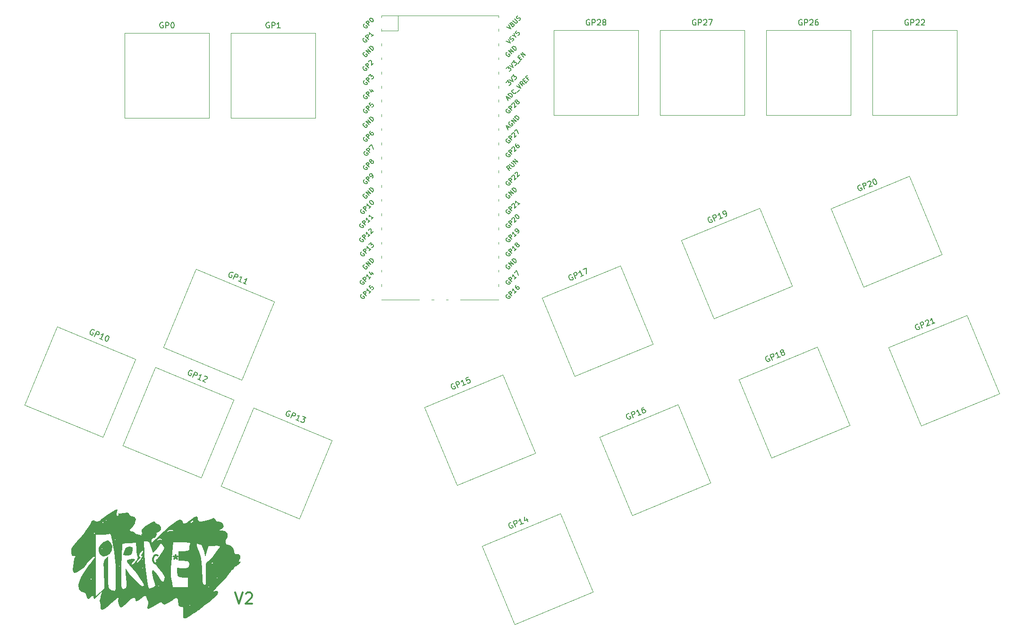
<source format=gbr>
%TF.GenerationSoftware,KiCad,Pcbnew,7.0.5*%
%TF.CreationDate,2023-08-11T22:31:08-05:00*%
%TF.ProjectId,ArkeyV2,41726b65-7956-4322-9e6b-696361645f70,rev?*%
%TF.SameCoordinates,Original*%
%TF.FileFunction,Legend,Top*%
%TF.FilePolarity,Positive*%
%FSLAX46Y46*%
G04 Gerber Fmt 4.6, Leading zero omitted, Abs format (unit mm)*
G04 Created by KiCad (PCBNEW 7.0.5) date 2023-08-11 22:31:08*
%MOMM*%
%LPD*%
G01*
G04 APERTURE LIST*
%ADD10C,0.300000*%
%ADD11C,0.150000*%
%ADD12C,0.120000*%
G04 APERTURE END LIST*
D10*
X106051844Y-130327638D02*
X106718510Y-132327638D01*
X106718510Y-132327638D02*
X107385177Y-130327638D01*
X107956606Y-130518114D02*
X108051844Y-130422876D01*
X108051844Y-130422876D02*
X108242320Y-130327638D01*
X108242320Y-130327638D02*
X108718511Y-130327638D01*
X108718511Y-130327638D02*
X108908987Y-130422876D01*
X108908987Y-130422876D02*
X109004225Y-130518114D01*
X109004225Y-130518114D02*
X109099463Y-130708590D01*
X109099463Y-130708590D02*
X109099463Y-130899066D01*
X109099463Y-130899066D02*
X109004225Y-131184780D01*
X109004225Y-131184780D02*
X107861368Y-132327638D01*
X107861368Y-132327638D02*
X109099463Y-132327638D01*
%TO.C,G\u002A\u002A\u002A*%
X92150572Y-123709757D02*
X92007715Y-123638328D01*
X92007715Y-123638328D02*
X91793429Y-123638328D01*
X91793429Y-123638328D02*
X91579143Y-123709757D01*
X91579143Y-123709757D02*
X91436286Y-123852614D01*
X91436286Y-123852614D02*
X91364857Y-123995471D01*
X91364857Y-123995471D02*
X91293429Y-124281185D01*
X91293429Y-124281185D02*
X91293429Y-124495471D01*
X91293429Y-124495471D02*
X91364857Y-124781185D01*
X91364857Y-124781185D02*
X91436286Y-124924042D01*
X91436286Y-124924042D02*
X91579143Y-125066900D01*
X91579143Y-125066900D02*
X91793429Y-125138328D01*
X91793429Y-125138328D02*
X91936286Y-125138328D01*
X91936286Y-125138328D02*
X92150572Y-125066900D01*
X92150572Y-125066900D02*
X92222000Y-124995471D01*
X92222000Y-124995471D02*
X92222000Y-124495471D01*
X92222000Y-124495471D02*
X91936286Y-124495471D01*
X93079143Y-123638328D02*
X93079143Y-123995471D01*
X92722000Y-123852614D02*
X93079143Y-123995471D01*
X93079143Y-123995471D02*
X93436286Y-123852614D01*
X92864857Y-124281185D02*
X93079143Y-123995471D01*
X93079143Y-123995471D02*
X93293429Y-124281185D01*
X94222000Y-123638328D02*
X94222000Y-123995471D01*
X93864857Y-123852614D02*
X94222000Y-123995471D01*
X94222000Y-123995471D02*
X94579143Y-123852614D01*
X94007714Y-124281185D02*
X94222000Y-123995471D01*
X94222000Y-123995471D02*
X94436286Y-124281185D01*
X95364857Y-123638328D02*
X95364857Y-123995471D01*
X95007714Y-123852614D02*
X95364857Y-123995471D01*
X95364857Y-123995471D02*
X95722000Y-123852614D01*
X95150571Y-124281185D02*
X95364857Y-123995471D01*
X95364857Y-123995471D02*
X95579143Y-124281185D01*
D11*
%TO.C,GP14*%
X155515421Y-117794487D02*
X155409210Y-117786939D01*
X155409210Y-117786939D02*
X155277227Y-117841608D01*
X155277227Y-117841608D02*
X155163467Y-117940271D01*
X155163467Y-117940271D02*
X155111925Y-118064706D01*
X155111925Y-118064706D02*
X155104376Y-118170917D01*
X155104376Y-118170917D02*
X155133274Y-118365117D01*
X155133274Y-118365117D02*
X155187943Y-118497100D01*
X155187943Y-118497100D02*
X155304830Y-118654854D01*
X155304830Y-118654854D02*
X155385270Y-118724619D01*
X155385270Y-118724619D02*
X155509704Y-118776162D01*
X155509704Y-118776162D02*
X155659910Y-118765487D01*
X155659910Y-118765487D02*
X155747899Y-118729041D01*
X155747899Y-118729041D02*
X155861659Y-118630378D01*
X155861659Y-118630378D02*
X155887430Y-118568160D01*
X155887430Y-118568160D02*
X155759869Y-118260201D01*
X155759869Y-118260201D02*
X155583892Y-118333093D01*
X156319824Y-118492142D02*
X155937141Y-117568262D01*
X155937141Y-117568262D02*
X156289095Y-117422478D01*
X156289095Y-117422478D02*
X156395306Y-117430026D01*
X156395306Y-117430026D02*
X156457524Y-117455798D01*
X156457524Y-117455798D02*
X156537964Y-117525563D01*
X156537964Y-117525563D02*
X156592633Y-117657546D01*
X156592633Y-117657546D02*
X156585085Y-117763757D01*
X156585085Y-117763757D02*
X156559314Y-117825975D01*
X156559314Y-117825975D02*
X156489548Y-117906415D01*
X156489548Y-117906415D02*
X156137594Y-118052199D01*
X157727641Y-117909005D02*
X157199709Y-118127681D01*
X157463675Y-118018343D02*
X157080992Y-117094464D01*
X157080992Y-117094464D02*
X157047672Y-117262893D01*
X157047672Y-117262893D02*
X156996130Y-117387327D01*
X156996130Y-117387327D02*
X156926364Y-117467767D01*
X158264415Y-116965071D02*
X158519537Y-117580991D01*
X157898660Y-116704232D02*
X157952034Y-117455261D01*
X157952034Y-117455261D02*
X158523959Y-117218362D01*
%TO.C,GP1*%
X112149714Y-28094438D02*
X112054476Y-28046819D01*
X112054476Y-28046819D02*
X111911619Y-28046819D01*
X111911619Y-28046819D02*
X111768762Y-28094438D01*
X111768762Y-28094438D02*
X111673524Y-28189676D01*
X111673524Y-28189676D02*
X111625905Y-28284914D01*
X111625905Y-28284914D02*
X111578286Y-28475390D01*
X111578286Y-28475390D02*
X111578286Y-28618247D01*
X111578286Y-28618247D02*
X111625905Y-28808723D01*
X111625905Y-28808723D02*
X111673524Y-28903961D01*
X111673524Y-28903961D02*
X111768762Y-28999200D01*
X111768762Y-28999200D02*
X111911619Y-29046819D01*
X111911619Y-29046819D02*
X112006857Y-29046819D01*
X112006857Y-29046819D02*
X112149714Y-28999200D01*
X112149714Y-28999200D02*
X112197333Y-28951580D01*
X112197333Y-28951580D02*
X112197333Y-28618247D01*
X112197333Y-28618247D02*
X112006857Y-28618247D01*
X112625905Y-29046819D02*
X112625905Y-28046819D01*
X112625905Y-28046819D02*
X113006857Y-28046819D01*
X113006857Y-28046819D02*
X113102095Y-28094438D01*
X113102095Y-28094438D02*
X113149714Y-28142057D01*
X113149714Y-28142057D02*
X113197333Y-28237295D01*
X113197333Y-28237295D02*
X113197333Y-28380152D01*
X113197333Y-28380152D02*
X113149714Y-28475390D01*
X113149714Y-28475390D02*
X113102095Y-28523009D01*
X113102095Y-28523009D02*
X113006857Y-28570628D01*
X113006857Y-28570628D02*
X112625905Y-28570628D01*
X114149714Y-29046819D02*
X113578286Y-29046819D01*
X113864000Y-29046819D02*
X113864000Y-28046819D01*
X113864000Y-28046819D02*
X113768762Y-28189676D01*
X113768762Y-28189676D02*
X113673524Y-28284914D01*
X113673524Y-28284914D02*
X113578286Y-28332533D01*
%TO.C,GP13*%
X115967152Y-97883086D02*
X115897386Y-97802645D01*
X115897386Y-97802645D02*
X115765403Y-97747976D01*
X115765403Y-97747976D02*
X115615197Y-97737302D01*
X115615197Y-97737302D02*
X115490763Y-97788844D01*
X115490763Y-97788844D02*
X115410323Y-97858610D01*
X115410323Y-97858610D02*
X115293436Y-98016364D01*
X115293436Y-98016364D02*
X115238767Y-98148346D01*
X115238767Y-98148346D02*
X115209869Y-98342546D01*
X115209869Y-98342546D02*
X115217418Y-98448758D01*
X115217418Y-98448758D02*
X115268960Y-98573193D01*
X115268960Y-98573193D02*
X115382720Y-98671856D01*
X115382720Y-98671856D02*
X115470708Y-98708302D01*
X115470708Y-98708302D02*
X115620914Y-98718977D01*
X115620914Y-98718977D02*
X115683131Y-98693205D01*
X115683131Y-98693205D02*
X115810693Y-98385246D01*
X115810693Y-98385246D02*
X115634716Y-98312354D01*
X116042634Y-98945201D02*
X116425317Y-98021322D01*
X116425317Y-98021322D02*
X116777271Y-98167106D01*
X116777271Y-98167106D02*
X116847037Y-98247546D01*
X116847037Y-98247546D02*
X116872808Y-98309763D01*
X116872808Y-98309763D02*
X116880356Y-98415975D01*
X116880356Y-98415975D02*
X116825687Y-98547958D01*
X116825687Y-98547958D02*
X116745247Y-98617723D01*
X116745247Y-98617723D02*
X116683030Y-98643494D01*
X116683030Y-98643494D02*
X116576818Y-98651043D01*
X116576818Y-98651043D02*
X116224864Y-98505259D01*
X117450450Y-99528338D02*
X116922519Y-99309662D01*
X117186485Y-99419000D02*
X117569168Y-98495120D01*
X117569168Y-98495120D02*
X117426510Y-98590657D01*
X117426510Y-98590657D02*
X117302076Y-98642199D01*
X117302076Y-98642199D02*
X117195864Y-98649748D01*
X118141094Y-98732019D02*
X118713019Y-98968919D01*
X118713019Y-98968919D02*
X118259275Y-99193312D01*
X118259275Y-99193312D02*
X118391258Y-99247981D01*
X118391258Y-99247981D02*
X118461023Y-99328421D01*
X118461023Y-99328421D02*
X118486794Y-99390638D01*
X118486794Y-99390638D02*
X118494343Y-99496850D01*
X118494343Y-99496850D02*
X118403228Y-99716821D01*
X118403228Y-99716821D02*
X118322787Y-99786587D01*
X118322787Y-99786587D02*
X118260570Y-99812358D01*
X118260570Y-99812358D02*
X118154358Y-99819906D01*
X118154358Y-99819906D02*
X117890393Y-99710568D01*
X117890393Y-99710568D02*
X117820627Y-99630128D01*
X117820627Y-99630128D02*
X117794856Y-99567910D01*
%TO.C,GP15*%
X145182969Y-92849739D02*
X145076758Y-92842191D01*
X145076758Y-92842191D02*
X144944775Y-92896860D01*
X144944775Y-92896860D02*
X144831015Y-92995523D01*
X144831015Y-92995523D02*
X144779473Y-93119958D01*
X144779473Y-93119958D02*
X144771924Y-93226169D01*
X144771924Y-93226169D02*
X144800822Y-93420369D01*
X144800822Y-93420369D02*
X144855491Y-93552352D01*
X144855491Y-93552352D02*
X144972378Y-93710106D01*
X144972378Y-93710106D02*
X145052818Y-93779871D01*
X145052818Y-93779871D02*
X145177252Y-93831414D01*
X145177252Y-93831414D02*
X145327458Y-93820739D01*
X145327458Y-93820739D02*
X145415447Y-93784293D01*
X145415447Y-93784293D02*
X145529207Y-93685630D01*
X145529207Y-93685630D02*
X145554978Y-93623412D01*
X145554978Y-93623412D02*
X145427417Y-93315453D01*
X145427417Y-93315453D02*
X145251440Y-93388345D01*
X145987372Y-93547394D02*
X145604689Y-92623514D01*
X145604689Y-92623514D02*
X145956643Y-92477730D01*
X145956643Y-92477730D02*
X146062854Y-92485278D01*
X146062854Y-92485278D02*
X146125072Y-92511050D01*
X146125072Y-92511050D02*
X146205512Y-92580815D01*
X146205512Y-92580815D02*
X146260181Y-92712798D01*
X146260181Y-92712798D02*
X146252633Y-92819009D01*
X146252633Y-92819009D02*
X146226862Y-92881227D01*
X146226862Y-92881227D02*
X146157096Y-92961667D01*
X146157096Y-92961667D02*
X145805142Y-93107451D01*
X147395189Y-92964257D02*
X146867257Y-93182933D01*
X147131223Y-93073595D02*
X146748540Y-92149716D01*
X146748540Y-92149716D02*
X146715220Y-92318145D01*
X146715220Y-92318145D02*
X146663678Y-92442579D01*
X146663678Y-92442579D02*
X146593912Y-92523019D01*
X147848396Y-91694140D02*
X147408454Y-91876370D01*
X147408454Y-91876370D02*
X147546690Y-92334536D01*
X147546690Y-92334536D02*
X147572461Y-92272319D01*
X147572461Y-92272319D02*
X147642226Y-92191879D01*
X147642226Y-92191879D02*
X147862198Y-92100763D01*
X147862198Y-92100763D02*
X147968409Y-92108312D01*
X147968409Y-92108312D02*
X148030626Y-92134083D01*
X148030626Y-92134083D02*
X148111067Y-92203848D01*
X148111067Y-92203848D02*
X148202182Y-92423820D01*
X148202182Y-92423820D02*
X148194634Y-92530031D01*
X148194634Y-92530031D02*
X148168862Y-92592249D01*
X148168862Y-92592249D02*
X148099097Y-92672689D01*
X148099097Y-92672689D02*
X147879126Y-92763804D01*
X147879126Y-92763804D02*
X147772914Y-92756256D01*
X147772914Y-92756256D02*
X147710697Y-92730484D01*
%TO.C,GP18*%
X201578082Y-87890786D02*
X201471871Y-87883238D01*
X201471871Y-87883238D02*
X201339888Y-87937907D01*
X201339888Y-87937907D02*
X201226128Y-88036570D01*
X201226128Y-88036570D02*
X201174586Y-88161005D01*
X201174586Y-88161005D02*
X201167037Y-88267216D01*
X201167037Y-88267216D02*
X201195935Y-88461416D01*
X201195935Y-88461416D02*
X201250604Y-88593399D01*
X201250604Y-88593399D02*
X201367491Y-88751153D01*
X201367491Y-88751153D02*
X201447931Y-88820918D01*
X201447931Y-88820918D02*
X201572365Y-88872461D01*
X201572365Y-88872461D02*
X201722571Y-88861786D01*
X201722571Y-88861786D02*
X201810560Y-88825340D01*
X201810560Y-88825340D02*
X201924320Y-88726677D01*
X201924320Y-88726677D02*
X201950091Y-88664459D01*
X201950091Y-88664459D02*
X201822530Y-88356500D01*
X201822530Y-88356500D02*
X201646553Y-88429392D01*
X202382485Y-88588441D02*
X201999802Y-87664561D01*
X201999802Y-87664561D02*
X202351756Y-87518777D01*
X202351756Y-87518777D02*
X202457967Y-87526325D01*
X202457967Y-87526325D02*
X202520185Y-87552097D01*
X202520185Y-87552097D02*
X202600625Y-87621862D01*
X202600625Y-87621862D02*
X202655294Y-87753845D01*
X202655294Y-87753845D02*
X202647746Y-87860056D01*
X202647746Y-87860056D02*
X202621975Y-87922274D01*
X202621975Y-87922274D02*
X202552209Y-88002714D01*
X202552209Y-88002714D02*
X202200255Y-88148498D01*
X203790302Y-88005304D02*
X203262370Y-88223980D01*
X203526336Y-88114642D02*
X203143653Y-87190763D01*
X203143653Y-87190763D02*
X203110333Y-87359192D01*
X203110333Y-87359192D02*
X203058791Y-87483626D01*
X203058791Y-87483626D02*
X202989025Y-87564066D01*
X204099557Y-87258697D02*
X203993345Y-87251149D01*
X203993345Y-87251149D02*
X203931128Y-87225377D01*
X203931128Y-87225377D02*
X203850687Y-87155612D01*
X203850687Y-87155612D02*
X203832464Y-87111618D01*
X203832464Y-87111618D02*
X203840013Y-87005406D01*
X203840013Y-87005406D02*
X203865784Y-86943189D01*
X203865784Y-86943189D02*
X203935549Y-86862748D01*
X203935549Y-86862748D02*
X204111526Y-86789856D01*
X204111526Y-86789856D02*
X204217738Y-86797405D01*
X204217738Y-86797405D02*
X204279955Y-86823176D01*
X204279955Y-86823176D02*
X204360396Y-86892941D01*
X204360396Y-86892941D02*
X204378619Y-86936936D01*
X204378619Y-86936936D02*
X204371070Y-87043147D01*
X204371070Y-87043147D02*
X204345299Y-87105364D01*
X204345299Y-87105364D02*
X204275534Y-87185805D01*
X204275534Y-87185805D02*
X204099557Y-87258697D01*
X204099557Y-87258697D02*
X204029791Y-87339137D01*
X204029791Y-87339137D02*
X204004020Y-87401354D01*
X204004020Y-87401354D02*
X203996472Y-87507566D01*
X203996472Y-87507566D02*
X204069364Y-87683543D01*
X204069364Y-87683543D02*
X204149804Y-87753308D01*
X204149804Y-87753308D02*
X204212021Y-87779080D01*
X204212021Y-87779080D02*
X204318233Y-87786628D01*
X204318233Y-87786628D02*
X204494210Y-87713736D01*
X204494210Y-87713736D02*
X204563975Y-87633296D01*
X204563975Y-87633296D02*
X204589747Y-87571078D01*
X204589747Y-87571078D02*
X204597295Y-87464867D01*
X204597295Y-87464867D02*
X204524403Y-87288890D01*
X204524403Y-87288890D02*
X204443962Y-87219124D01*
X204443962Y-87219124D02*
X204381745Y-87193353D01*
X204381745Y-87193353D02*
X204275534Y-87185805D01*
%TO.C,GP28*%
X169585523Y-27586438D02*
X169490285Y-27538819D01*
X169490285Y-27538819D02*
X169347428Y-27538819D01*
X169347428Y-27538819D02*
X169204571Y-27586438D01*
X169204571Y-27586438D02*
X169109333Y-27681676D01*
X169109333Y-27681676D02*
X169061714Y-27776914D01*
X169061714Y-27776914D02*
X169014095Y-27967390D01*
X169014095Y-27967390D02*
X169014095Y-28110247D01*
X169014095Y-28110247D02*
X169061714Y-28300723D01*
X169061714Y-28300723D02*
X169109333Y-28395961D01*
X169109333Y-28395961D02*
X169204571Y-28491200D01*
X169204571Y-28491200D02*
X169347428Y-28538819D01*
X169347428Y-28538819D02*
X169442666Y-28538819D01*
X169442666Y-28538819D02*
X169585523Y-28491200D01*
X169585523Y-28491200D02*
X169633142Y-28443580D01*
X169633142Y-28443580D02*
X169633142Y-28110247D01*
X169633142Y-28110247D02*
X169442666Y-28110247D01*
X170061714Y-28538819D02*
X170061714Y-27538819D01*
X170061714Y-27538819D02*
X170442666Y-27538819D01*
X170442666Y-27538819D02*
X170537904Y-27586438D01*
X170537904Y-27586438D02*
X170585523Y-27634057D01*
X170585523Y-27634057D02*
X170633142Y-27729295D01*
X170633142Y-27729295D02*
X170633142Y-27872152D01*
X170633142Y-27872152D02*
X170585523Y-27967390D01*
X170585523Y-27967390D02*
X170537904Y-28015009D01*
X170537904Y-28015009D02*
X170442666Y-28062628D01*
X170442666Y-28062628D02*
X170061714Y-28062628D01*
X171014095Y-27634057D02*
X171061714Y-27586438D01*
X171061714Y-27586438D02*
X171156952Y-27538819D01*
X171156952Y-27538819D02*
X171395047Y-27538819D01*
X171395047Y-27538819D02*
X171490285Y-27586438D01*
X171490285Y-27586438D02*
X171537904Y-27634057D01*
X171537904Y-27634057D02*
X171585523Y-27729295D01*
X171585523Y-27729295D02*
X171585523Y-27824533D01*
X171585523Y-27824533D02*
X171537904Y-27967390D01*
X171537904Y-27967390D02*
X170966476Y-28538819D01*
X170966476Y-28538819D02*
X171585523Y-28538819D01*
X172156952Y-27967390D02*
X172061714Y-27919771D01*
X172061714Y-27919771D02*
X172014095Y-27872152D01*
X172014095Y-27872152D02*
X171966476Y-27776914D01*
X171966476Y-27776914D02*
X171966476Y-27729295D01*
X171966476Y-27729295D02*
X172014095Y-27634057D01*
X172014095Y-27634057D02*
X172061714Y-27586438D01*
X172061714Y-27586438D02*
X172156952Y-27538819D01*
X172156952Y-27538819D02*
X172347428Y-27538819D01*
X172347428Y-27538819D02*
X172442666Y-27586438D01*
X172442666Y-27586438D02*
X172490285Y-27634057D01*
X172490285Y-27634057D02*
X172537904Y-27729295D01*
X172537904Y-27729295D02*
X172537904Y-27776914D01*
X172537904Y-27776914D02*
X172490285Y-27872152D01*
X172490285Y-27872152D02*
X172442666Y-27919771D01*
X172442666Y-27919771D02*
X172347428Y-27967390D01*
X172347428Y-27967390D02*
X172156952Y-27967390D01*
X172156952Y-27967390D02*
X172061714Y-28015009D01*
X172061714Y-28015009D02*
X172014095Y-28062628D01*
X172014095Y-28062628D02*
X171966476Y-28157866D01*
X171966476Y-28157866D02*
X171966476Y-28348342D01*
X171966476Y-28348342D02*
X172014095Y-28443580D01*
X172014095Y-28443580D02*
X172061714Y-28491200D01*
X172061714Y-28491200D02*
X172156952Y-28538819D01*
X172156952Y-28538819D02*
X172347428Y-28538819D01*
X172347428Y-28538819D02*
X172442666Y-28491200D01*
X172442666Y-28491200D02*
X172490285Y-28443580D01*
X172490285Y-28443580D02*
X172537904Y-28348342D01*
X172537904Y-28348342D02*
X172537904Y-28157866D01*
X172537904Y-28157866D02*
X172490285Y-28062628D01*
X172490285Y-28062628D02*
X172442666Y-28015009D01*
X172442666Y-28015009D02*
X172347428Y-27967390D01*
%TO.C,GP22*%
X226735523Y-27586438D02*
X226640285Y-27538819D01*
X226640285Y-27538819D02*
X226497428Y-27538819D01*
X226497428Y-27538819D02*
X226354571Y-27586438D01*
X226354571Y-27586438D02*
X226259333Y-27681676D01*
X226259333Y-27681676D02*
X226211714Y-27776914D01*
X226211714Y-27776914D02*
X226164095Y-27967390D01*
X226164095Y-27967390D02*
X226164095Y-28110247D01*
X226164095Y-28110247D02*
X226211714Y-28300723D01*
X226211714Y-28300723D02*
X226259333Y-28395961D01*
X226259333Y-28395961D02*
X226354571Y-28491200D01*
X226354571Y-28491200D02*
X226497428Y-28538819D01*
X226497428Y-28538819D02*
X226592666Y-28538819D01*
X226592666Y-28538819D02*
X226735523Y-28491200D01*
X226735523Y-28491200D02*
X226783142Y-28443580D01*
X226783142Y-28443580D02*
X226783142Y-28110247D01*
X226783142Y-28110247D02*
X226592666Y-28110247D01*
X227211714Y-28538819D02*
X227211714Y-27538819D01*
X227211714Y-27538819D02*
X227592666Y-27538819D01*
X227592666Y-27538819D02*
X227687904Y-27586438D01*
X227687904Y-27586438D02*
X227735523Y-27634057D01*
X227735523Y-27634057D02*
X227783142Y-27729295D01*
X227783142Y-27729295D02*
X227783142Y-27872152D01*
X227783142Y-27872152D02*
X227735523Y-27967390D01*
X227735523Y-27967390D02*
X227687904Y-28015009D01*
X227687904Y-28015009D02*
X227592666Y-28062628D01*
X227592666Y-28062628D02*
X227211714Y-28062628D01*
X228164095Y-27634057D02*
X228211714Y-27586438D01*
X228211714Y-27586438D02*
X228306952Y-27538819D01*
X228306952Y-27538819D02*
X228545047Y-27538819D01*
X228545047Y-27538819D02*
X228640285Y-27586438D01*
X228640285Y-27586438D02*
X228687904Y-27634057D01*
X228687904Y-27634057D02*
X228735523Y-27729295D01*
X228735523Y-27729295D02*
X228735523Y-27824533D01*
X228735523Y-27824533D02*
X228687904Y-27967390D01*
X228687904Y-27967390D02*
X228116476Y-28538819D01*
X228116476Y-28538819D02*
X228735523Y-28538819D01*
X229116476Y-27634057D02*
X229164095Y-27586438D01*
X229164095Y-27586438D02*
X229259333Y-27538819D01*
X229259333Y-27538819D02*
X229497428Y-27538819D01*
X229497428Y-27538819D02*
X229592666Y-27586438D01*
X229592666Y-27586438D02*
X229640285Y-27634057D01*
X229640285Y-27634057D02*
X229687904Y-27729295D01*
X229687904Y-27729295D02*
X229687904Y-27824533D01*
X229687904Y-27824533D02*
X229640285Y-27967390D01*
X229640285Y-27967390D02*
X229068857Y-28538819D01*
X229068857Y-28538819D02*
X229687904Y-28538819D01*
%TO.C,GP17*%
X166300882Y-73278491D02*
X166194671Y-73270943D01*
X166194671Y-73270943D02*
X166062688Y-73325612D01*
X166062688Y-73325612D02*
X165948928Y-73424275D01*
X165948928Y-73424275D02*
X165897386Y-73548710D01*
X165897386Y-73548710D02*
X165889837Y-73654921D01*
X165889837Y-73654921D02*
X165918735Y-73849121D01*
X165918735Y-73849121D02*
X165973404Y-73981104D01*
X165973404Y-73981104D02*
X166090291Y-74138858D01*
X166090291Y-74138858D02*
X166170731Y-74208623D01*
X166170731Y-74208623D02*
X166295165Y-74260166D01*
X166295165Y-74260166D02*
X166445371Y-74249491D01*
X166445371Y-74249491D02*
X166533360Y-74213045D01*
X166533360Y-74213045D02*
X166647120Y-74114382D01*
X166647120Y-74114382D02*
X166672891Y-74052164D01*
X166672891Y-74052164D02*
X166545330Y-73744205D01*
X166545330Y-73744205D02*
X166369353Y-73817097D01*
X167105285Y-73976146D02*
X166722602Y-73052266D01*
X166722602Y-73052266D02*
X167074556Y-72906482D01*
X167074556Y-72906482D02*
X167180767Y-72914030D01*
X167180767Y-72914030D02*
X167242985Y-72939802D01*
X167242985Y-72939802D02*
X167323425Y-73009567D01*
X167323425Y-73009567D02*
X167378094Y-73141550D01*
X167378094Y-73141550D02*
X167370546Y-73247761D01*
X167370546Y-73247761D02*
X167344775Y-73309979D01*
X167344775Y-73309979D02*
X167275009Y-73390419D01*
X167275009Y-73390419D02*
X166923055Y-73536203D01*
X168513102Y-73393009D02*
X167985170Y-73611685D01*
X168249136Y-73502347D02*
X167866453Y-72578468D01*
X167866453Y-72578468D02*
X167833133Y-72746897D01*
X167833133Y-72746897D02*
X167781591Y-72871331D01*
X167781591Y-72871331D02*
X167711825Y-72951771D01*
X168438378Y-72341568D02*
X169054298Y-72086446D01*
X169054298Y-72086446D02*
X169041033Y-73174333D01*
%TO.C,GP12*%
X98367247Y-90592966D02*
X98297481Y-90512525D01*
X98297481Y-90512525D02*
X98165498Y-90457856D01*
X98165498Y-90457856D02*
X98015292Y-90447182D01*
X98015292Y-90447182D02*
X97890858Y-90498724D01*
X97890858Y-90498724D02*
X97810418Y-90568490D01*
X97810418Y-90568490D02*
X97693531Y-90726244D01*
X97693531Y-90726244D02*
X97638862Y-90858226D01*
X97638862Y-90858226D02*
X97609964Y-91052426D01*
X97609964Y-91052426D02*
X97617513Y-91158638D01*
X97617513Y-91158638D02*
X97669055Y-91283073D01*
X97669055Y-91283073D02*
X97782815Y-91381736D01*
X97782815Y-91381736D02*
X97870803Y-91418182D01*
X97870803Y-91418182D02*
X98021009Y-91428857D01*
X98021009Y-91428857D02*
X98083226Y-91403085D01*
X98083226Y-91403085D02*
X98210788Y-91095126D01*
X98210788Y-91095126D02*
X98034811Y-91022234D01*
X98442729Y-91655081D02*
X98825412Y-90731202D01*
X98825412Y-90731202D02*
X99177366Y-90876986D01*
X99177366Y-90876986D02*
X99247132Y-90957426D01*
X99247132Y-90957426D02*
X99272903Y-91019643D01*
X99272903Y-91019643D02*
X99280451Y-91125855D01*
X99280451Y-91125855D02*
X99225782Y-91257838D01*
X99225782Y-91257838D02*
X99145342Y-91327603D01*
X99145342Y-91327603D02*
X99083125Y-91353374D01*
X99083125Y-91353374D02*
X98976913Y-91360923D01*
X98976913Y-91360923D02*
X98624959Y-91215139D01*
X99850545Y-92238218D02*
X99322614Y-92019542D01*
X99586580Y-92128880D02*
X99969263Y-91205000D01*
X99969263Y-91205000D02*
X99826605Y-91300537D01*
X99826605Y-91300537D02*
X99702171Y-91352079D01*
X99702171Y-91352079D02*
X99595959Y-91359628D01*
X100548737Y-91548111D02*
X100610954Y-91522340D01*
X100610954Y-91522340D02*
X100717166Y-91514792D01*
X100717166Y-91514792D02*
X100937137Y-91605907D01*
X100937137Y-91605907D02*
X101006902Y-91686347D01*
X101006902Y-91686347D02*
X101032674Y-91748564D01*
X101032674Y-91748564D02*
X101040222Y-91854776D01*
X101040222Y-91854776D02*
X101003776Y-91942764D01*
X101003776Y-91942764D02*
X100905113Y-92056524D01*
X100905113Y-92056524D02*
X100158505Y-92365779D01*
X100158505Y-92365779D02*
X100730431Y-92602678D01*
%TO.C,GP27*%
X188635523Y-27586438D02*
X188540285Y-27538819D01*
X188540285Y-27538819D02*
X188397428Y-27538819D01*
X188397428Y-27538819D02*
X188254571Y-27586438D01*
X188254571Y-27586438D02*
X188159333Y-27681676D01*
X188159333Y-27681676D02*
X188111714Y-27776914D01*
X188111714Y-27776914D02*
X188064095Y-27967390D01*
X188064095Y-27967390D02*
X188064095Y-28110247D01*
X188064095Y-28110247D02*
X188111714Y-28300723D01*
X188111714Y-28300723D02*
X188159333Y-28395961D01*
X188159333Y-28395961D02*
X188254571Y-28491200D01*
X188254571Y-28491200D02*
X188397428Y-28538819D01*
X188397428Y-28538819D02*
X188492666Y-28538819D01*
X188492666Y-28538819D02*
X188635523Y-28491200D01*
X188635523Y-28491200D02*
X188683142Y-28443580D01*
X188683142Y-28443580D02*
X188683142Y-28110247D01*
X188683142Y-28110247D02*
X188492666Y-28110247D01*
X189111714Y-28538819D02*
X189111714Y-27538819D01*
X189111714Y-27538819D02*
X189492666Y-27538819D01*
X189492666Y-27538819D02*
X189587904Y-27586438D01*
X189587904Y-27586438D02*
X189635523Y-27634057D01*
X189635523Y-27634057D02*
X189683142Y-27729295D01*
X189683142Y-27729295D02*
X189683142Y-27872152D01*
X189683142Y-27872152D02*
X189635523Y-27967390D01*
X189635523Y-27967390D02*
X189587904Y-28015009D01*
X189587904Y-28015009D02*
X189492666Y-28062628D01*
X189492666Y-28062628D02*
X189111714Y-28062628D01*
X190064095Y-27634057D02*
X190111714Y-27586438D01*
X190111714Y-27586438D02*
X190206952Y-27538819D01*
X190206952Y-27538819D02*
X190445047Y-27538819D01*
X190445047Y-27538819D02*
X190540285Y-27586438D01*
X190540285Y-27586438D02*
X190587904Y-27634057D01*
X190587904Y-27634057D02*
X190635523Y-27729295D01*
X190635523Y-27729295D02*
X190635523Y-27824533D01*
X190635523Y-27824533D02*
X190587904Y-27967390D01*
X190587904Y-27967390D02*
X190016476Y-28538819D01*
X190016476Y-28538819D02*
X190635523Y-28538819D01*
X190968857Y-27538819D02*
X191635523Y-27538819D01*
X191635523Y-27538819D02*
X191206952Y-28538819D01*
%TO.C,GP21*%
X228436246Y-82177731D02*
X228330035Y-82170183D01*
X228330035Y-82170183D02*
X228198052Y-82224852D01*
X228198052Y-82224852D02*
X228084292Y-82323515D01*
X228084292Y-82323515D02*
X228032750Y-82447950D01*
X228032750Y-82447950D02*
X228025201Y-82554161D01*
X228025201Y-82554161D02*
X228054099Y-82748361D01*
X228054099Y-82748361D02*
X228108768Y-82880344D01*
X228108768Y-82880344D02*
X228225655Y-83038098D01*
X228225655Y-83038098D02*
X228306095Y-83107863D01*
X228306095Y-83107863D02*
X228430529Y-83159406D01*
X228430529Y-83159406D02*
X228580735Y-83148731D01*
X228580735Y-83148731D02*
X228668724Y-83112285D01*
X228668724Y-83112285D02*
X228782484Y-83013622D01*
X228782484Y-83013622D02*
X228808255Y-82951404D01*
X228808255Y-82951404D02*
X228680694Y-82643445D01*
X228680694Y-82643445D02*
X228504717Y-82716337D01*
X229240649Y-82875386D02*
X228857966Y-81951506D01*
X228857966Y-81951506D02*
X229209920Y-81805722D01*
X229209920Y-81805722D02*
X229316131Y-81813270D01*
X229316131Y-81813270D02*
X229378349Y-81839042D01*
X229378349Y-81839042D02*
X229458789Y-81908807D01*
X229458789Y-81908807D02*
X229513458Y-82040790D01*
X229513458Y-82040790D02*
X229505910Y-82147001D01*
X229505910Y-82147001D02*
X229480139Y-82209219D01*
X229480139Y-82209219D02*
X229410373Y-82289659D01*
X229410373Y-82289659D02*
X229058419Y-82435443D01*
X229774297Y-81675034D02*
X229800068Y-81612817D01*
X229800068Y-81612817D02*
X229869834Y-81532377D01*
X229869834Y-81532377D02*
X230089805Y-81441262D01*
X230089805Y-81441262D02*
X230196017Y-81448810D01*
X230196017Y-81448810D02*
X230258234Y-81474581D01*
X230258234Y-81474581D02*
X230338674Y-81544347D01*
X230338674Y-81544347D02*
X230375120Y-81632335D01*
X230375120Y-81632335D02*
X230385795Y-81782541D01*
X230385795Y-81782541D02*
X230076540Y-82529148D01*
X230076540Y-82529148D02*
X230648466Y-82292249D01*
X231528351Y-81927789D02*
X231000420Y-82146465D01*
X231264385Y-82037127D02*
X230881702Y-81113247D01*
X230881702Y-81113247D02*
X230848382Y-81281676D01*
X230848382Y-81281676D02*
X230796840Y-81406111D01*
X230796840Y-81406111D02*
X230727074Y-81486551D01*
%TO.C,GP10*%
X80767342Y-83302847D02*
X80697576Y-83222406D01*
X80697576Y-83222406D02*
X80565593Y-83167737D01*
X80565593Y-83167737D02*
X80415387Y-83157063D01*
X80415387Y-83157063D02*
X80290953Y-83208605D01*
X80290953Y-83208605D02*
X80210513Y-83278371D01*
X80210513Y-83278371D02*
X80093626Y-83436125D01*
X80093626Y-83436125D02*
X80038957Y-83568107D01*
X80038957Y-83568107D02*
X80010059Y-83762307D01*
X80010059Y-83762307D02*
X80017608Y-83868519D01*
X80017608Y-83868519D02*
X80069150Y-83992954D01*
X80069150Y-83992954D02*
X80182910Y-84091617D01*
X80182910Y-84091617D02*
X80270898Y-84128063D01*
X80270898Y-84128063D02*
X80421104Y-84138738D01*
X80421104Y-84138738D02*
X80483321Y-84112966D01*
X80483321Y-84112966D02*
X80610883Y-83805007D01*
X80610883Y-83805007D02*
X80434906Y-83732115D01*
X80842824Y-84364962D02*
X81225507Y-83441083D01*
X81225507Y-83441083D02*
X81577461Y-83586867D01*
X81577461Y-83586867D02*
X81647227Y-83667307D01*
X81647227Y-83667307D02*
X81672998Y-83729524D01*
X81672998Y-83729524D02*
X81680546Y-83835736D01*
X81680546Y-83835736D02*
X81625877Y-83967719D01*
X81625877Y-83967719D02*
X81545437Y-84037484D01*
X81545437Y-84037484D02*
X81483220Y-84063255D01*
X81483220Y-84063255D02*
X81377008Y-84070804D01*
X81377008Y-84070804D02*
X81025054Y-83925020D01*
X82250640Y-84948099D02*
X81722709Y-84729423D01*
X81986675Y-84838761D02*
X82369358Y-83914881D01*
X82369358Y-83914881D02*
X82226700Y-84010418D01*
X82226700Y-84010418D02*
X82102266Y-84061960D01*
X82102266Y-84061960D02*
X81996054Y-84069509D01*
X83205249Y-84261119D02*
X83293238Y-84297565D01*
X83293238Y-84297565D02*
X83363003Y-84378005D01*
X83363003Y-84378005D02*
X83388774Y-84440222D01*
X83388774Y-84440222D02*
X83396323Y-84546434D01*
X83396323Y-84546434D02*
X83367425Y-84740634D01*
X83367425Y-84740634D02*
X83276310Y-84960605D01*
X83276310Y-84960605D02*
X83159423Y-85118359D01*
X83159423Y-85118359D02*
X83078983Y-85188125D01*
X83078983Y-85188125D02*
X83016766Y-85213896D01*
X83016766Y-85213896D02*
X82910554Y-85221444D01*
X82910554Y-85221444D02*
X82822566Y-85184998D01*
X82822566Y-85184998D02*
X82752800Y-85104558D01*
X82752800Y-85104558D02*
X82727029Y-85042341D01*
X82727029Y-85042341D02*
X82719481Y-84936129D01*
X82719481Y-84936129D02*
X82748379Y-84741929D01*
X82748379Y-84741929D02*
X82839494Y-84521958D01*
X82839494Y-84521958D02*
X82956380Y-84364204D01*
X82956380Y-84364204D02*
X83036820Y-84294438D01*
X83036820Y-84294438D02*
X83099038Y-84268667D01*
X83099038Y-84268667D02*
X83205249Y-84261119D01*
%TO.C,GP26*%
X207685523Y-27586438D02*
X207590285Y-27538819D01*
X207590285Y-27538819D02*
X207447428Y-27538819D01*
X207447428Y-27538819D02*
X207304571Y-27586438D01*
X207304571Y-27586438D02*
X207209333Y-27681676D01*
X207209333Y-27681676D02*
X207161714Y-27776914D01*
X207161714Y-27776914D02*
X207114095Y-27967390D01*
X207114095Y-27967390D02*
X207114095Y-28110247D01*
X207114095Y-28110247D02*
X207161714Y-28300723D01*
X207161714Y-28300723D02*
X207209333Y-28395961D01*
X207209333Y-28395961D02*
X207304571Y-28491200D01*
X207304571Y-28491200D02*
X207447428Y-28538819D01*
X207447428Y-28538819D02*
X207542666Y-28538819D01*
X207542666Y-28538819D02*
X207685523Y-28491200D01*
X207685523Y-28491200D02*
X207733142Y-28443580D01*
X207733142Y-28443580D02*
X207733142Y-28110247D01*
X207733142Y-28110247D02*
X207542666Y-28110247D01*
X208161714Y-28538819D02*
X208161714Y-27538819D01*
X208161714Y-27538819D02*
X208542666Y-27538819D01*
X208542666Y-27538819D02*
X208637904Y-27586438D01*
X208637904Y-27586438D02*
X208685523Y-27634057D01*
X208685523Y-27634057D02*
X208733142Y-27729295D01*
X208733142Y-27729295D02*
X208733142Y-27872152D01*
X208733142Y-27872152D02*
X208685523Y-27967390D01*
X208685523Y-27967390D02*
X208637904Y-28015009D01*
X208637904Y-28015009D02*
X208542666Y-28062628D01*
X208542666Y-28062628D02*
X208161714Y-28062628D01*
X209114095Y-27634057D02*
X209161714Y-27586438D01*
X209161714Y-27586438D02*
X209256952Y-27538819D01*
X209256952Y-27538819D02*
X209495047Y-27538819D01*
X209495047Y-27538819D02*
X209590285Y-27586438D01*
X209590285Y-27586438D02*
X209637904Y-27634057D01*
X209637904Y-27634057D02*
X209685523Y-27729295D01*
X209685523Y-27729295D02*
X209685523Y-27824533D01*
X209685523Y-27824533D02*
X209637904Y-27967390D01*
X209637904Y-27967390D02*
X209066476Y-28538819D01*
X209066476Y-28538819D02*
X209685523Y-28538819D01*
X210542666Y-27538819D02*
X210352190Y-27538819D01*
X210352190Y-27538819D02*
X210256952Y-27586438D01*
X210256952Y-27586438D02*
X210209333Y-27634057D01*
X210209333Y-27634057D02*
X210114095Y-27776914D01*
X210114095Y-27776914D02*
X210066476Y-27967390D01*
X210066476Y-27967390D02*
X210066476Y-28348342D01*
X210066476Y-28348342D02*
X210114095Y-28443580D01*
X210114095Y-28443580D02*
X210161714Y-28491200D01*
X210161714Y-28491200D02*
X210256952Y-28538819D01*
X210256952Y-28538819D02*
X210447428Y-28538819D01*
X210447428Y-28538819D02*
X210542666Y-28491200D01*
X210542666Y-28491200D02*
X210590285Y-28443580D01*
X210590285Y-28443580D02*
X210637904Y-28348342D01*
X210637904Y-28348342D02*
X210637904Y-28110247D01*
X210637904Y-28110247D02*
X210590285Y-28015009D01*
X210590285Y-28015009D02*
X210542666Y-27967390D01*
X210542666Y-27967390D02*
X210447428Y-27919771D01*
X210447428Y-27919771D02*
X210256952Y-27919771D01*
X210256952Y-27919771D02*
X210161714Y-27967390D01*
X210161714Y-27967390D02*
X210114095Y-28015009D01*
X210114095Y-28015009D02*
X210066476Y-28110247D01*
%TO.C,GP11*%
X105657366Y-72993062D02*
X105587600Y-72912621D01*
X105587600Y-72912621D02*
X105455617Y-72857952D01*
X105455617Y-72857952D02*
X105305411Y-72847278D01*
X105305411Y-72847278D02*
X105180977Y-72898820D01*
X105180977Y-72898820D02*
X105100537Y-72968586D01*
X105100537Y-72968586D02*
X104983650Y-73126340D01*
X104983650Y-73126340D02*
X104928981Y-73258322D01*
X104928981Y-73258322D02*
X104900083Y-73452522D01*
X104900083Y-73452522D02*
X104907632Y-73558734D01*
X104907632Y-73558734D02*
X104959174Y-73683169D01*
X104959174Y-73683169D02*
X105072934Y-73781832D01*
X105072934Y-73781832D02*
X105160922Y-73818278D01*
X105160922Y-73818278D02*
X105311128Y-73828953D01*
X105311128Y-73828953D02*
X105373345Y-73803181D01*
X105373345Y-73803181D02*
X105500907Y-73495222D01*
X105500907Y-73495222D02*
X105324930Y-73422330D01*
X105732848Y-74055177D02*
X106115531Y-73131298D01*
X106115531Y-73131298D02*
X106467485Y-73277082D01*
X106467485Y-73277082D02*
X106537251Y-73357522D01*
X106537251Y-73357522D02*
X106563022Y-73419739D01*
X106563022Y-73419739D02*
X106570570Y-73525951D01*
X106570570Y-73525951D02*
X106515901Y-73657934D01*
X106515901Y-73657934D02*
X106435461Y-73727699D01*
X106435461Y-73727699D02*
X106373244Y-73753470D01*
X106373244Y-73753470D02*
X106267032Y-73761019D01*
X106267032Y-73761019D02*
X105915078Y-73615235D01*
X107140664Y-74638314D02*
X106612733Y-74419638D01*
X106876699Y-74528976D02*
X107259382Y-73605096D01*
X107259382Y-73605096D02*
X107116724Y-73700633D01*
X107116724Y-73700633D02*
X106992290Y-73752175D01*
X106992290Y-73752175D02*
X106886078Y-73759724D01*
X108020550Y-75002774D02*
X107492618Y-74784098D01*
X107756584Y-74893436D02*
X108139267Y-73969557D01*
X108139267Y-73969557D02*
X107996610Y-74065093D01*
X107996610Y-74065093D02*
X107872175Y-74116636D01*
X107872175Y-74116636D02*
X107765964Y-74124184D01*
%TO.C,GP16*%
X176633334Y-98223239D02*
X176527123Y-98215691D01*
X176527123Y-98215691D02*
X176395140Y-98270360D01*
X176395140Y-98270360D02*
X176281380Y-98369023D01*
X176281380Y-98369023D02*
X176229838Y-98493458D01*
X176229838Y-98493458D02*
X176222289Y-98599669D01*
X176222289Y-98599669D02*
X176251187Y-98793869D01*
X176251187Y-98793869D02*
X176305856Y-98925852D01*
X176305856Y-98925852D02*
X176422743Y-99083606D01*
X176422743Y-99083606D02*
X176503183Y-99153371D01*
X176503183Y-99153371D02*
X176627617Y-99204914D01*
X176627617Y-99204914D02*
X176777823Y-99194239D01*
X176777823Y-99194239D02*
X176865812Y-99157793D01*
X176865812Y-99157793D02*
X176979572Y-99059130D01*
X176979572Y-99059130D02*
X177005343Y-98996912D01*
X177005343Y-98996912D02*
X176877782Y-98688953D01*
X176877782Y-98688953D02*
X176701805Y-98761845D01*
X177437737Y-98920894D02*
X177055054Y-97997014D01*
X177055054Y-97997014D02*
X177407008Y-97851230D01*
X177407008Y-97851230D02*
X177513219Y-97858778D01*
X177513219Y-97858778D02*
X177575437Y-97884550D01*
X177575437Y-97884550D02*
X177655877Y-97954315D01*
X177655877Y-97954315D02*
X177710546Y-98086298D01*
X177710546Y-98086298D02*
X177702998Y-98192509D01*
X177702998Y-98192509D02*
X177677227Y-98254727D01*
X177677227Y-98254727D02*
X177607461Y-98335167D01*
X177607461Y-98335167D02*
X177255507Y-98480951D01*
X178845554Y-98337757D02*
X178317622Y-98556433D01*
X178581588Y-98447095D02*
X178198905Y-97523216D01*
X178198905Y-97523216D02*
X178165585Y-97691645D01*
X178165585Y-97691645D02*
X178114043Y-97816079D01*
X178114043Y-97816079D02*
X178044277Y-97896519D01*
X179254767Y-97085863D02*
X179078790Y-97158755D01*
X179078790Y-97158755D02*
X179009024Y-97239196D01*
X179009024Y-97239196D02*
X178983253Y-97301413D01*
X178983253Y-97301413D02*
X178949934Y-97469842D01*
X178949934Y-97469842D02*
X178978832Y-97664042D01*
X178978832Y-97664042D02*
X179124616Y-98015996D01*
X179124616Y-98015996D02*
X179205056Y-98085761D01*
X179205056Y-98085761D02*
X179267273Y-98111533D01*
X179267273Y-98111533D02*
X179373485Y-98119081D01*
X179373485Y-98119081D02*
X179549462Y-98046189D01*
X179549462Y-98046189D02*
X179619227Y-97965749D01*
X179619227Y-97965749D02*
X179644999Y-97903531D01*
X179644999Y-97903531D02*
X179652547Y-97797320D01*
X179652547Y-97797320D02*
X179561432Y-97577348D01*
X179561432Y-97577348D02*
X179480991Y-97507583D01*
X179480991Y-97507583D02*
X179418774Y-97481812D01*
X179418774Y-97481812D02*
X179312563Y-97474263D01*
X179312563Y-97474263D02*
X179136586Y-97547155D01*
X179136586Y-97547155D02*
X179066820Y-97627596D01*
X179066820Y-97627596D02*
X179041049Y-97689813D01*
X179041049Y-97689813D02*
X179033501Y-97796025D01*
%TO.C,REF\u002A\u002A*%
X154903064Y-41858049D02*
X155172438Y-41588675D01*
X155010813Y-42073549D02*
X154633690Y-41319301D01*
X154633690Y-41319301D02*
X155387937Y-41696425D01*
X155576499Y-41507863D02*
X155010813Y-40942178D01*
X155010813Y-40942178D02*
X155145500Y-40807491D01*
X155145500Y-40807491D02*
X155253250Y-40753616D01*
X155253250Y-40753616D02*
X155360999Y-40753616D01*
X155360999Y-40753616D02*
X155441812Y-40780553D01*
X155441812Y-40780553D02*
X155576499Y-40861366D01*
X155576499Y-40861366D02*
X155657311Y-40942178D01*
X155657311Y-40942178D02*
X155738123Y-41076865D01*
X155738123Y-41076865D02*
X155765060Y-41157677D01*
X155765060Y-41157677D02*
X155765060Y-41265427D01*
X155765060Y-41265427D02*
X155711186Y-41373176D01*
X155711186Y-41373176D02*
X155576499Y-41507863D01*
X156411558Y-40565054D02*
X156411558Y-40618929D01*
X156411558Y-40618929D02*
X156357683Y-40726679D01*
X156357683Y-40726679D02*
X156303808Y-40780553D01*
X156303808Y-40780553D02*
X156196059Y-40834428D01*
X156196059Y-40834428D02*
X156088309Y-40834428D01*
X156088309Y-40834428D02*
X156007497Y-40807491D01*
X156007497Y-40807491D02*
X155872810Y-40726679D01*
X155872810Y-40726679D02*
X155791998Y-40645866D01*
X155791998Y-40645866D02*
X155711186Y-40511179D01*
X155711186Y-40511179D02*
X155684248Y-40430367D01*
X155684248Y-40430367D02*
X155684248Y-40322618D01*
X155684248Y-40322618D02*
X155738123Y-40214868D01*
X155738123Y-40214868D02*
X155791998Y-40160993D01*
X155791998Y-40160993D02*
X155899747Y-40107118D01*
X155899747Y-40107118D02*
X155953622Y-40107118D01*
X156627057Y-40565054D02*
X157058056Y-40134056D01*
X156492370Y-39460621D02*
X157246618Y-39837744D01*
X157246618Y-39837744D02*
X156869494Y-39083497D01*
X157946990Y-39137372D02*
X157489054Y-39056560D01*
X157623741Y-39460621D02*
X157058056Y-38894935D01*
X157058056Y-38894935D02*
X157273555Y-38679436D01*
X157273555Y-38679436D02*
X157354367Y-38652499D01*
X157354367Y-38652499D02*
X157408242Y-38652499D01*
X157408242Y-38652499D02*
X157489054Y-38679436D01*
X157489054Y-38679436D02*
X157569866Y-38760248D01*
X157569866Y-38760248D02*
X157596804Y-38841061D01*
X157596804Y-38841061D02*
X157596804Y-38894935D01*
X157596804Y-38894935D02*
X157569866Y-38975748D01*
X157569866Y-38975748D02*
X157354367Y-39191247D01*
X157893115Y-38598624D02*
X158081677Y-38410062D01*
X158458800Y-38625561D02*
X158189426Y-38894935D01*
X158189426Y-38894935D02*
X157623741Y-38329250D01*
X157623741Y-38329250D02*
X157893115Y-38059876D01*
X158593488Y-37898251D02*
X158404926Y-38086813D01*
X158701237Y-38383125D02*
X158135552Y-37817439D01*
X158135552Y-37817439D02*
X158404926Y-37548065D01*
X128691998Y-74304868D02*
X128611185Y-74331805D01*
X128611185Y-74331805D02*
X128530373Y-74412618D01*
X128530373Y-74412618D02*
X128476498Y-74520367D01*
X128476498Y-74520367D02*
X128476498Y-74628117D01*
X128476498Y-74628117D02*
X128503436Y-74708929D01*
X128503436Y-74708929D02*
X128584248Y-74843616D01*
X128584248Y-74843616D02*
X128665060Y-74924428D01*
X128665060Y-74924428D02*
X128799747Y-75005241D01*
X128799747Y-75005241D02*
X128880560Y-75032178D01*
X128880560Y-75032178D02*
X128988309Y-75032178D01*
X128988309Y-75032178D02*
X129096059Y-74978303D01*
X129096059Y-74978303D02*
X129149934Y-74924428D01*
X129149934Y-74924428D02*
X129203808Y-74816679D01*
X129203808Y-74816679D02*
X129203808Y-74762804D01*
X129203808Y-74762804D02*
X129015247Y-74574242D01*
X129015247Y-74574242D02*
X128907497Y-74681992D01*
X129500120Y-74574242D02*
X128934434Y-74008557D01*
X128934434Y-74008557D02*
X129149934Y-73793057D01*
X129149934Y-73793057D02*
X129230746Y-73766120D01*
X129230746Y-73766120D02*
X129284621Y-73766120D01*
X129284621Y-73766120D02*
X129365433Y-73793057D01*
X129365433Y-73793057D02*
X129446245Y-73873870D01*
X129446245Y-73873870D02*
X129473182Y-73954682D01*
X129473182Y-73954682D02*
X129473182Y-74008557D01*
X129473182Y-74008557D02*
X129446245Y-74089369D01*
X129446245Y-74089369D02*
X129230746Y-74304868D01*
X130362117Y-73712245D02*
X130038868Y-74035494D01*
X130200492Y-73873870D02*
X129634807Y-73308184D01*
X129634807Y-73308184D02*
X129661744Y-73442871D01*
X129661744Y-73442871D02*
X129661744Y-73550621D01*
X129661744Y-73550621D02*
X129634807Y-73631433D01*
X130469866Y-72850248D02*
X130846990Y-73227372D01*
X130119680Y-72769436D02*
X130389054Y-73308184D01*
X130389054Y-73308184D02*
X130739240Y-72957998D01*
X129261372Y-48635494D02*
X129180560Y-48662431D01*
X129180560Y-48662431D02*
X129099748Y-48743243D01*
X129099748Y-48743243D02*
X129045873Y-48850993D01*
X129045873Y-48850993D02*
X129045873Y-48958742D01*
X129045873Y-48958742D02*
X129072810Y-49039555D01*
X129072810Y-49039555D02*
X129153623Y-49174242D01*
X129153623Y-49174242D02*
X129234435Y-49255054D01*
X129234435Y-49255054D02*
X129369122Y-49335866D01*
X129369122Y-49335866D02*
X129449934Y-49362803D01*
X129449934Y-49362803D02*
X129557684Y-49362803D01*
X129557684Y-49362803D02*
X129665433Y-49308929D01*
X129665433Y-49308929D02*
X129719308Y-49255054D01*
X129719308Y-49255054D02*
X129773183Y-49147304D01*
X129773183Y-49147304D02*
X129773183Y-49093429D01*
X129773183Y-49093429D02*
X129584621Y-48904868D01*
X129584621Y-48904868D02*
X129476871Y-49012617D01*
X130069494Y-48904868D02*
X129503809Y-48339182D01*
X129503809Y-48339182D02*
X129719308Y-48123683D01*
X129719308Y-48123683D02*
X129800120Y-48096746D01*
X129800120Y-48096746D02*
X129853995Y-48096746D01*
X129853995Y-48096746D02*
X129934807Y-48123683D01*
X129934807Y-48123683D02*
X130015619Y-48204495D01*
X130015619Y-48204495D02*
X130042557Y-48285307D01*
X130042557Y-48285307D02*
X130042557Y-48339182D01*
X130042557Y-48339182D02*
X130015619Y-48419994D01*
X130015619Y-48419994D02*
X129800120Y-48635494D01*
X130311931Y-47531060D02*
X130204181Y-47638810D01*
X130204181Y-47638810D02*
X130177244Y-47719622D01*
X130177244Y-47719622D02*
X130177244Y-47773497D01*
X130177244Y-47773497D02*
X130204181Y-47908184D01*
X130204181Y-47908184D02*
X130284993Y-48042871D01*
X130284993Y-48042871D02*
X130500493Y-48258370D01*
X130500493Y-48258370D02*
X130581305Y-48285307D01*
X130581305Y-48285307D02*
X130635180Y-48285307D01*
X130635180Y-48285307D02*
X130715992Y-48258370D01*
X130715992Y-48258370D02*
X130823741Y-48150620D01*
X130823741Y-48150620D02*
X130850679Y-48069808D01*
X130850679Y-48069808D02*
X130850679Y-48015933D01*
X130850679Y-48015933D02*
X130823741Y-47935121D01*
X130823741Y-47935121D02*
X130689054Y-47800434D01*
X130689054Y-47800434D02*
X130608242Y-47773497D01*
X130608242Y-47773497D02*
X130554367Y-47773497D01*
X130554367Y-47773497D02*
X130473555Y-47800434D01*
X130473555Y-47800434D02*
X130365806Y-47908184D01*
X130365806Y-47908184D02*
X130338868Y-47988996D01*
X130338868Y-47988996D02*
X130338868Y-48042871D01*
X130338868Y-48042871D02*
X130365806Y-48123683D01*
X129234435Y-58822431D02*
X129153623Y-58849368D01*
X129153623Y-58849368D02*
X129072811Y-58930180D01*
X129072811Y-58930180D02*
X129018936Y-59037930D01*
X129018936Y-59037930D02*
X129018936Y-59145680D01*
X129018936Y-59145680D02*
X129045873Y-59226492D01*
X129045873Y-59226492D02*
X129126685Y-59361179D01*
X129126685Y-59361179D02*
X129207498Y-59441991D01*
X129207498Y-59441991D02*
X129342185Y-59522803D01*
X129342185Y-59522803D02*
X129422997Y-59549741D01*
X129422997Y-59549741D02*
X129530746Y-59549741D01*
X129530746Y-59549741D02*
X129638496Y-59495866D01*
X129638496Y-59495866D02*
X129692371Y-59441991D01*
X129692371Y-59441991D02*
X129746246Y-59334241D01*
X129746246Y-59334241D02*
X129746246Y-59280367D01*
X129746246Y-59280367D02*
X129557684Y-59091805D01*
X129557684Y-59091805D02*
X129449934Y-59199554D01*
X130042557Y-59091805D02*
X129476872Y-58526119D01*
X129476872Y-58526119D02*
X130365806Y-58768556D01*
X130365806Y-58768556D02*
X129800120Y-58202871D01*
X130635180Y-58499182D02*
X130069494Y-57933497D01*
X130069494Y-57933497D02*
X130204181Y-57798810D01*
X130204181Y-57798810D02*
X130311931Y-57744935D01*
X130311931Y-57744935D02*
X130419680Y-57744935D01*
X130419680Y-57744935D02*
X130500493Y-57771872D01*
X130500493Y-57771872D02*
X130635180Y-57852685D01*
X130635180Y-57852685D02*
X130715992Y-57933497D01*
X130715992Y-57933497D02*
X130796804Y-58068184D01*
X130796804Y-58068184D02*
X130823741Y-58148996D01*
X130823741Y-58148996D02*
X130823741Y-58256746D01*
X130823741Y-58256746D02*
X130769867Y-58364495D01*
X130769867Y-58364495D02*
X130635180Y-58499182D01*
X154845998Y-69224868D02*
X154765185Y-69251805D01*
X154765185Y-69251805D02*
X154684373Y-69332618D01*
X154684373Y-69332618D02*
X154630498Y-69440367D01*
X154630498Y-69440367D02*
X154630498Y-69548117D01*
X154630498Y-69548117D02*
X154657436Y-69628929D01*
X154657436Y-69628929D02*
X154738248Y-69763616D01*
X154738248Y-69763616D02*
X154819060Y-69844428D01*
X154819060Y-69844428D02*
X154953747Y-69925241D01*
X154953747Y-69925241D02*
X155034560Y-69952178D01*
X155034560Y-69952178D02*
X155142309Y-69952178D01*
X155142309Y-69952178D02*
X155250059Y-69898303D01*
X155250059Y-69898303D02*
X155303934Y-69844428D01*
X155303934Y-69844428D02*
X155357808Y-69736679D01*
X155357808Y-69736679D02*
X155357808Y-69682804D01*
X155357808Y-69682804D02*
X155169247Y-69494242D01*
X155169247Y-69494242D02*
X155061497Y-69601992D01*
X155654120Y-69494242D02*
X155088434Y-68928557D01*
X155088434Y-68928557D02*
X155303934Y-68713057D01*
X155303934Y-68713057D02*
X155384746Y-68686120D01*
X155384746Y-68686120D02*
X155438621Y-68686120D01*
X155438621Y-68686120D02*
X155519433Y-68713057D01*
X155519433Y-68713057D02*
X155600245Y-68793870D01*
X155600245Y-68793870D02*
X155627182Y-68874682D01*
X155627182Y-68874682D02*
X155627182Y-68928557D01*
X155627182Y-68928557D02*
X155600245Y-69009369D01*
X155600245Y-69009369D02*
X155384746Y-69224868D01*
X156516117Y-68632245D02*
X156192868Y-68955494D01*
X156354492Y-68793870D02*
X155788807Y-68228184D01*
X155788807Y-68228184D02*
X155815744Y-68362871D01*
X155815744Y-68362871D02*
X155815744Y-68470621D01*
X155815744Y-68470621D02*
X155788807Y-68551433D01*
X156516117Y-67985747D02*
X156435305Y-68012685D01*
X156435305Y-68012685D02*
X156381430Y-68012685D01*
X156381430Y-68012685D02*
X156300618Y-67985747D01*
X156300618Y-67985747D02*
X156273680Y-67958810D01*
X156273680Y-67958810D02*
X156246743Y-67877998D01*
X156246743Y-67877998D02*
X156246743Y-67824123D01*
X156246743Y-67824123D02*
X156273680Y-67743311D01*
X156273680Y-67743311D02*
X156381430Y-67635561D01*
X156381430Y-67635561D02*
X156462242Y-67608624D01*
X156462242Y-67608624D02*
X156516117Y-67608624D01*
X156516117Y-67608624D02*
X156596929Y-67635561D01*
X156596929Y-67635561D02*
X156623866Y-67662499D01*
X156623866Y-67662499D02*
X156650804Y-67743311D01*
X156650804Y-67743311D02*
X156650804Y-67797186D01*
X156650804Y-67797186D02*
X156623866Y-67877998D01*
X156623866Y-67877998D02*
X156516117Y-67985747D01*
X156516117Y-67985747D02*
X156489179Y-68066560D01*
X156489179Y-68066560D02*
X156489179Y-68120434D01*
X156489179Y-68120434D02*
X156516117Y-68201247D01*
X156516117Y-68201247D02*
X156623866Y-68308996D01*
X156623866Y-68308996D02*
X156704679Y-68335934D01*
X156704679Y-68335934D02*
X156758553Y-68335934D01*
X156758553Y-68335934D02*
X156839366Y-68308996D01*
X156839366Y-68308996D02*
X156947115Y-68201247D01*
X156947115Y-68201247D02*
X156974053Y-68120434D01*
X156974053Y-68120434D02*
X156974053Y-68066560D01*
X156974053Y-68066560D02*
X156947115Y-67985747D01*
X156947115Y-67985747D02*
X156839366Y-67877998D01*
X156839366Y-67877998D02*
X156758553Y-67851060D01*
X156758553Y-67851060D02*
X156704679Y-67851060D01*
X156704679Y-67851060D02*
X156623866Y-67877998D01*
X128737998Y-61604868D02*
X128657185Y-61631805D01*
X128657185Y-61631805D02*
X128576373Y-61712618D01*
X128576373Y-61712618D02*
X128522498Y-61820367D01*
X128522498Y-61820367D02*
X128522498Y-61928117D01*
X128522498Y-61928117D02*
X128549436Y-62008929D01*
X128549436Y-62008929D02*
X128630248Y-62143616D01*
X128630248Y-62143616D02*
X128711060Y-62224428D01*
X128711060Y-62224428D02*
X128845747Y-62305241D01*
X128845747Y-62305241D02*
X128926560Y-62332178D01*
X128926560Y-62332178D02*
X129034309Y-62332178D01*
X129034309Y-62332178D02*
X129142059Y-62278303D01*
X129142059Y-62278303D02*
X129195934Y-62224428D01*
X129195934Y-62224428D02*
X129249808Y-62116679D01*
X129249808Y-62116679D02*
X129249808Y-62062804D01*
X129249808Y-62062804D02*
X129061247Y-61874242D01*
X129061247Y-61874242D02*
X128953497Y-61981992D01*
X129546120Y-61874242D02*
X128980434Y-61308557D01*
X128980434Y-61308557D02*
X129195934Y-61093057D01*
X129195934Y-61093057D02*
X129276746Y-61066120D01*
X129276746Y-61066120D02*
X129330621Y-61066120D01*
X129330621Y-61066120D02*
X129411433Y-61093057D01*
X129411433Y-61093057D02*
X129492245Y-61173870D01*
X129492245Y-61173870D02*
X129519182Y-61254682D01*
X129519182Y-61254682D02*
X129519182Y-61308557D01*
X129519182Y-61308557D02*
X129492245Y-61389369D01*
X129492245Y-61389369D02*
X129276746Y-61604868D01*
X130408117Y-61012245D02*
X130084868Y-61335494D01*
X130246492Y-61173870D02*
X129680807Y-60608184D01*
X129680807Y-60608184D02*
X129707744Y-60742871D01*
X129707744Y-60742871D02*
X129707744Y-60850621D01*
X129707744Y-60850621D02*
X129680807Y-60931433D01*
X130192618Y-60096373D02*
X130246492Y-60042499D01*
X130246492Y-60042499D02*
X130327305Y-60015561D01*
X130327305Y-60015561D02*
X130381179Y-60015561D01*
X130381179Y-60015561D02*
X130461992Y-60042499D01*
X130461992Y-60042499D02*
X130596679Y-60123311D01*
X130596679Y-60123311D02*
X130731366Y-60257998D01*
X130731366Y-60257998D02*
X130812178Y-60392685D01*
X130812178Y-60392685D02*
X130839115Y-60473497D01*
X130839115Y-60473497D02*
X130839115Y-60527372D01*
X130839115Y-60527372D02*
X130812178Y-60608184D01*
X130812178Y-60608184D02*
X130758303Y-60662059D01*
X130758303Y-60662059D02*
X130677491Y-60688996D01*
X130677491Y-60688996D02*
X130623616Y-60688996D01*
X130623616Y-60688996D02*
X130542804Y-60662059D01*
X130542804Y-60662059D02*
X130408117Y-60581247D01*
X130408117Y-60581247D02*
X130273430Y-60446560D01*
X130273430Y-60446560D02*
X130192618Y-60311873D01*
X130192618Y-60311873D02*
X130165680Y-60231060D01*
X130165680Y-60231060D02*
X130165680Y-60177186D01*
X130165680Y-60177186D02*
X130192618Y-60096373D01*
X154834435Y-71522431D02*
X154753623Y-71549368D01*
X154753623Y-71549368D02*
X154672811Y-71630180D01*
X154672811Y-71630180D02*
X154618936Y-71737930D01*
X154618936Y-71737930D02*
X154618936Y-71845680D01*
X154618936Y-71845680D02*
X154645873Y-71926492D01*
X154645873Y-71926492D02*
X154726685Y-72061179D01*
X154726685Y-72061179D02*
X154807498Y-72141991D01*
X154807498Y-72141991D02*
X154942185Y-72222803D01*
X154942185Y-72222803D02*
X155022997Y-72249741D01*
X155022997Y-72249741D02*
X155130746Y-72249741D01*
X155130746Y-72249741D02*
X155238496Y-72195866D01*
X155238496Y-72195866D02*
X155292371Y-72141991D01*
X155292371Y-72141991D02*
X155346246Y-72034241D01*
X155346246Y-72034241D02*
X155346246Y-71980367D01*
X155346246Y-71980367D02*
X155157684Y-71791805D01*
X155157684Y-71791805D02*
X155049934Y-71899554D01*
X155642557Y-71791805D02*
X155076872Y-71226119D01*
X155076872Y-71226119D02*
X155965806Y-71468556D01*
X155965806Y-71468556D02*
X155400120Y-70902871D01*
X156235180Y-71199182D02*
X155669494Y-70633497D01*
X155669494Y-70633497D02*
X155804181Y-70498810D01*
X155804181Y-70498810D02*
X155911931Y-70444935D01*
X155911931Y-70444935D02*
X156019680Y-70444935D01*
X156019680Y-70444935D02*
X156100493Y-70471872D01*
X156100493Y-70471872D02*
X156235180Y-70552685D01*
X156235180Y-70552685D02*
X156315992Y-70633497D01*
X156315992Y-70633497D02*
X156396804Y-70768184D01*
X156396804Y-70768184D02*
X156423741Y-70848996D01*
X156423741Y-70848996D02*
X156423741Y-70956746D01*
X156423741Y-70956746D02*
X156369867Y-71064495D01*
X156369867Y-71064495D02*
X156235180Y-71199182D01*
X155586651Y-54267710D02*
X155128716Y-54186898D01*
X155263403Y-54590959D02*
X154697717Y-54025274D01*
X154697717Y-54025274D02*
X154913216Y-53809775D01*
X154913216Y-53809775D02*
X154994029Y-53782837D01*
X154994029Y-53782837D02*
X155047903Y-53782837D01*
X155047903Y-53782837D02*
X155128716Y-53809775D01*
X155128716Y-53809775D02*
X155209528Y-53890587D01*
X155209528Y-53890587D02*
X155236465Y-53971399D01*
X155236465Y-53971399D02*
X155236465Y-54025274D01*
X155236465Y-54025274D02*
X155209528Y-54106086D01*
X155209528Y-54106086D02*
X154994029Y-54321585D01*
X155263403Y-53459588D02*
X155721338Y-53917524D01*
X155721338Y-53917524D02*
X155802151Y-53944462D01*
X155802151Y-53944462D02*
X155856025Y-53944462D01*
X155856025Y-53944462D02*
X155936838Y-53917524D01*
X155936838Y-53917524D02*
X156044587Y-53809775D01*
X156044587Y-53809775D02*
X156071525Y-53728962D01*
X156071525Y-53728962D02*
X156071525Y-53675088D01*
X156071525Y-53675088D02*
X156044587Y-53594275D01*
X156044587Y-53594275D02*
X155586651Y-53136340D01*
X156421711Y-53432651D02*
X155856025Y-52866966D01*
X155856025Y-52866966D02*
X156744959Y-53109402D01*
X156744959Y-53109402D02*
X156179274Y-52543717D01*
X154845998Y-64144868D02*
X154765185Y-64171805D01*
X154765185Y-64171805D02*
X154684373Y-64252618D01*
X154684373Y-64252618D02*
X154630498Y-64360367D01*
X154630498Y-64360367D02*
X154630498Y-64468117D01*
X154630498Y-64468117D02*
X154657436Y-64548929D01*
X154657436Y-64548929D02*
X154738248Y-64683616D01*
X154738248Y-64683616D02*
X154819060Y-64764428D01*
X154819060Y-64764428D02*
X154953747Y-64845241D01*
X154953747Y-64845241D02*
X155034560Y-64872178D01*
X155034560Y-64872178D02*
X155142309Y-64872178D01*
X155142309Y-64872178D02*
X155250059Y-64818303D01*
X155250059Y-64818303D02*
X155303934Y-64764428D01*
X155303934Y-64764428D02*
X155357808Y-64656679D01*
X155357808Y-64656679D02*
X155357808Y-64602804D01*
X155357808Y-64602804D02*
X155169247Y-64414242D01*
X155169247Y-64414242D02*
X155061497Y-64521992D01*
X155654120Y-64414242D02*
X155088434Y-63848557D01*
X155088434Y-63848557D02*
X155303934Y-63633057D01*
X155303934Y-63633057D02*
X155384746Y-63606120D01*
X155384746Y-63606120D02*
X155438621Y-63606120D01*
X155438621Y-63606120D02*
X155519433Y-63633057D01*
X155519433Y-63633057D02*
X155600245Y-63713870D01*
X155600245Y-63713870D02*
X155627182Y-63794682D01*
X155627182Y-63794682D02*
X155627182Y-63848557D01*
X155627182Y-63848557D02*
X155600245Y-63929369D01*
X155600245Y-63929369D02*
X155384746Y-64144868D01*
X155681057Y-63363683D02*
X155681057Y-63309809D01*
X155681057Y-63309809D02*
X155707995Y-63228996D01*
X155707995Y-63228996D02*
X155842682Y-63094309D01*
X155842682Y-63094309D02*
X155923494Y-63067372D01*
X155923494Y-63067372D02*
X155977369Y-63067372D01*
X155977369Y-63067372D02*
X156058181Y-63094309D01*
X156058181Y-63094309D02*
X156112056Y-63148184D01*
X156112056Y-63148184D02*
X156165930Y-63255934D01*
X156165930Y-63255934D02*
X156165930Y-63902431D01*
X156165930Y-63902431D02*
X156516117Y-63552245D01*
X156300618Y-62636373D02*
X156354492Y-62582499D01*
X156354492Y-62582499D02*
X156435305Y-62555561D01*
X156435305Y-62555561D02*
X156489179Y-62555561D01*
X156489179Y-62555561D02*
X156569992Y-62582499D01*
X156569992Y-62582499D02*
X156704679Y-62663311D01*
X156704679Y-62663311D02*
X156839366Y-62797998D01*
X156839366Y-62797998D02*
X156920178Y-62932685D01*
X156920178Y-62932685D02*
X156947115Y-63013497D01*
X156947115Y-63013497D02*
X156947115Y-63067372D01*
X156947115Y-63067372D02*
X156920178Y-63148184D01*
X156920178Y-63148184D02*
X156866303Y-63202059D01*
X156866303Y-63202059D02*
X156785491Y-63228996D01*
X156785491Y-63228996D02*
X156731616Y-63228996D01*
X156731616Y-63228996D02*
X156650804Y-63202059D01*
X156650804Y-63202059D02*
X156516117Y-63121247D01*
X156516117Y-63121247D02*
X156381430Y-62986560D01*
X156381430Y-62986560D02*
X156300618Y-62851873D01*
X156300618Y-62851873D02*
X156273680Y-62771060D01*
X156273680Y-62771060D02*
X156273680Y-62717186D01*
X156273680Y-62717186D02*
X156300618Y-62636373D01*
X154845998Y-74304868D02*
X154765185Y-74331805D01*
X154765185Y-74331805D02*
X154684373Y-74412618D01*
X154684373Y-74412618D02*
X154630498Y-74520367D01*
X154630498Y-74520367D02*
X154630498Y-74628117D01*
X154630498Y-74628117D02*
X154657436Y-74708929D01*
X154657436Y-74708929D02*
X154738248Y-74843616D01*
X154738248Y-74843616D02*
X154819060Y-74924428D01*
X154819060Y-74924428D02*
X154953747Y-75005241D01*
X154953747Y-75005241D02*
X155034560Y-75032178D01*
X155034560Y-75032178D02*
X155142309Y-75032178D01*
X155142309Y-75032178D02*
X155250059Y-74978303D01*
X155250059Y-74978303D02*
X155303934Y-74924428D01*
X155303934Y-74924428D02*
X155357808Y-74816679D01*
X155357808Y-74816679D02*
X155357808Y-74762804D01*
X155357808Y-74762804D02*
X155169247Y-74574242D01*
X155169247Y-74574242D02*
X155061497Y-74681992D01*
X155654120Y-74574242D02*
X155088434Y-74008557D01*
X155088434Y-74008557D02*
X155303934Y-73793057D01*
X155303934Y-73793057D02*
X155384746Y-73766120D01*
X155384746Y-73766120D02*
X155438621Y-73766120D01*
X155438621Y-73766120D02*
X155519433Y-73793057D01*
X155519433Y-73793057D02*
X155600245Y-73873870D01*
X155600245Y-73873870D02*
X155627182Y-73954682D01*
X155627182Y-73954682D02*
X155627182Y-74008557D01*
X155627182Y-74008557D02*
X155600245Y-74089369D01*
X155600245Y-74089369D02*
X155384746Y-74304868D01*
X156516117Y-73712245D02*
X156192868Y-74035494D01*
X156354492Y-73873870D02*
X155788807Y-73308184D01*
X155788807Y-73308184D02*
X155815744Y-73442871D01*
X155815744Y-73442871D02*
X155815744Y-73550621D01*
X155815744Y-73550621D02*
X155788807Y-73631433D01*
X156138993Y-72957998D02*
X156516117Y-72580874D01*
X156516117Y-72580874D02*
X156839366Y-73388996D01*
X154670407Y-36282584D02*
X155020593Y-35932398D01*
X155020593Y-35932398D02*
X155047531Y-36336459D01*
X155047531Y-36336459D02*
X155128343Y-36255646D01*
X155128343Y-36255646D02*
X155209155Y-36228709D01*
X155209155Y-36228709D02*
X155263030Y-36228709D01*
X155263030Y-36228709D02*
X155343842Y-36255646D01*
X155343842Y-36255646D02*
X155478529Y-36390333D01*
X155478529Y-36390333D02*
X155505467Y-36471146D01*
X155505467Y-36471146D02*
X155505467Y-36525020D01*
X155505467Y-36525020D02*
X155478529Y-36605833D01*
X155478529Y-36605833D02*
X155316905Y-36767457D01*
X155316905Y-36767457D02*
X155236093Y-36794394D01*
X155236093Y-36794394D02*
X155182218Y-36794394D01*
X155182218Y-35770773D02*
X155936465Y-36147897D01*
X155936465Y-36147897D02*
X155559342Y-35393649D01*
X155694028Y-35258963D02*
X156044215Y-34908776D01*
X156044215Y-34908776D02*
X156071152Y-35312837D01*
X156071152Y-35312837D02*
X156151964Y-35232025D01*
X156151964Y-35232025D02*
X156232776Y-35205088D01*
X156232776Y-35205088D02*
X156286651Y-35205088D01*
X156286651Y-35205088D02*
X156367464Y-35232025D01*
X156367464Y-35232025D02*
X156502151Y-35366712D01*
X156502151Y-35366712D02*
X156529088Y-35447524D01*
X156529088Y-35447524D02*
X156529088Y-35501399D01*
X156529088Y-35501399D02*
X156502151Y-35582211D01*
X156502151Y-35582211D02*
X156340526Y-35743836D01*
X156340526Y-35743836D02*
X156259714Y-35770773D01*
X156259714Y-35770773D02*
X156205839Y-35770773D01*
X156771525Y-35420587D02*
X157202523Y-34989588D01*
X156987024Y-34504715D02*
X157175586Y-34316153D01*
X157552709Y-34531652D02*
X157283335Y-34801026D01*
X157283335Y-34801026D02*
X156717650Y-34235341D01*
X156717650Y-34235341D02*
X156987024Y-33965967D01*
X157795146Y-34289215D02*
X157229461Y-33723530D01*
X157229461Y-33723530D02*
X158118395Y-33965967D01*
X158118395Y-33965967D02*
X157552710Y-33400281D01*
X129261372Y-41015494D02*
X129180560Y-41042431D01*
X129180560Y-41042431D02*
X129099748Y-41123243D01*
X129099748Y-41123243D02*
X129045873Y-41230993D01*
X129045873Y-41230993D02*
X129045873Y-41338742D01*
X129045873Y-41338742D02*
X129072810Y-41419555D01*
X129072810Y-41419555D02*
X129153623Y-41554242D01*
X129153623Y-41554242D02*
X129234435Y-41635054D01*
X129234435Y-41635054D02*
X129369122Y-41715866D01*
X129369122Y-41715866D02*
X129449934Y-41742803D01*
X129449934Y-41742803D02*
X129557684Y-41742803D01*
X129557684Y-41742803D02*
X129665433Y-41688929D01*
X129665433Y-41688929D02*
X129719308Y-41635054D01*
X129719308Y-41635054D02*
X129773183Y-41527304D01*
X129773183Y-41527304D02*
X129773183Y-41473429D01*
X129773183Y-41473429D02*
X129584621Y-41284868D01*
X129584621Y-41284868D02*
X129476871Y-41392617D01*
X130069494Y-41284868D02*
X129503809Y-40719182D01*
X129503809Y-40719182D02*
X129719308Y-40503683D01*
X129719308Y-40503683D02*
X129800120Y-40476746D01*
X129800120Y-40476746D02*
X129853995Y-40476746D01*
X129853995Y-40476746D02*
X129934807Y-40503683D01*
X129934807Y-40503683D02*
X130015619Y-40584495D01*
X130015619Y-40584495D02*
X130042557Y-40665307D01*
X130042557Y-40665307D02*
X130042557Y-40719182D01*
X130042557Y-40719182D02*
X130015619Y-40799994D01*
X130015619Y-40799994D02*
X129800120Y-41015494D01*
X130500493Y-40099622D02*
X130877616Y-40476746D01*
X130150306Y-40018810D02*
X130419680Y-40557558D01*
X130419680Y-40557558D02*
X130769867Y-40207372D01*
X129261372Y-28315494D02*
X129180560Y-28342431D01*
X129180560Y-28342431D02*
X129099748Y-28423243D01*
X129099748Y-28423243D02*
X129045873Y-28530993D01*
X129045873Y-28530993D02*
X129045873Y-28638742D01*
X129045873Y-28638742D02*
X129072810Y-28719555D01*
X129072810Y-28719555D02*
X129153623Y-28854242D01*
X129153623Y-28854242D02*
X129234435Y-28935054D01*
X129234435Y-28935054D02*
X129369122Y-29015866D01*
X129369122Y-29015866D02*
X129449934Y-29042803D01*
X129449934Y-29042803D02*
X129557684Y-29042803D01*
X129557684Y-29042803D02*
X129665433Y-28988929D01*
X129665433Y-28988929D02*
X129719308Y-28935054D01*
X129719308Y-28935054D02*
X129773183Y-28827304D01*
X129773183Y-28827304D02*
X129773183Y-28773429D01*
X129773183Y-28773429D02*
X129584621Y-28584868D01*
X129584621Y-28584868D02*
X129476871Y-28692617D01*
X130069494Y-28584868D02*
X129503809Y-28019182D01*
X129503809Y-28019182D02*
X129719308Y-27803683D01*
X129719308Y-27803683D02*
X129800120Y-27776746D01*
X129800120Y-27776746D02*
X129853995Y-27776746D01*
X129853995Y-27776746D02*
X129934807Y-27803683D01*
X129934807Y-27803683D02*
X130015619Y-27884495D01*
X130015619Y-27884495D02*
X130042557Y-27965307D01*
X130042557Y-27965307D02*
X130042557Y-28019182D01*
X130042557Y-28019182D02*
X130015619Y-28099994D01*
X130015619Y-28099994D02*
X129800120Y-28315494D01*
X130177244Y-27345747D02*
X130231119Y-27291872D01*
X130231119Y-27291872D02*
X130311931Y-27264935D01*
X130311931Y-27264935D02*
X130365806Y-27264935D01*
X130365806Y-27264935D02*
X130446618Y-27291872D01*
X130446618Y-27291872D02*
X130581305Y-27372685D01*
X130581305Y-27372685D02*
X130715992Y-27507372D01*
X130715992Y-27507372D02*
X130796804Y-27642059D01*
X130796804Y-27642059D02*
X130823741Y-27722871D01*
X130823741Y-27722871D02*
X130823741Y-27776746D01*
X130823741Y-27776746D02*
X130796804Y-27857558D01*
X130796804Y-27857558D02*
X130742929Y-27911433D01*
X130742929Y-27911433D02*
X130662117Y-27938370D01*
X130662117Y-27938370D02*
X130608242Y-27938370D01*
X130608242Y-27938370D02*
X130527430Y-27911433D01*
X130527430Y-27911433D02*
X130392743Y-27830620D01*
X130392743Y-27830620D02*
X130258056Y-27695933D01*
X130258056Y-27695933D02*
X130177244Y-27561246D01*
X130177244Y-27561246D02*
X130150306Y-27480434D01*
X130150306Y-27480434D02*
X130150306Y-27426559D01*
X130150306Y-27426559D02*
X130177244Y-27345747D01*
X154845998Y-51444868D02*
X154765185Y-51471805D01*
X154765185Y-51471805D02*
X154684373Y-51552618D01*
X154684373Y-51552618D02*
X154630498Y-51660367D01*
X154630498Y-51660367D02*
X154630498Y-51768117D01*
X154630498Y-51768117D02*
X154657436Y-51848929D01*
X154657436Y-51848929D02*
X154738248Y-51983616D01*
X154738248Y-51983616D02*
X154819060Y-52064428D01*
X154819060Y-52064428D02*
X154953747Y-52145241D01*
X154953747Y-52145241D02*
X155034560Y-52172178D01*
X155034560Y-52172178D02*
X155142309Y-52172178D01*
X155142309Y-52172178D02*
X155250059Y-52118303D01*
X155250059Y-52118303D02*
X155303934Y-52064428D01*
X155303934Y-52064428D02*
X155357808Y-51956679D01*
X155357808Y-51956679D02*
X155357808Y-51902804D01*
X155357808Y-51902804D02*
X155169247Y-51714242D01*
X155169247Y-51714242D02*
X155061497Y-51821992D01*
X155654120Y-51714242D02*
X155088434Y-51148557D01*
X155088434Y-51148557D02*
X155303934Y-50933057D01*
X155303934Y-50933057D02*
X155384746Y-50906120D01*
X155384746Y-50906120D02*
X155438621Y-50906120D01*
X155438621Y-50906120D02*
X155519433Y-50933057D01*
X155519433Y-50933057D02*
X155600245Y-51013870D01*
X155600245Y-51013870D02*
X155627182Y-51094682D01*
X155627182Y-51094682D02*
X155627182Y-51148557D01*
X155627182Y-51148557D02*
X155600245Y-51229369D01*
X155600245Y-51229369D02*
X155384746Y-51444868D01*
X155681057Y-50663683D02*
X155681057Y-50609809D01*
X155681057Y-50609809D02*
X155707995Y-50528996D01*
X155707995Y-50528996D02*
X155842682Y-50394309D01*
X155842682Y-50394309D02*
X155923494Y-50367372D01*
X155923494Y-50367372D02*
X155977369Y-50367372D01*
X155977369Y-50367372D02*
X156058181Y-50394309D01*
X156058181Y-50394309D02*
X156112056Y-50448184D01*
X156112056Y-50448184D02*
X156165930Y-50555934D01*
X156165930Y-50555934D02*
X156165930Y-51202431D01*
X156165930Y-51202431D02*
X156516117Y-50852245D01*
X156435305Y-49801686D02*
X156327555Y-49909436D01*
X156327555Y-49909436D02*
X156300618Y-49990248D01*
X156300618Y-49990248D02*
X156300618Y-50044123D01*
X156300618Y-50044123D02*
X156327555Y-50178810D01*
X156327555Y-50178810D02*
X156408367Y-50313497D01*
X156408367Y-50313497D02*
X156623866Y-50528996D01*
X156623866Y-50528996D02*
X156704679Y-50555934D01*
X156704679Y-50555934D02*
X156758553Y-50555934D01*
X156758553Y-50555934D02*
X156839366Y-50528996D01*
X156839366Y-50528996D02*
X156947115Y-50421247D01*
X156947115Y-50421247D02*
X156974053Y-50340434D01*
X156974053Y-50340434D02*
X156974053Y-50286560D01*
X156974053Y-50286560D02*
X156947115Y-50205747D01*
X156947115Y-50205747D02*
X156812428Y-50071060D01*
X156812428Y-50071060D02*
X156731616Y-50044123D01*
X156731616Y-50044123D02*
X156677741Y-50044123D01*
X156677741Y-50044123D02*
X156596929Y-50071060D01*
X156596929Y-50071060D02*
X156489179Y-50178810D01*
X156489179Y-50178810D02*
X156462242Y-50259622D01*
X156462242Y-50259622D02*
X156462242Y-50313497D01*
X156462242Y-50313497D02*
X156489179Y-50394309D01*
X128737998Y-76844868D02*
X128657185Y-76871805D01*
X128657185Y-76871805D02*
X128576373Y-76952618D01*
X128576373Y-76952618D02*
X128522498Y-77060367D01*
X128522498Y-77060367D02*
X128522498Y-77168117D01*
X128522498Y-77168117D02*
X128549436Y-77248929D01*
X128549436Y-77248929D02*
X128630248Y-77383616D01*
X128630248Y-77383616D02*
X128711060Y-77464428D01*
X128711060Y-77464428D02*
X128845747Y-77545241D01*
X128845747Y-77545241D02*
X128926560Y-77572178D01*
X128926560Y-77572178D02*
X129034309Y-77572178D01*
X129034309Y-77572178D02*
X129142059Y-77518303D01*
X129142059Y-77518303D02*
X129195934Y-77464428D01*
X129195934Y-77464428D02*
X129249808Y-77356679D01*
X129249808Y-77356679D02*
X129249808Y-77302804D01*
X129249808Y-77302804D02*
X129061247Y-77114242D01*
X129061247Y-77114242D02*
X128953497Y-77221992D01*
X129546120Y-77114242D02*
X128980434Y-76548557D01*
X128980434Y-76548557D02*
X129195934Y-76333057D01*
X129195934Y-76333057D02*
X129276746Y-76306120D01*
X129276746Y-76306120D02*
X129330621Y-76306120D01*
X129330621Y-76306120D02*
X129411433Y-76333057D01*
X129411433Y-76333057D02*
X129492245Y-76413870D01*
X129492245Y-76413870D02*
X129519182Y-76494682D01*
X129519182Y-76494682D02*
X129519182Y-76548557D01*
X129519182Y-76548557D02*
X129492245Y-76629369D01*
X129492245Y-76629369D02*
X129276746Y-76844868D01*
X130408117Y-76252245D02*
X130084868Y-76575494D01*
X130246492Y-76413870D02*
X129680807Y-75848184D01*
X129680807Y-75848184D02*
X129707744Y-75982871D01*
X129707744Y-75982871D02*
X129707744Y-76090621D01*
X129707744Y-76090621D02*
X129680807Y-76171433D01*
X130354242Y-75174749D02*
X130084868Y-75444123D01*
X130084868Y-75444123D02*
X130327305Y-75740434D01*
X130327305Y-75740434D02*
X130327305Y-75686560D01*
X130327305Y-75686560D02*
X130354242Y-75605747D01*
X130354242Y-75605747D02*
X130488929Y-75471060D01*
X130488929Y-75471060D02*
X130569741Y-75444123D01*
X130569741Y-75444123D02*
X130623616Y-75444123D01*
X130623616Y-75444123D02*
X130704428Y-75471060D01*
X130704428Y-75471060D02*
X130839115Y-75605747D01*
X130839115Y-75605747D02*
X130866053Y-75686560D01*
X130866053Y-75686560D02*
X130866053Y-75740434D01*
X130866053Y-75740434D02*
X130839115Y-75821247D01*
X130839115Y-75821247D02*
X130704428Y-75955934D01*
X130704428Y-75955934D02*
X130623616Y-75982871D01*
X130623616Y-75982871D02*
X130569741Y-75982871D01*
X154701406Y-28851585D02*
X155455653Y-29228709D01*
X155455653Y-29228709D02*
X155078529Y-28474462D01*
X155725027Y-28366712D02*
X155832776Y-28312838D01*
X155832776Y-28312838D02*
X155886651Y-28312838D01*
X155886651Y-28312838D02*
X155967463Y-28339775D01*
X155967463Y-28339775D02*
X156048276Y-28420587D01*
X156048276Y-28420587D02*
X156075213Y-28501399D01*
X156075213Y-28501399D02*
X156075213Y-28555274D01*
X156075213Y-28555274D02*
X156048276Y-28636086D01*
X156048276Y-28636086D02*
X155832776Y-28851586D01*
X155832776Y-28851586D02*
X155267091Y-28285900D01*
X155267091Y-28285900D02*
X155455653Y-28097338D01*
X155455653Y-28097338D02*
X155536465Y-28070401D01*
X155536465Y-28070401D02*
X155590340Y-28070401D01*
X155590340Y-28070401D02*
X155671152Y-28097338D01*
X155671152Y-28097338D02*
X155725027Y-28151213D01*
X155725027Y-28151213D02*
X155751964Y-28232025D01*
X155751964Y-28232025D02*
X155751964Y-28285900D01*
X155751964Y-28285900D02*
X155725027Y-28366712D01*
X155725027Y-28366712D02*
X155536465Y-28555274D01*
X155832776Y-27720215D02*
X156290712Y-28178151D01*
X156290712Y-28178151D02*
X156371524Y-28205088D01*
X156371524Y-28205088D02*
X156425399Y-28205088D01*
X156425399Y-28205088D02*
X156506211Y-28178151D01*
X156506211Y-28178151D02*
X156613961Y-28070401D01*
X156613961Y-28070401D02*
X156640898Y-27989589D01*
X156640898Y-27989589D02*
X156640898Y-27935714D01*
X156640898Y-27935714D02*
X156613961Y-27854902D01*
X156613961Y-27854902D02*
X156156025Y-27396966D01*
X156937210Y-27693277D02*
X157044959Y-27639403D01*
X157044959Y-27639403D02*
X157179646Y-27504716D01*
X157179646Y-27504716D02*
X157206584Y-27423903D01*
X157206584Y-27423903D02*
X157206584Y-27370029D01*
X157206584Y-27370029D02*
X157179646Y-27289216D01*
X157179646Y-27289216D02*
X157125771Y-27235342D01*
X157125771Y-27235342D02*
X157044959Y-27208404D01*
X157044959Y-27208404D02*
X156991084Y-27208404D01*
X156991084Y-27208404D02*
X156910272Y-27235342D01*
X156910272Y-27235342D02*
X156775585Y-27316154D01*
X156775585Y-27316154D02*
X156694773Y-27343091D01*
X156694773Y-27343091D02*
X156640898Y-27343091D01*
X156640898Y-27343091D02*
X156560086Y-27316154D01*
X156560086Y-27316154D02*
X156506211Y-27262279D01*
X156506211Y-27262279D02*
X156479274Y-27181467D01*
X156479274Y-27181467D02*
X156479274Y-27127592D01*
X156479274Y-27127592D02*
X156506211Y-27046780D01*
X156506211Y-27046780D02*
X156640898Y-26912093D01*
X156640898Y-26912093D02*
X156748648Y-26858218D01*
X129261372Y-53715494D02*
X129180560Y-53742431D01*
X129180560Y-53742431D02*
X129099748Y-53823243D01*
X129099748Y-53823243D02*
X129045873Y-53930993D01*
X129045873Y-53930993D02*
X129045873Y-54038742D01*
X129045873Y-54038742D02*
X129072810Y-54119555D01*
X129072810Y-54119555D02*
X129153623Y-54254242D01*
X129153623Y-54254242D02*
X129234435Y-54335054D01*
X129234435Y-54335054D02*
X129369122Y-54415866D01*
X129369122Y-54415866D02*
X129449934Y-54442803D01*
X129449934Y-54442803D02*
X129557684Y-54442803D01*
X129557684Y-54442803D02*
X129665433Y-54388929D01*
X129665433Y-54388929D02*
X129719308Y-54335054D01*
X129719308Y-54335054D02*
X129773183Y-54227304D01*
X129773183Y-54227304D02*
X129773183Y-54173429D01*
X129773183Y-54173429D02*
X129584621Y-53984868D01*
X129584621Y-53984868D02*
X129476871Y-54092617D01*
X130069494Y-53984868D02*
X129503809Y-53419182D01*
X129503809Y-53419182D02*
X129719308Y-53203683D01*
X129719308Y-53203683D02*
X129800120Y-53176746D01*
X129800120Y-53176746D02*
X129853995Y-53176746D01*
X129853995Y-53176746D02*
X129934807Y-53203683D01*
X129934807Y-53203683D02*
X130015619Y-53284495D01*
X130015619Y-53284495D02*
X130042557Y-53365307D01*
X130042557Y-53365307D02*
X130042557Y-53419182D01*
X130042557Y-53419182D02*
X130015619Y-53499994D01*
X130015619Y-53499994D02*
X129800120Y-53715494D01*
X130392743Y-53015121D02*
X130311931Y-53042059D01*
X130311931Y-53042059D02*
X130258056Y-53042059D01*
X130258056Y-53042059D02*
X130177244Y-53015121D01*
X130177244Y-53015121D02*
X130150306Y-52988184D01*
X130150306Y-52988184D02*
X130123369Y-52907372D01*
X130123369Y-52907372D02*
X130123369Y-52853497D01*
X130123369Y-52853497D02*
X130150306Y-52772685D01*
X130150306Y-52772685D02*
X130258056Y-52664935D01*
X130258056Y-52664935D02*
X130338868Y-52637998D01*
X130338868Y-52637998D02*
X130392743Y-52637998D01*
X130392743Y-52637998D02*
X130473555Y-52664935D01*
X130473555Y-52664935D02*
X130500493Y-52691872D01*
X130500493Y-52691872D02*
X130527430Y-52772685D01*
X130527430Y-52772685D02*
X130527430Y-52826559D01*
X130527430Y-52826559D02*
X130500493Y-52907372D01*
X130500493Y-52907372D02*
X130392743Y-53015121D01*
X130392743Y-53015121D02*
X130365806Y-53095933D01*
X130365806Y-53095933D02*
X130365806Y-53149808D01*
X130365806Y-53149808D02*
X130392743Y-53230620D01*
X130392743Y-53230620D02*
X130500493Y-53338370D01*
X130500493Y-53338370D02*
X130581305Y-53365307D01*
X130581305Y-53365307D02*
X130635180Y-53365307D01*
X130635180Y-53365307D02*
X130715992Y-53338370D01*
X130715992Y-53338370D02*
X130823741Y-53230620D01*
X130823741Y-53230620D02*
X130850679Y-53149808D01*
X130850679Y-53149808D02*
X130850679Y-53095933D01*
X130850679Y-53095933D02*
X130823741Y-53015121D01*
X130823741Y-53015121D02*
X130715992Y-52907372D01*
X130715992Y-52907372D02*
X130635180Y-52880434D01*
X130635180Y-52880434D02*
X130581305Y-52880434D01*
X130581305Y-52880434D02*
X130500493Y-52907372D01*
X128591998Y-64144868D02*
X128511185Y-64171805D01*
X128511185Y-64171805D02*
X128430373Y-64252618D01*
X128430373Y-64252618D02*
X128376498Y-64360367D01*
X128376498Y-64360367D02*
X128376498Y-64468117D01*
X128376498Y-64468117D02*
X128403436Y-64548929D01*
X128403436Y-64548929D02*
X128484248Y-64683616D01*
X128484248Y-64683616D02*
X128565060Y-64764428D01*
X128565060Y-64764428D02*
X128699747Y-64845241D01*
X128699747Y-64845241D02*
X128780560Y-64872178D01*
X128780560Y-64872178D02*
X128888309Y-64872178D01*
X128888309Y-64872178D02*
X128996059Y-64818303D01*
X128996059Y-64818303D02*
X129049934Y-64764428D01*
X129049934Y-64764428D02*
X129103808Y-64656679D01*
X129103808Y-64656679D02*
X129103808Y-64602804D01*
X129103808Y-64602804D02*
X128915247Y-64414242D01*
X128915247Y-64414242D02*
X128807497Y-64521992D01*
X129400120Y-64414242D02*
X128834434Y-63848557D01*
X128834434Y-63848557D02*
X129049934Y-63633057D01*
X129049934Y-63633057D02*
X129130746Y-63606120D01*
X129130746Y-63606120D02*
X129184621Y-63606120D01*
X129184621Y-63606120D02*
X129265433Y-63633057D01*
X129265433Y-63633057D02*
X129346245Y-63713870D01*
X129346245Y-63713870D02*
X129373182Y-63794682D01*
X129373182Y-63794682D02*
X129373182Y-63848557D01*
X129373182Y-63848557D02*
X129346245Y-63929369D01*
X129346245Y-63929369D02*
X129130746Y-64144868D01*
X130262117Y-63552245D02*
X129938868Y-63875494D01*
X130100492Y-63713870D02*
X129534807Y-63148184D01*
X129534807Y-63148184D02*
X129561744Y-63282871D01*
X129561744Y-63282871D02*
X129561744Y-63390621D01*
X129561744Y-63390621D02*
X129534807Y-63471433D01*
X130800865Y-63013497D02*
X130477616Y-63336746D01*
X130639240Y-63175121D02*
X130073555Y-62609436D01*
X130073555Y-62609436D02*
X130100492Y-62744123D01*
X130100492Y-62744123D02*
X130100492Y-62851873D01*
X130100492Y-62851873D02*
X130073555Y-62932685D01*
X129361372Y-51145494D02*
X129280560Y-51172431D01*
X129280560Y-51172431D02*
X129199748Y-51253243D01*
X129199748Y-51253243D02*
X129145873Y-51360993D01*
X129145873Y-51360993D02*
X129145873Y-51468742D01*
X129145873Y-51468742D02*
X129172810Y-51549555D01*
X129172810Y-51549555D02*
X129253623Y-51684242D01*
X129253623Y-51684242D02*
X129334435Y-51765054D01*
X129334435Y-51765054D02*
X129469122Y-51845866D01*
X129469122Y-51845866D02*
X129549934Y-51872803D01*
X129549934Y-51872803D02*
X129657684Y-51872803D01*
X129657684Y-51872803D02*
X129765433Y-51818929D01*
X129765433Y-51818929D02*
X129819308Y-51765054D01*
X129819308Y-51765054D02*
X129873183Y-51657304D01*
X129873183Y-51657304D02*
X129873183Y-51603429D01*
X129873183Y-51603429D02*
X129684621Y-51414868D01*
X129684621Y-51414868D02*
X129576871Y-51522617D01*
X130169494Y-51414868D02*
X129603809Y-50849182D01*
X129603809Y-50849182D02*
X129819308Y-50633683D01*
X129819308Y-50633683D02*
X129900120Y-50606746D01*
X129900120Y-50606746D02*
X129953995Y-50606746D01*
X129953995Y-50606746D02*
X130034807Y-50633683D01*
X130034807Y-50633683D02*
X130115619Y-50714495D01*
X130115619Y-50714495D02*
X130142557Y-50795307D01*
X130142557Y-50795307D02*
X130142557Y-50849182D01*
X130142557Y-50849182D02*
X130115619Y-50929994D01*
X130115619Y-50929994D02*
X129900120Y-51145494D01*
X130115619Y-50337372D02*
X130492743Y-49960248D01*
X130492743Y-49960248D02*
X130815992Y-50768370D01*
X154845998Y-48914868D02*
X154765185Y-48941805D01*
X154765185Y-48941805D02*
X154684373Y-49022618D01*
X154684373Y-49022618D02*
X154630498Y-49130367D01*
X154630498Y-49130367D02*
X154630498Y-49238117D01*
X154630498Y-49238117D02*
X154657436Y-49318929D01*
X154657436Y-49318929D02*
X154738248Y-49453616D01*
X154738248Y-49453616D02*
X154819060Y-49534428D01*
X154819060Y-49534428D02*
X154953747Y-49615241D01*
X154953747Y-49615241D02*
X155034560Y-49642178D01*
X155034560Y-49642178D02*
X155142309Y-49642178D01*
X155142309Y-49642178D02*
X155250059Y-49588303D01*
X155250059Y-49588303D02*
X155303934Y-49534428D01*
X155303934Y-49534428D02*
X155357808Y-49426679D01*
X155357808Y-49426679D02*
X155357808Y-49372804D01*
X155357808Y-49372804D02*
X155169247Y-49184242D01*
X155169247Y-49184242D02*
X155061497Y-49291992D01*
X155654120Y-49184242D02*
X155088434Y-48618557D01*
X155088434Y-48618557D02*
X155303934Y-48403057D01*
X155303934Y-48403057D02*
X155384746Y-48376120D01*
X155384746Y-48376120D02*
X155438621Y-48376120D01*
X155438621Y-48376120D02*
X155519433Y-48403057D01*
X155519433Y-48403057D02*
X155600245Y-48483870D01*
X155600245Y-48483870D02*
X155627182Y-48564682D01*
X155627182Y-48564682D02*
X155627182Y-48618557D01*
X155627182Y-48618557D02*
X155600245Y-48699369D01*
X155600245Y-48699369D02*
X155384746Y-48914868D01*
X155681057Y-48133683D02*
X155681057Y-48079809D01*
X155681057Y-48079809D02*
X155707995Y-47998996D01*
X155707995Y-47998996D02*
X155842682Y-47864309D01*
X155842682Y-47864309D02*
X155923494Y-47837372D01*
X155923494Y-47837372D02*
X155977369Y-47837372D01*
X155977369Y-47837372D02*
X156058181Y-47864309D01*
X156058181Y-47864309D02*
X156112056Y-47918184D01*
X156112056Y-47918184D02*
X156165930Y-48025934D01*
X156165930Y-48025934D02*
X156165930Y-48672431D01*
X156165930Y-48672431D02*
X156516117Y-48322245D01*
X156138993Y-47567998D02*
X156516117Y-47190874D01*
X156516117Y-47190874D02*
X156839366Y-47998996D01*
X154638123Y-38814868D02*
X154988309Y-38464682D01*
X154988309Y-38464682D02*
X155015247Y-38868743D01*
X155015247Y-38868743D02*
X155096059Y-38787931D01*
X155096059Y-38787931D02*
X155176871Y-38760993D01*
X155176871Y-38760993D02*
X155230746Y-38760993D01*
X155230746Y-38760993D02*
X155311558Y-38787931D01*
X155311558Y-38787931D02*
X155446245Y-38922618D01*
X155446245Y-38922618D02*
X155473182Y-39003430D01*
X155473182Y-39003430D02*
X155473182Y-39057305D01*
X155473182Y-39057305D02*
X155446245Y-39138117D01*
X155446245Y-39138117D02*
X155284621Y-39299741D01*
X155284621Y-39299741D02*
X155203808Y-39326679D01*
X155203808Y-39326679D02*
X155149934Y-39326679D01*
X155149934Y-38303057D02*
X155904181Y-38680181D01*
X155904181Y-38680181D02*
X155527057Y-37925934D01*
X155661744Y-37791247D02*
X156011930Y-37441061D01*
X156011930Y-37441061D02*
X156038868Y-37845122D01*
X156038868Y-37845122D02*
X156119680Y-37764309D01*
X156119680Y-37764309D02*
X156200492Y-37737372D01*
X156200492Y-37737372D02*
X156254367Y-37737372D01*
X156254367Y-37737372D02*
X156335179Y-37764309D01*
X156335179Y-37764309D02*
X156469866Y-37898996D01*
X156469866Y-37898996D02*
X156496804Y-37979809D01*
X156496804Y-37979809D02*
X156496804Y-38033683D01*
X156496804Y-38033683D02*
X156469866Y-38114496D01*
X156469866Y-38114496D02*
X156308242Y-38276120D01*
X156308242Y-38276120D02*
X156227430Y-38303057D01*
X156227430Y-38303057D02*
X156173555Y-38303057D01*
X129261372Y-56255494D02*
X129180560Y-56282431D01*
X129180560Y-56282431D02*
X129099748Y-56363243D01*
X129099748Y-56363243D02*
X129045873Y-56470993D01*
X129045873Y-56470993D02*
X129045873Y-56578742D01*
X129045873Y-56578742D02*
X129072810Y-56659555D01*
X129072810Y-56659555D02*
X129153623Y-56794242D01*
X129153623Y-56794242D02*
X129234435Y-56875054D01*
X129234435Y-56875054D02*
X129369122Y-56955866D01*
X129369122Y-56955866D02*
X129449934Y-56982803D01*
X129449934Y-56982803D02*
X129557684Y-56982803D01*
X129557684Y-56982803D02*
X129665433Y-56928929D01*
X129665433Y-56928929D02*
X129719308Y-56875054D01*
X129719308Y-56875054D02*
X129773183Y-56767304D01*
X129773183Y-56767304D02*
X129773183Y-56713429D01*
X129773183Y-56713429D02*
X129584621Y-56524868D01*
X129584621Y-56524868D02*
X129476871Y-56632617D01*
X130069494Y-56524868D02*
X129503809Y-55959182D01*
X129503809Y-55959182D02*
X129719308Y-55743683D01*
X129719308Y-55743683D02*
X129800120Y-55716746D01*
X129800120Y-55716746D02*
X129853995Y-55716746D01*
X129853995Y-55716746D02*
X129934807Y-55743683D01*
X129934807Y-55743683D02*
X130015619Y-55824495D01*
X130015619Y-55824495D02*
X130042557Y-55905307D01*
X130042557Y-55905307D02*
X130042557Y-55959182D01*
X130042557Y-55959182D02*
X130015619Y-56039994D01*
X130015619Y-56039994D02*
X129800120Y-56255494D01*
X130662117Y-55932245D02*
X130769867Y-55824495D01*
X130769867Y-55824495D02*
X130796804Y-55743683D01*
X130796804Y-55743683D02*
X130796804Y-55689808D01*
X130796804Y-55689808D02*
X130769867Y-55555121D01*
X130769867Y-55555121D02*
X130689054Y-55420434D01*
X130689054Y-55420434D02*
X130473555Y-55204935D01*
X130473555Y-55204935D02*
X130392743Y-55177998D01*
X130392743Y-55177998D02*
X130338868Y-55177998D01*
X130338868Y-55177998D02*
X130258056Y-55204935D01*
X130258056Y-55204935D02*
X130150306Y-55312685D01*
X130150306Y-55312685D02*
X130123369Y-55393497D01*
X130123369Y-55393497D02*
X130123369Y-55447372D01*
X130123369Y-55447372D02*
X130150306Y-55528184D01*
X130150306Y-55528184D02*
X130284993Y-55662871D01*
X130284993Y-55662871D02*
X130365806Y-55689808D01*
X130365806Y-55689808D02*
X130419680Y-55689808D01*
X130419680Y-55689808D02*
X130500493Y-55662871D01*
X130500493Y-55662871D02*
X130608242Y-55555121D01*
X130608242Y-55555121D02*
X130635180Y-55474309D01*
X130635180Y-55474309D02*
X130635180Y-55420434D01*
X130635180Y-55420434D02*
X130608242Y-55339622D01*
X128737998Y-69224868D02*
X128657185Y-69251805D01*
X128657185Y-69251805D02*
X128576373Y-69332618D01*
X128576373Y-69332618D02*
X128522498Y-69440367D01*
X128522498Y-69440367D02*
X128522498Y-69548117D01*
X128522498Y-69548117D02*
X128549436Y-69628929D01*
X128549436Y-69628929D02*
X128630248Y-69763616D01*
X128630248Y-69763616D02*
X128711060Y-69844428D01*
X128711060Y-69844428D02*
X128845747Y-69925241D01*
X128845747Y-69925241D02*
X128926560Y-69952178D01*
X128926560Y-69952178D02*
X129034309Y-69952178D01*
X129034309Y-69952178D02*
X129142059Y-69898303D01*
X129142059Y-69898303D02*
X129195934Y-69844428D01*
X129195934Y-69844428D02*
X129249808Y-69736679D01*
X129249808Y-69736679D02*
X129249808Y-69682804D01*
X129249808Y-69682804D02*
X129061247Y-69494242D01*
X129061247Y-69494242D02*
X128953497Y-69601992D01*
X129546120Y-69494242D02*
X128980434Y-68928557D01*
X128980434Y-68928557D02*
X129195934Y-68713057D01*
X129195934Y-68713057D02*
X129276746Y-68686120D01*
X129276746Y-68686120D02*
X129330621Y-68686120D01*
X129330621Y-68686120D02*
X129411433Y-68713057D01*
X129411433Y-68713057D02*
X129492245Y-68793870D01*
X129492245Y-68793870D02*
X129519182Y-68874682D01*
X129519182Y-68874682D02*
X129519182Y-68928557D01*
X129519182Y-68928557D02*
X129492245Y-69009369D01*
X129492245Y-69009369D02*
X129276746Y-69224868D01*
X130408117Y-68632245D02*
X130084868Y-68955494D01*
X130246492Y-68793870D02*
X129680807Y-68228184D01*
X129680807Y-68228184D02*
X129707744Y-68362871D01*
X129707744Y-68362871D02*
X129707744Y-68470621D01*
X129707744Y-68470621D02*
X129680807Y-68551433D01*
X130030993Y-67877998D02*
X130381179Y-67527812D01*
X130381179Y-67527812D02*
X130408117Y-67931873D01*
X130408117Y-67931873D02*
X130488929Y-67851060D01*
X130488929Y-67851060D02*
X130569741Y-67824123D01*
X130569741Y-67824123D02*
X130623616Y-67824123D01*
X130623616Y-67824123D02*
X130704428Y-67851060D01*
X130704428Y-67851060D02*
X130839115Y-67985747D01*
X130839115Y-67985747D02*
X130866053Y-68066560D01*
X130866053Y-68066560D02*
X130866053Y-68120434D01*
X130866053Y-68120434D02*
X130839115Y-68201247D01*
X130839115Y-68201247D02*
X130677491Y-68362871D01*
X130677491Y-68362871D02*
X130596679Y-68389808D01*
X130596679Y-68389808D02*
X130542804Y-68389808D01*
X129261372Y-43555494D02*
X129180560Y-43582431D01*
X129180560Y-43582431D02*
X129099748Y-43663243D01*
X129099748Y-43663243D02*
X129045873Y-43770993D01*
X129045873Y-43770993D02*
X129045873Y-43878742D01*
X129045873Y-43878742D02*
X129072810Y-43959555D01*
X129072810Y-43959555D02*
X129153623Y-44094242D01*
X129153623Y-44094242D02*
X129234435Y-44175054D01*
X129234435Y-44175054D02*
X129369122Y-44255866D01*
X129369122Y-44255866D02*
X129449934Y-44282803D01*
X129449934Y-44282803D02*
X129557684Y-44282803D01*
X129557684Y-44282803D02*
X129665433Y-44228929D01*
X129665433Y-44228929D02*
X129719308Y-44175054D01*
X129719308Y-44175054D02*
X129773183Y-44067304D01*
X129773183Y-44067304D02*
X129773183Y-44013429D01*
X129773183Y-44013429D02*
X129584621Y-43824868D01*
X129584621Y-43824868D02*
X129476871Y-43932617D01*
X130069494Y-43824868D02*
X129503809Y-43259182D01*
X129503809Y-43259182D02*
X129719308Y-43043683D01*
X129719308Y-43043683D02*
X129800120Y-43016746D01*
X129800120Y-43016746D02*
X129853995Y-43016746D01*
X129853995Y-43016746D02*
X129934807Y-43043683D01*
X129934807Y-43043683D02*
X130015619Y-43124495D01*
X130015619Y-43124495D02*
X130042557Y-43205307D01*
X130042557Y-43205307D02*
X130042557Y-43259182D01*
X130042557Y-43259182D02*
X130015619Y-43339994D01*
X130015619Y-43339994D02*
X129800120Y-43555494D01*
X130338868Y-42424123D02*
X130069494Y-42693497D01*
X130069494Y-42693497D02*
X130311931Y-42989808D01*
X130311931Y-42989808D02*
X130311931Y-42935933D01*
X130311931Y-42935933D02*
X130338868Y-42855121D01*
X130338868Y-42855121D02*
X130473555Y-42720434D01*
X130473555Y-42720434D02*
X130554367Y-42693497D01*
X130554367Y-42693497D02*
X130608242Y-42693497D01*
X130608242Y-42693497D02*
X130689054Y-42720434D01*
X130689054Y-42720434D02*
X130823741Y-42855121D01*
X130823741Y-42855121D02*
X130850679Y-42935933D01*
X130850679Y-42935933D02*
X130850679Y-42989808D01*
X130850679Y-42989808D02*
X130823741Y-43070620D01*
X130823741Y-43070620D02*
X130689054Y-43205307D01*
X130689054Y-43205307D02*
X130608242Y-43232245D01*
X130608242Y-43232245D02*
X130554367Y-43232245D01*
X154834435Y-58822431D02*
X154753623Y-58849368D01*
X154753623Y-58849368D02*
X154672811Y-58930180D01*
X154672811Y-58930180D02*
X154618936Y-59037930D01*
X154618936Y-59037930D02*
X154618936Y-59145680D01*
X154618936Y-59145680D02*
X154645873Y-59226492D01*
X154645873Y-59226492D02*
X154726685Y-59361179D01*
X154726685Y-59361179D02*
X154807498Y-59441991D01*
X154807498Y-59441991D02*
X154942185Y-59522803D01*
X154942185Y-59522803D02*
X155022997Y-59549741D01*
X155022997Y-59549741D02*
X155130746Y-59549741D01*
X155130746Y-59549741D02*
X155238496Y-59495866D01*
X155238496Y-59495866D02*
X155292371Y-59441991D01*
X155292371Y-59441991D02*
X155346246Y-59334241D01*
X155346246Y-59334241D02*
X155346246Y-59280367D01*
X155346246Y-59280367D02*
X155157684Y-59091805D01*
X155157684Y-59091805D02*
X155049934Y-59199554D01*
X155642557Y-59091805D02*
X155076872Y-58526119D01*
X155076872Y-58526119D02*
X155965806Y-58768556D01*
X155965806Y-58768556D02*
X155400120Y-58202871D01*
X156235180Y-58499182D02*
X155669494Y-57933497D01*
X155669494Y-57933497D02*
X155804181Y-57798810D01*
X155804181Y-57798810D02*
X155911931Y-57744935D01*
X155911931Y-57744935D02*
X156019680Y-57744935D01*
X156019680Y-57744935D02*
X156100493Y-57771872D01*
X156100493Y-57771872D02*
X156235180Y-57852685D01*
X156235180Y-57852685D02*
X156315992Y-57933497D01*
X156315992Y-57933497D02*
X156396804Y-58068184D01*
X156396804Y-58068184D02*
X156423741Y-58148996D01*
X156423741Y-58148996D02*
X156423741Y-58256746D01*
X156423741Y-58256746D02*
X156369867Y-58364495D01*
X156369867Y-58364495D02*
X156235180Y-58499182D01*
X154845998Y-43570868D02*
X154765185Y-43597805D01*
X154765185Y-43597805D02*
X154684373Y-43678618D01*
X154684373Y-43678618D02*
X154630498Y-43786367D01*
X154630498Y-43786367D02*
X154630498Y-43894117D01*
X154630498Y-43894117D02*
X154657436Y-43974929D01*
X154657436Y-43974929D02*
X154738248Y-44109616D01*
X154738248Y-44109616D02*
X154819060Y-44190428D01*
X154819060Y-44190428D02*
X154953747Y-44271241D01*
X154953747Y-44271241D02*
X155034560Y-44298178D01*
X155034560Y-44298178D02*
X155142309Y-44298178D01*
X155142309Y-44298178D02*
X155250059Y-44244303D01*
X155250059Y-44244303D02*
X155303934Y-44190428D01*
X155303934Y-44190428D02*
X155357808Y-44082679D01*
X155357808Y-44082679D02*
X155357808Y-44028804D01*
X155357808Y-44028804D02*
X155169247Y-43840242D01*
X155169247Y-43840242D02*
X155061497Y-43947992D01*
X155654120Y-43840242D02*
X155088434Y-43274557D01*
X155088434Y-43274557D02*
X155303934Y-43059057D01*
X155303934Y-43059057D02*
X155384746Y-43032120D01*
X155384746Y-43032120D02*
X155438621Y-43032120D01*
X155438621Y-43032120D02*
X155519433Y-43059057D01*
X155519433Y-43059057D02*
X155600245Y-43139870D01*
X155600245Y-43139870D02*
X155627182Y-43220682D01*
X155627182Y-43220682D02*
X155627182Y-43274557D01*
X155627182Y-43274557D02*
X155600245Y-43355369D01*
X155600245Y-43355369D02*
X155384746Y-43570868D01*
X155681057Y-42789683D02*
X155681057Y-42735809D01*
X155681057Y-42735809D02*
X155707995Y-42654996D01*
X155707995Y-42654996D02*
X155842682Y-42520309D01*
X155842682Y-42520309D02*
X155923494Y-42493372D01*
X155923494Y-42493372D02*
X155977369Y-42493372D01*
X155977369Y-42493372D02*
X156058181Y-42520309D01*
X156058181Y-42520309D02*
X156112056Y-42574184D01*
X156112056Y-42574184D02*
X156165930Y-42681934D01*
X156165930Y-42681934D02*
X156165930Y-43328431D01*
X156165930Y-43328431D02*
X156516117Y-42978245D01*
X156516117Y-42331747D02*
X156435305Y-42358685D01*
X156435305Y-42358685D02*
X156381430Y-42358685D01*
X156381430Y-42358685D02*
X156300618Y-42331747D01*
X156300618Y-42331747D02*
X156273680Y-42304810D01*
X156273680Y-42304810D02*
X156246743Y-42223998D01*
X156246743Y-42223998D02*
X156246743Y-42170123D01*
X156246743Y-42170123D02*
X156273680Y-42089311D01*
X156273680Y-42089311D02*
X156381430Y-41981561D01*
X156381430Y-41981561D02*
X156462242Y-41954624D01*
X156462242Y-41954624D02*
X156516117Y-41954624D01*
X156516117Y-41954624D02*
X156596929Y-41981561D01*
X156596929Y-41981561D02*
X156623866Y-42008499D01*
X156623866Y-42008499D02*
X156650804Y-42089311D01*
X156650804Y-42089311D02*
X156650804Y-42143186D01*
X156650804Y-42143186D02*
X156623866Y-42223998D01*
X156623866Y-42223998D02*
X156516117Y-42331747D01*
X156516117Y-42331747D02*
X156489179Y-42412560D01*
X156489179Y-42412560D02*
X156489179Y-42466434D01*
X156489179Y-42466434D02*
X156516117Y-42547247D01*
X156516117Y-42547247D02*
X156623866Y-42654996D01*
X156623866Y-42654996D02*
X156704679Y-42681934D01*
X156704679Y-42681934D02*
X156758553Y-42681934D01*
X156758553Y-42681934D02*
X156839366Y-42654996D01*
X156839366Y-42654996D02*
X156947115Y-42547247D01*
X156947115Y-42547247D02*
X156974053Y-42466434D01*
X156974053Y-42466434D02*
X156974053Y-42412560D01*
X156974053Y-42412560D02*
X156947115Y-42331747D01*
X156947115Y-42331747D02*
X156839366Y-42223998D01*
X156839366Y-42223998D02*
X156758553Y-42197060D01*
X156758553Y-42197060D02*
X156704679Y-42197060D01*
X156704679Y-42197060D02*
X156623866Y-42223998D01*
X129261372Y-38475494D02*
X129180560Y-38502431D01*
X129180560Y-38502431D02*
X129099748Y-38583243D01*
X129099748Y-38583243D02*
X129045873Y-38690993D01*
X129045873Y-38690993D02*
X129045873Y-38798742D01*
X129045873Y-38798742D02*
X129072810Y-38879555D01*
X129072810Y-38879555D02*
X129153623Y-39014242D01*
X129153623Y-39014242D02*
X129234435Y-39095054D01*
X129234435Y-39095054D02*
X129369122Y-39175866D01*
X129369122Y-39175866D02*
X129449934Y-39202803D01*
X129449934Y-39202803D02*
X129557684Y-39202803D01*
X129557684Y-39202803D02*
X129665433Y-39148929D01*
X129665433Y-39148929D02*
X129719308Y-39095054D01*
X129719308Y-39095054D02*
X129773183Y-38987304D01*
X129773183Y-38987304D02*
X129773183Y-38933429D01*
X129773183Y-38933429D02*
X129584621Y-38744868D01*
X129584621Y-38744868D02*
X129476871Y-38852617D01*
X130069494Y-38744868D02*
X129503809Y-38179182D01*
X129503809Y-38179182D02*
X129719308Y-37963683D01*
X129719308Y-37963683D02*
X129800120Y-37936746D01*
X129800120Y-37936746D02*
X129853995Y-37936746D01*
X129853995Y-37936746D02*
X129934807Y-37963683D01*
X129934807Y-37963683D02*
X130015619Y-38044495D01*
X130015619Y-38044495D02*
X130042557Y-38125307D01*
X130042557Y-38125307D02*
X130042557Y-38179182D01*
X130042557Y-38179182D02*
X130015619Y-38259994D01*
X130015619Y-38259994D02*
X129800120Y-38475494D01*
X130015619Y-37667372D02*
X130365806Y-37317185D01*
X130365806Y-37317185D02*
X130392743Y-37721246D01*
X130392743Y-37721246D02*
X130473555Y-37640434D01*
X130473555Y-37640434D02*
X130554367Y-37613497D01*
X130554367Y-37613497D02*
X130608242Y-37613497D01*
X130608242Y-37613497D02*
X130689054Y-37640434D01*
X130689054Y-37640434D02*
X130823741Y-37775121D01*
X130823741Y-37775121D02*
X130850679Y-37855933D01*
X130850679Y-37855933D02*
X130850679Y-37909808D01*
X130850679Y-37909808D02*
X130823741Y-37990620D01*
X130823741Y-37990620D02*
X130662117Y-38152245D01*
X130662117Y-38152245D02*
X130581305Y-38179182D01*
X130581305Y-38179182D02*
X130527430Y-38179182D01*
X129234435Y-33422431D02*
X129153623Y-33449368D01*
X129153623Y-33449368D02*
X129072811Y-33530180D01*
X129072811Y-33530180D02*
X129018936Y-33637930D01*
X129018936Y-33637930D02*
X129018936Y-33745680D01*
X129018936Y-33745680D02*
X129045873Y-33826492D01*
X129045873Y-33826492D02*
X129126685Y-33961179D01*
X129126685Y-33961179D02*
X129207498Y-34041991D01*
X129207498Y-34041991D02*
X129342185Y-34122803D01*
X129342185Y-34122803D02*
X129422997Y-34149741D01*
X129422997Y-34149741D02*
X129530746Y-34149741D01*
X129530746Y-34149741D02*
X129638496Y-34095866D01*
X129638496Y-34095866D02*
X129692371Y-34041991D01*
X129692371Y-34041991D02*
X129746246Y-33934241D01*
X129746246Y-33934241D02*
X129746246Y-33880367D01*
X129746246Y-33880367D02*
X129557684Y-33691805D01*
X129557684Y-33691805D02*
X129449934Y-33799554D01*
X130042557Y-33691805D02*
X129476872Y-33126119D01*
X129476872Y-33126119D02*
X130365806Y-33368556D01*
X130365806Y-33368556D02*
X129800120Y-32802871D01*
X130635180Y-33099182D02*
X130069494Y-32533497D01*
X130069494Y-32533497D02*
X130204181Y-32398810D01*
X130204181Y-32398810D02*
X130311931Y-32344935D01*
X130311931Y-32344935D02*
X130419680Y-32344935D01*
X130419680Y-32344935D02*
X130500493Y-32371872D01*
X130500493Y-32371872D02*
X130635180Y-32452685D01*
X130635180Y-32452685D02*
X130715992Y-32533497D01*
X130715992Y-32533497D02*
X130796804Y-32668184D01*
X130796804Y-32668184D02*
X130823741Y-32748996D01*
X130823741Y-32748996D02*
X130823741Y-32856746D01*
X130823741Y-32856746D02*
X130769867Y-32964495D01*
X130769867Y-32964495D02*
X130635180Y-33099182D01*
X128591998Y-66684868D02*
X128511185Y-66711805D01*
X128511185Y-66711805D02*
X128430373Y-66792618D01*
X128430373Y-66792618D02*
X128376498Y-66900367D01*
X128376498Y-66900367D02*
X128376498Y-67008117D01*
X128376498Y-67008117D02*
X128403436Y-67088929D01*
X128403436Y-67088929D02*
X128484248Y-67223616D01*
X128484248Y-67223616D02*
X128565060Y-67304428D01*
X128565060Y-67304428D02*
X128699747Y-67385241D01*
X128699747Y-67385241D02*
X128780560Y-67412178D01*
X128780560Y-67412178D02*
X128888309Y-67412178D01*
X128888309Y-67412178D02*
X128996059Y-67358303D01*
X128996059Y-67358303D02*
X129049934Y-67304428D01*
X129049934Y-67304428D02*
X129103808Y-67196679D01*
X129103808Y-67196679D02*
X129103808Y-67142804D01*
X129103808Y-67142804D02*
X128915247Y-66954242D01*
X128915247Y-66954242D02*
X128807497Y-67061992D01*
X129400120Y-66954242D02*
X128834434Y-66388557D01*
X128834434Y-66388557D02*
X129049934Y-66173057D01*
X129049934Y-66173057D02*
X129130746Y-66146120D01*
X129130746Y-66146120D02*
X129184621Y-66146120D01*
X129184621Y-66146120D02*
X129265433Y-66173057D01*
X129265433Y-66173057D02*
X129346245Y-66253870D01*
X129346245Y-66253870D02*
X129373182Y-66334682D01*
X129373182Y-66334682D02*
X129373182Y-66388557D01*
X129373182Y-66388557D02*
X129346245Y-66469369D01*
X129346245Y-66469369D02*
X129130746Y-66684868D01*
X130262117Y-66092245D02*
X129938868Y-66415494D01*
X130100492Y-66253870D02*
X129534807Y-65688184D01*
X129534807Y-65688184D02*
X129561744Y-65822871D01*
X129561744Y-65822871D02*
X129561744Y-65930621D01*
X129561744Y-65930621D02*
X129534807Y-66011433D01*
X129965805Y-65364935D02*
X129965805Y-65311060D01*
X129965805Y-65311060D02*
X129992743Y-65230248D01*
X129992743Y-65230248D02*
X130127430Y-65095561D01*
X130127430Y-65095561D02*
X130208242Y-65068624D01*
X130208242Y-65068624D02*
X130262117Y-65068624D01*
X130262117Y-65068624D02*
X130342929Y-65095561D01*
X130342929Y-65095561D02*
X130396804Y-65149436D01*
X130396804Y-65149436D02*
X130450679Y-65257186D01*
X130450679Y-65257186D02*
X130450679Y-65903683D01*
X130450679Y-65903683D02*
X130800865Y-65553497D01*
X154845998Y-66684868D02*
X154765185Y-66711805D01*
X154765185Y-66711805D02*
X154684373Y-66792618D01*
X154684373Y-66792618D02*
X154630498Y-66900367D01*
X154630498Y-66900367D02*
X154630498Y-67008117D01*
X154630498Y-67008117D02*
X154657436Y-67088929D01*
X154657436Y-67088929D02*
X154738248Y-67223616D01*
X154738248Y-67223616D02*
X154819060Y-67304428D01*
X154819060Y-67304428D02*
X154953747Y-67385241D01*
X154953747Y-67385241D02*
X155034560Y-67412178D01*
X155034560Y-67412178D02*
X155142309Y-67412178D01*
X155142309Y-67412178D02*
X155250059Y-67358303D01*
X155250059Y-67358303D02*
X155303934Y-67304428D01*
X155303934Y-67304428D02*
X155357808Y-67196679D01*
X155357808Y-67196679D02*
X155357808Y-67142804D01*
X155357808Y-67142804D02*
X155169247Y-66954242D01*
X155169247Y-66954242D02*
X155061497Y-67061992D01*
X155654120Y-66954242D02*
X155088434Y-66388557D01*
X155088434Y-66388557D02*
X155303934Y-66173057D01*
X155303934Y-66173057D02*
X155384746Y-66146120D01*
X155384746Y-66146120D02*
X155438621Y-66146120D01*
X155438621Y-66146120D02*
X155519433Y-66173057D01*
X155519433Y-66173057D02*
X155600245Y-66253870D01*
X155600245Y-66253870D02*
X155627182Y-66334682D01*
X155627182Y-66334682D02*
X155627182Y-66388557D01*
X155627182Y-66388557D02*
X155600245Y-66469369D01*
X155600245Y-66469369D02*
X155384746Y-66684868D01*
X156516117Y-66092245D02*
X156192868Y-66415494D01*
X156354492Y-66253870D02*
X155788807Y-65688184D01*
X155788807Y-65688184D02*
X155815744Y-65822871D01*
X155815744Y-65822871D02*
X155815744Y-65930621D01*
X155815744Y-65930621D02*
X155788807Y-66011433D01*
X156785491Y-65822871D02*
X156893240Y-65715121D01*
X156893240Y-65715121D02*
X156920178Y-65634309D01*
X156920178Y-65634309D02*
X156920178Y-65580434D01*
X156920178Y-65580434D02*
X156893240Y-65445747D01*
X156893240Y-65445747D02*
X156812428Y-65311060D01*
X156812428Y-65311060D02*
X156596929Y-65095561D01*
X156596929Y-65095561D02*
X156516117Y-65068624D01*
X156516117Y-65068624D02*
X156462242Y-65068624D01*
X156462242Y-65068624D02*
X156381430Y-65095561D01*
X156381430Y-65095561D02*
X156273680Y-65203311D01*
X156273680Y-65203311D02*
X156246743Y-65284123D01*
X156246743Y-65284123D02*
X156246743Y-65337998D01*
X156246743Y-65337998D02*
X156273680Y-65418810D01*
X156273680Y-65418810D02*
X156408367Y-65553497D01*
X156408367Y-65553497D02*
X156489179Y-65580434D01*
X156489179Y-65580434D02*
X156543054Y-65580434D01*
X156543054Y-65580434D02*
X156623866Y-65553497D01*
X156623866Y-65553497D02*
X156731616Y-65445747D01*
X156731616Y-65445747D02*
X156758553Y-65364935D01*
X156758553Y-65364935D02*
X156758553Y-65311060D01*
X156758553Y-65311060D02*
X156731616Y-65230248D01*
X154834435Y-33422431D02*
X154753623Y-33449368D01*
X154753623Y-33449368D02*
X154672811Y-33530180D01*
X154672811Y-33530180D02*
X154618936Y-33637930D01*
X154618936Y-33637930D02*
X154618936Y-33745680D01*
X154618936Y-33745680D02*
X154645873Y-33826492D01*
X154645873Y-33826492D02*
X154726685Y-33961179D01*
X154726685Y-33961179D02*
X154807498Y-34041991D01*
X154807498Y-34041991D02*
X154942185Y-34122803D01*
X154942185Y-34122803D02*
X155022997Y-34149741D01*
X155022997Y-34149741D02*
X155130746Y-34149741D01*
X155130746Y-34149741D02*
X155238496Y-34095866D01*
X155238496Y-34095866D02*
X155292371Y-34041991D01*
X155292371Y-34041991D02*
X155346246Y-33934241D01*
X155346246Y-33934241D02*
X155346246Y-33880367D01*
X155346246Y-33880367D02*
X155157684Y-33691805D01*
X155157684Y-33691805D02*
X155049934Y-33799554D01*
X155642557Y-33691805D02*
X155076872Y-33126119D01*
X155076872Y-33126119D02*
X155965806Y-33368556D01*
X155965806Y-33368556D02*
X155400120Y-32802871D01*
X156235180Y-33099182D02*
X155669494Y-32533497D01*
X155669494Y-32533497D02*
X155804181Y-32398810D01*
X155804181Y-32398810D02*
X155911931Y-32344935D01*
X155911931Y-32344935D02*
X156019680Y-32344935D01*
X156019680Y-32344935D02*
X156100493Y-32371872D01*
X156100493Y-32371872D02*
X156235180Y-32452685D01*
X156235180Y-32452685D02*
X156315992Y-32533497D01*
X156315992Y-32533497D02*
X156396804Y-32668184D01*
X156396804Y-32668184D02*
X156423741Y-32748996D01*
X156423741Y-32748996D02*
X156423741Y-32856746D01*
X156423741Y-32856746D02*
X156369867Y-32964495D01*
X156369867Y-32964495D02*
X156235180Y-33099182D01*
X154845998Y-61614868D02*
X154765185Y-61641805D01*
X154765185Y-61641805D02*
X154684373Y-61722618D01*
X154684373Y-61722618D02*
X154630498Y-61830367D01*
X154630498Y-61830367D02*
X154630498Y-61938117D01*
X154630498Y-61938117D02*
X154657436Y-62018929D01*
X154657436Y-62018929D02*
X154738248Y-62153616D01*
X154738248Y-62153616D02*
X154819060Y-62234428D01*
X154819060Y-62234428D02*
X154953747Y-62315241D01*
X154953747Y-62315241D02*
X155034560Y-62342178D01*
X155034560Y-62342178D02*
X155142309Y-62342178D01*
X155142309Y-62342178D02*
X155250059Y-62288303D01*
X155250059Y-62288303D02*
X155303934Y-62234428D01*
X155303934Y-62234428D02*
X155357808Y-62126679D01*
X155357808Y-62126679D02*
X155357808Y-62072804D01*
X155357808Y-62072804D02*
X155169247Y-61884242D01*
X155169247Y-61884242D02*
X155061497Y-61991992D01*
X155654120Y-61884242D02*
X155088434Y-61318557D01*
X155088434Y-61318557D02*
X155303934Y-61103057D01*
X155303934Y-61103057D02*
X155384746Y-61076120D01*
X155384746Y-61076120D02*
X155438621Y-61076120D01*
X155438621Y-61076120D02*
X155519433Y-61103057D01*
X155519433Y-61103057D02*
X155600245Y-61183870D01*
X155600245Y-61183870D02*
X155627182Y-61264682D01*
X155627182Y-61264682D02*
X155627182Y-61318557D01*
X155627182Y-61318557D02*
X155600245Y-61399369D01*
X155600245Y-61399369D02*
X155384746Y-61614868D01*
X155681057Y-60833683D02*
X155681057Y-60779809D01*
X155681057Y-60779809D02*
X155707995Y-60698996D01*
X155707995Y-60698996D02*
X155842682Y-60564309D01*
X155842682Y-60564309D02*
X155923494Y-60537372D01*
X155923494Y-60537372D02*
X155977369Y-60537372D01*
X155977369Y-60537372D02*
X156058181Y-60564309D01*
X156058181Y-60564309D02*
X156112056Y-60618184D01*
X156112056Y-60618184D02*
X156165930Y-60725934D01*
X156165930Y-60725934D02*
X156165930Y-61372431D01*
X156165930Y-61372431D02*
X156516117Y-61022245D01*
X157054865Y-60483497D02*
X156731616Y-60806746D01*
X156893240Y-60645121D02*
X156327555Y-60079436D01*
X156327555Y-60079436D02*
X156354492Y-60214123D01*
X156354492Y-60214123D02*
X156354492Y-60321873D01*
X156354492Y-60321873D02*
X156327555Y-60402685D01*
X129161372Y-30845494D02*
X129080560Y-30872431D01*
X129080560Y-30872431D02*
X128999748Y-30953243D01*
X128999748Y-30953243D02*
X128945873Y-31060993D01*
X128945873Y-31060993D02*
X128945873Y-31168742D01*
X128945873Y-31168742D02*
X128972810Y-31249555D01*
X128972810Y-31249555D02*
X129053623Y-31384242D01*
X129053623Y-31384242D02*
X129134435Y-31465054D01*
X129134435Y-31465054D02*
X129269122Y-31545866D01*
X129269122Y-31545866D02*
X129349934Y-31572803D01*
X129349934Y-31572803D02*
X129457684Y-31572803D01*
X129457684Y-31572803D02*
X129565433Y-31518929D01*
X129565433Y-31518929D02*
X129619308Y-31465054D01*
X129619308Y-31465054D02*
X129673183Y-31357304D01*
X129673183Y-31357304D02*
X129673183Y-31303429D01*
X129673183Y-31303429D02*
X129484621Y-31114868D01*
X129484621Y-31114868D02*
X129376871Y-31222617D01*
X129969494Y-31114868D02*
X129403809Y-30549182D01*
X129403809Y-30549182D02*
X129619308Y-30333683D01*
X129619308Y-30333683D02*
X129700120Y-30306746D01*
X129700120Y-30306746D02*
X129753995Y-30306746D01*
X129753995Y-30306746D02*
X129834807Y-30333683D01*
X129834807Y-30333683D02*
X129915619Y-30414495D01*
X129915619Y-30414495D02*
X129942557Y-30495307D01*
X129942557Y-30495307D02*
X129942557Y-30549182D01*
X129942557Y-30549182D02*
X129915619Y-30629994D01*
X129915619Y-30629994D02*
X129700120Y-30845494D01*
X130831491Y-30252871D02*
X130508242Y-30576120D01*
X130669867Y-30414495D02*
X130104181Y-29848810D01*
X130104181Y-29848810D02*
X130131119Y-29983497D01*
X130131119Y-29983497D02*
X130131119Y-30091246D01*
X130131119Y-30091246D02*
X130104181Y-30172059D01*
X154668749Y-31394242D02*
X155422996Y-31771366D01*
X155422996Y-31771366D02*
X155045873Y-31017118D01*
X155746245Y-31394242D02*
X155853995Y-31340367D01*
X155853995Y-31340367D02*
X155988682Y-31205680D01*
X155988682Y-31205680D02*
X156015619Y-31124868D01*
X156015619Y-31124868D02*
X156015619Y-31070993D01*
X156015619Y-31070993D02*
X155988682Y-30990181D01*
X155988682Y-30990181D02*
X155934807Y-30936306D01*
X155934807Y-30936306D02*
X155853995Y-30909369D01*
X155853995Y-30909369D02*
X155800120Y-30909369D01*
X155800120Y-30909369D02*
X155719308Y-30936306D01*
X155719308Y-30936306D02*
X155584621Y-31017118D01*
X155584621Y-31017118D02*
X155503808Y-31044056D01*
X155503808Y-31044056D02*
X155449934Y-31044056D01*
X155449934Y-31044056D02*
X155369121Y-31017118D01*
X155369121Y-31017118D02*
X155315247Y-30963244D01*
X155315247Y-30963244D02*
X155288309Y-30882431D01*
X155288309Y-30882431D02*
X155288309Y-30828557D01*
X155288309Y-30828557D02*
X155315247Y-30747744D01*
X155315247Y-30747744D02*
X155449934Y-30613057D01*
X155449934Y-30613057D02*
X155557683Y-30559183D01*
X156177244Y-30478370D02*
X156446618Y-30747744D01*
X155692370Y-30370621D02*
X156177244Y-30478370D01*
X156177244Y-30478370D02*
X156069494Y-29993497D01*
X156769866Y-30370621D02*
X156877616Y-30316746D01*
X156877616Y-30316746D02*
X157012303Y-30182059D01*
X157012303Y-30182059D02*
X157039240Y-30101247D01*
X157039240Y-30101247D02*
X157039240Y-30047372D01*
X157039240Y-30047372D02*
X157012303Y-29966560D01*
X157012303Y-29966560D02*
X156958428Y-29912685D01*
X156958428Y-29912685D02*
X156877616Y-29885748D01*
X156877616Y-29885748D02*
X156823741Y-29885748D01*
X156823741Y-29885748D02*
X156742929Y-29912685D01*
X156742929Y-29912685D02*
X156608242Y-29993497D01*
X156608242Y-29993497D02*
X156527430Y-30020435D01*
X156527430Y-30020435D02*
X156473555Y-30020435D01*
X156473555Y-30020435D02*
X156392743Y-29993497D01*
X156392743Y-29993497D02*
X156338868Y-29939622D01*
X156338868Y-29939622D02*
X156311930Y-29858810D01*
X156311930Y-29858810D02*
X156311930Y-29804935D01*
X156311930Y-29804935D02*
X156338868Y-29724123D01*
X156338868Y-29724123D02*
X156473555Y-29589436D01*
X156473555Y-29589436D02*
X156581304Y-29535561D01*
X154899873Y-47065240D02*
X155169247Y-46795866D01*
X155007623Y-47280739D02*
X154630499Y-46526492D01*
X154630499Y-46526492D02*
X155384746Y-46903615D01*
X155330871Y-45879994D02*
X155250059Y-45906932D01*
X155250059Y-45906932D02*
X155169247Y-45987744D01*
X155169247Y-45987744D02*
X155115372Y-46095494D01*
X155115372Y-46095494D02*
X155115372Y-46203243D01*
X155115372Y-46203243D02*
X155142310Y-46284055D01*
X155142310Y-46284055D02*
X155223122Y-46418742D01*
X155223122Y-46418742D02*
X155303934Y-46499555D01*
X155303934Y-46499555D02*
X155438621Y-46580367D01*
X155438621Y-46580367D02*
X155519433Y-46607304D01*
X155519433Y-46607304D02*
X155627183Y-46607304D01*
X155627183Y-46607304D02*
X155734932Y-46553429D01*
X155734932Y-46553429D02*
X155788807Y-46499555D01*
X155788807Y-46499555D02*
X155842682Y-46391805D01*
X155842682Y-46391805D02*
X155842682Y-46337930D01*
X155842682Y-46337930D02*
X155654120Y-46149368D01*
X155654120Y-46149368D02*
X155546371Y-46257118D01*
X156138993Y-46149368D02*
X155573308Y-45583683D01*
X155573308Y-45583683D02*
X156462242Y-45826120D01*
X156462242Y-45826120D02*
X155896557Y-45260434D01*
X156731616Y-45556746D02*
X156165931Y-44991060D01*
X156165931Y-44991060D02*
X156300618Y-44856373D01*
X156300618Y-44856373D02*
X156408367Y-44802498D01*
X156408367Y-44802498D02*
X156516117Y-44802498D01*
X156516117Y-44802498D02*
X156596929Y-44829436D01*
X156596929Y-44829436D02*
X156731616Y-44910248D01*
X156731616Y-44910248D02*
X156812428Y-44991060D01*
X156812428Y-44991060D02*
X156893241Y-45125747D01*
X156893241Y-45125747D02*
X156920178Y-45206560D01*
X156920178Y-45206560D02*
X156920178Y-45314309D01*
X156920178Y-45314309D02*
X156866303Y-45422059D01*
X156866303Y-45422059D02*
X156731616Y-45556746D01*
X129234435Y-46122431D02*
X129153623Y-46149368D01*
X129153623Y-46149368D02*
X129072811Y-46230180D01*
X129072811Y-46230180D02*
X129018936Y-46337930D01*
X129018936Y-46337930D02*
X129018936Y-46445680D01*
X129018936Y-46445680D02*
X129045873Y-46526492D01*
X129045873Y-46526492D02*
X129126685Y-46661179D01*
X129126685Y-46661179D02*
X129207498Y-46741991D01*
X129207498Y-46741991D02*
X129342185Y-46822803D01*
X129342185Y-46822803D02*
X129422997Y-46849741D01*
X129422997Y-46849741D02*
X129530746Y-46849741D01*
X129530746Y-46849741D02*
X129638496Y-46795866D01*
X129638496Y-46795866D02*
X129692371Y-46741991D01*
X129692371Y-46741991D02*
X129746246Y-46634241D01*
X129746246Y-46634241D02*
X129746246Y-46580367D01*
X129746246Y-46580367D02*
X129557684Y-46391805D01*
X129557684Y-46391805D02*
X129449934Y-46499554D01*
X130042557Y-46391805D02*
X129476872Y-45826119D01*
X129476872Y-45826119D02*
X130365806Y-46068556D01*
X130365806Y-46068556D02*
X129800120Y-45502871D01*
X130635180Y-45799182D02*
X130069494Y-45233497D01*
X130069494Y-45233497D02*
X130204181Y-45098810D01*
X130204181Y-45098810D02*
X130311931Y-45044935D01*
X130311931Y-45044935D02*
X130419680Y-45044935D01*
X130419680Y-45044935D02*
X130500493Y-45071872D01*
X130500493Y-45071872D02*
X130635180Y-45152685D01*
X130635180Y-45152685D02*
X130715992Y-45233497D01*
X130715992Y-45233497D02*
X130796804Y-45368184D01*
X130796804Y-45368184D02*
X130823741Y-45448996D01*
X130823741Y-45448996D02*
X130823741Y-45556746D01*
X130823741Y-45556746D02*
X130769867Y-45664495D01*
X130769867Y-45664495D02*
X130635180Y-45799182D01*
X154845998Y-56524868D02*
X154765185Y-56551805D01*
X154765185Y-56551805D02*
X154684373Y-56632618D01*
X154684373Y-56632618D02*
X154630498Y-56740367D01*
X154630498Y-56740367D02*
X154630498Y-56848117D01*
X154630498Y-56848117D02*
X154657436Y-56928929D01*
X154657436Y-56928929D02*
X154738248Y-57063616D01*
X154738248Y-57063616D02*
X154819060Y-57144428D01*
X154819060Y-57144428D02*
X154953747Y-57225241D01*
X154953747Y-57225241D02*
X155034560Y-57252178D01*
X155034560Y-57252178D02*
X155142309Y-57252178D01*
X155142309Y-57252178D02*
X155250059Y-57198303D01*
X155250059Y-57198303D02*
X155303934Y-57144428D01*
X155303934Y-57144428D02*
X155357808Y-57036679D01*
X155357808Y-57036679D02*
X155357808Y-56982804D01*
X155357808Y-56982804D02*
X155169247Y-56794242D01*
X155169247Y-56794242D02*
X155061497Y-56901992D01*
X155654120Y-56794242D02*
X155088434Y-56228557D01*
X155088434Y-56228557D02*
X155303934Y-56013057D01*
X155303934Y-56013057D02*
X155384746Y-55986120D01*
X155384746Y-55986120D02*
X155438621Y-55986120D01*
X155438621Y-55986120D02*
X155519433Y-56013057D01*
X155519433Y-56013057D02*
X155600245Y-56093870D01*
X155600245Y-56093870D02*
X155627182Y-56174682D01*
X155627182Y-56174682D02*
X155627182Y-56228557D01*
X155627182Y-56228557D02*
X155600245Y-56309369D01*
X155600245Y-56309369D02*
X155384746Y-56524868D01*
X155681057Y-55743683D02*
X155681057Y-55689809D01*
X155681057Y-55689809D02*
X155707995Y-55608996D01*
X155707995Y-55608996D02*
X155842682Y-55474309D01*
X155842682Y-55474309D02*
X155923494Y-55447372D01*
X155923494Y-55447372D02*
X155977369Y-55447372D01*
X155977369Y-55447372D02*
X156058181Y-55474309D01*
X156058181Y-55474309D02*
X156112056Y-55528184D01*
X156112056Y-55528184D02*
X156165930Y-55635934D01*
X156165930Y-55635934D02*
X156165930Y-56282431D01*
X156165930Y-56282431D02*
X156516117Y-55932245D01*
X156219805Y-55204935D02*
X156219805Y-55151060D01*
X156219805Y-55151060D02*
X156246743Y-55070248D01*
X156246743Y-55070248D02*
X156381430Y-54935561D01*
X156381430Y-54935561D02*
X156462242Y-54908624D01*
X156462242Y-54908624D02*
X156516117Y-54908624D01*
X156516117Y-54908624D02*
X156596929Y-54935561D01*
X156596929Y-54935561D02*
X156650804Y-54989436D01*
X156650804Y-54989436D02*
X156704679Y-55097186D01*
X156704679Y-55097186D02*
X156704679Y-55743683D01*
X156704679Y-55743683D02*
X157054865Y-55393497D01*
X154845998Y-76844868D02*
X154765185Y-76871805D01*
X154765185Y-76871805D02*
X154684373Y-76952618D01*
X154684373Y-76952618D02*
X154630498Y-77060367D01*
X154630498Y-77060367D02*
X154630498Y-77168117D01*
X154630498Y-77168117D02*
X154657436Y-77248929D01*
X154657436Y-77248929D02*
X154738248Y-77383616D01*
X154738248Y-77383616D02*
X154819060Y-77464428D01*
X154819060Y-77464428D02*
X154953747Y-77545241D01*
X154953747Y-77545241D02*
X155034560Y-77572178D01*
X155034560Y-77572178D02*
X155142309Y-77572178D01*
X155142309Y-77572178D02*
X155250059Y-77518303D01*
X155250059Y-77518303D02*
X155303934Y-77464428D01*
X155303934Y-77464428D02*
X155357808Y-77356679D01*
X155357808Y-77356679D02*
X155357808Y-77302804D01*
X155357808Y-77302804D02*
X155169247Y-77114242D01*
X155169247Y-77114242D02*
X155061497Y-77221992D01*
X155654120Y-77114242D02*
X155088434Y-76548557D01*
X155088434Y-76548557D02*
X155303934Y-76333057D01*
X155303934Y-76333057D02*
X155384746Y-76306120D01*
X155384746Y-76306120D02*
X155438621Y-76306120D01*
X155438621Y-76306120D02*
X155519433Y-76333057D01*
X155519433Y-76333057D02*
X155600245Y-76413870D01*
X155600245Y-76413870D02*
X155627182Y-76494682D01*
X155627182Y-76494682D02*
X155627182Y-76548557D01*
X155627182Y-76548557D02*
X155600245Y-76629369D01*
X155600245Y-76629369D02*
X155384746Y-76844868D01*
X156516117Y-76252245D02*
X156192868Y-76575494D01*
X156354492Y-76413870D02*
X155788807Y-75848184D01*
X155788807Y-75848184D02*
X155815744Y-75982871D01*
X155815744Y-75982871D02*
X155815744Y-76090621D01*
X155815744Y-76090621D02*
X155788807Y-76171433D01*
X156435305Y-75201686D02*
X156327555Y-75309436D01*
X156327555Y-75309436D02*
X156300618Y-75390248D01*
X156300618Y-75390248D02*
X156300618Y-75444123D01*
X156300618Y-75444123D02*
X156327555Y-75578810D01*
X156327555Y-75578810D02*
X156408367Y-75713497D01*
X156408367Y-75713497D02*
X156623866Y-75928996D01*
X156623866Y-75928996D02*
X156704679Y-75955934D01*
X156704679Y-75955934D02*
X156758553Y-75955934D01*
X156758553Y-75955934D02*
X156839366Y-75928996D01*
X156839366Y-75928996D02*
X156947115Y-75821247D01*
X156947115Y-75821247D02*
X156974053Y-75740434D01*
X156974053Y-75740434D02*
X156974053Y-75686560D01*
X156974053Y-75686560D02*
X156947115Y-75605747D01*
X156947115Y-75605747D02*
X156812428Y-75471060D01*
X156812428Y-75471060D02*
X156731616Y-75444123D01*
X156731616Y-75444123D02*
X156677741Y-75444123D01*
X156677741Y-75444123D02*
X156596929Y-75471060D01*
X156596929Y-75471060D02*
X156489179Y-75578810D01*
X156489179Y-75578810D02*
X156462242Y-75659622D01*
X156462242Y-75659622D02*
X156462242Y-75713497D01*
X156462242Y-75713497D02*
X156489179Y-75794309D01*
X129161372Y-35935494D02*
X129080560Y-35962431D01*
X129080560Y-35962431D02*
X128999748Y-36043243D01*
X128999748Y-36043243D02*
X128945873Y-36150993D01*
X128945873Y-36150993D02*
X128945873Y-36258742D01*
X128945873Y-36258742D02*
X128972810Y-36339555D01*
X128972810Y-36339555D02*
X129053623Y-36474242D01*
X129053623Y-36474242D02*
X129134435Y-36555054D01*
X129134435Y-36555054D02*
X129269122Y-36635866D01*
X129269122Y-36635866D02*
X129349934Y-36662803D01*
X129349934Y-36662803D02*
X129457684Y-36662803D01*
X129457684Y-36662803D02*
X129565433Y-36608929D01*
X129565433Y-36608929D02*
X129619308Y-36555054D01*
X129619308Y-36555054D02*
X129673183Y-36447304D01*
X129673183Y-36447304D02*
X129673183Y-36393429D01*
X129673183Y-36393429D02*
X129484621Y-36204868D01*
X129484621Y-36204868D02*
X129376871Y-36312617D01*
X129969494Y-36204868D02*
X129403809Y-35639182D01*
X129403809Y-35639182D02*
X129619308Y-35423683D01*
X129619308Y-35423683D02*
X129700120Y-35396746D01*
X129700120Y-35396746D02*
X129753995Y-35396746D01*
X129753995Y-35396746D02*
X129834807Y-35423683D01*
X129834807Y-35423683D02*
X129915619Y-35504495D01*
X129915619Y-35504495D02*
X129942557Y-35585307D01*
X129942557Y-35585307D02*
X129942557Y-35639182D01*
X129942557Y-35639182D02*
X129915619Y-35719994D01*
X129915619Y-35719994D02*
X129700120Y-35935494D01*
X129996432Y-35154309D02*
X129996432Y-35100434D01*
X129996432Y-35100434D02*
X130023369Y-35019622D01*
X130023369Y-35019622D02*
X130158056Y-34884935D01*
X130158056Y-34884935D02*
X130238868Y-34857998D01*
X130238868Y-34857998D02*
X130292743Y-34857998D01*
X130292743Y-34857998D02*
X130373555Y-34884935D01*
X130373555Y-34884935D02*
X130427430Y-34938810D01*
X130427430Y-34938810D02*
X130481305Y-35046559D01*
X130481305Y-35046559D02*
X130481305Y-35693057D01*
X130481305Y-35693057D02*
X130831491Y-35342871D01*
X129234435Y-71522431D02*
X129153623Y-71549368D01*
X129153623Y-71549368D02*
X129072811Y-71630180D01*
X129072811Y-71630180D02*
X129018936Y-71737930D01*
X129018936Y-71737930D02*
X129018936Y-71845680D01*
X129018936Y-71845680D02*
X129045873Y-71926492D01*
X129045873Y-71926492D02*
X129126685Y-72061179D01*
X129126685Y-72061179D02*
X129207498Y-72141991D01*
X129207498Y-72141991D02*
X129342185Y-72222803D01*
X129342185Y-72222803D02*
X129422997Y-72249741D01*
X129422997Y-72249741D02*
X129530746Y-72249741D01*
X129530746Y-72249741D02*
X129638496Y-72195866D01*
X129638496Y-72195866D02*
X129692371Y-72141991D01*
X129692371Y-72141991D02*
X129746246Y-72034241D01*
X129746246Y-72034241D02*
X129746246Y-71980367D01*
X129746246Y-71980367D02*
X129557684Y-71791805D01*
X129557684Y-71791805D02*
X129449934Y-71899554D01*
X130042557Y-71791805D02*
X129476872Y-71226119D01*
X129476872Y-71226119D02*
X130365806Y-71468556D01*
X130365806Y-71468556D02*
X129800120Y-70902871D01*
X130635180Y-71199182D02*
X130069494Y-70633497D01*
X130069494Y-70633497D02*
X130204181Y-70498810D01*
X130204181Y-70498810D02*
X130311931Y-70444935D01*
X130311931Y-70444935D02*
X130419680Y-70444935D01*
X130419680Y-70444935D02*
X130500493Y-70471872D01*
X130500493Y-70471872D02*
X130635180Y-70552685D01*
X130635180Y-70552685D02*
X130715992Y-70633497D01*
X130715992Y-70633497D02*
X130796804Y-70768184D01*
X130796804Y-70768184D02*
X130823741Y-70848996D01*
X130823741Y-70848996D02*
X130823741Y-70956746D01*
X130823741Y-70956746D02*
X130769867Y-71064495D01*
X130769867Y-71064495D02*
X130635180Y-71199182D01*
%TO.C,GP0*%
X93099714Y-28094438D02*
X93004476Y-28046819D01*
X93004476Y-28046819D02*
X92861619Y-28046819D01*
X92861619Y-28046819D02*
X92718762Y-28094438D01*
X92718762Y-28094438D02*
X92623524Y-28189676D01*
X92623524Y-28189676D02*
X92575905Y-28284914D01*
X92575905Y-28284914D02*
X92528286Y-28475390D01*
X92528286Y-28475390D02*
X92528286Y-28618247D01*
X92528286Y-28618247D02*
X92575905Y-28808723D01*
X92575905Y-28808723D02*
X92623524Y-28903961D01*
X92623524Y-28903961D02*
X92718762Y-28999200D01*
X92718762Y-28999200D02*
X92861619Y-29046819D01*
X92861619Y-29046819D02*
X92956857Y-29046819D01*
X92956857Y-29046819D02*
X93099714Y-28999200D01*
X93099714Y-28999200D02*
X93147333Y-28951580D01*
X93147333Y-28951580D02*
X93147333Y-28618247D01*
X93147333Y-28618247D02*
X92956857Y-28618247D01*
X93575905Y-29046819D02*
X93575905Y-28046819D01*
X93575905Y-28046819D02*
X93956857Y-28046819D01*
X93956857Y-28046819D02*
X94052095Y-28094438D01*
X94052095Y-28094438D02*
X94099714Y-28142057D01*
X94099714Y-28142057D02*
X94147333Y-28237295D01*
X94147333Y-28237295D02*
X94147333Y-28380152D01*
X94147333Y-28380152D02*
X94099714Y-28475390D01*
X94099714Y-28475390D02*
X94052095Y-28523009D01*
X94052095Y-28523009D02*
X93956857Y-28570628D01*
X93956857Y-28570628D02*
X93575905Y-28570628D01*
X94766381Y-28046819D02*
X94861619Y-28046819D01*
X94861619Y-28046819D02*
X94956857Y-28094438D01*
X94956857Y-28094438D02*
X95004476Y-28142057D01*
X95004476Y-28142057D02*
X95052095Y-28237295D01*
X95052095Y-28237295D02*
X95099714Y-28427771D01*
X95099714Y-28427771D02*
X95099714Y-28665866D01*
X95099714Y-28665866D02*
X95052095Y-28856342D01*
X95052095Y-28856342D02*
X95004476Y-28951580D01*
X95004476Y-28951580D02*
X94956857Y-28999200D01*
X94956857Y-28999200D02*
X94861619Y-29046819D01*
X94861619Y-29046819D02*
X94766381Y-29046819D01*
X94766381Y-29046819D02*
X94671143Y-28999200D01*
X94671143Y-28999200D02*
X94623524Y-28951580D01*
X94623524Y-28951580D02*
X94575905Y-28856342D01*
X94575905Y-28856342D02*
X94528286Y-28665866D01*
X94528286Y-28665866D02*
X94528286Y-28427771D01*
X94528286Y-28427771D02*
X94575905Y-28237295D01*
X94575905Y-28237295D02*
X94623524Y-28142057D01*
X94623524Y-28142057D02*
X94671143Y-28094438D01*
X94671143Y-28094438D02*
X94766381Y-28046819D01*
%TO.C,GP20*%
X218103793Y-57232983D02*
X217997582Y-57225435D01*
X217997582Y-57225435D02*
X217865599Y-57280104D01*
X217865599Y-57280104D02*
X217751839Y-57378767D01*
X217751839Y-57378767D02*
X217700297Y-57503202D01*
X217700297Y-57503202D02*
X217692748Y-57609413D01*
X217692748Y-57609413D02*
X217721646Y-57803613D01*
X217721646Y-57803613D02*
X217776315Y-57935596D01*
X217776315Y-57935596D02*
X217893202Y-58093350D01*
X217893202Y-58093350D02*
X217973642Y-58163115D01*
X217973642Y-58163115D02*
X218098076Y-58214658D01*
X218098076Y-58214658D02*
X218248282Y-58203983D01*
X218248282Y-58203983D02*
X218336271Y-58167537D01*
X218336271Y-58167537D02*
X218450031Y-58068874D01*
X218450031Y-58068874D02*
X218475802Y-58006656D01*
X218475802Y-58006656D02*
X218348241Y-57698697D01*
X218348241Y-57698697D02*
X218172264Y-57771589D01*
X218908196Y-57930638D02*
X218525513Y-57006758D01*
X218525513Y-57006758D02*
X218877467Y-56860974D01*
X218877467Y-56860974D02*
X218983678Y-56868522D01*
X218983678Y-56868522D02*
X219045896Y-56894294D01*
X219045896Y-56894294D02*
X219126336Y-56964059D01*
X219126336Y-56964059D02*
X219181005Y-57096042D01*
X219181005Y-57096042D02*
X219173457Y-57202253D01*
X219173457Y-57202253D02*
X219147686Y-57264471D01*
X219147686Y-57264471D02*
X219077920Y-57344911D01*
X219077920Y-57344911D02*
X218725966Y-57490695D01*
X219441844Y-56730286D02*
X219467615Y-56668069D01*
X219467615Y-56668069D02*
X219537381Y-56587629D01*
X219537381Y-56587629D02*
X219757352Y-56496514D01*
X219757352Y-56496514D02*
X219863564Y-56504062D01*
X219863564Y-56504062D02*
X219925781Y-56529833D01*
X219925781Y-56529833D02*
X220006221Y-56599599D01*
X220006221Y-56599599D02*
X220042667Y-56687587D01*
X220042667Y-56687587D02*
X220053342Y-56837793D01*
X220053342Y-56837793D02*
X219744087Y-57584400D01*
X219744087Y-57584400D02*
X220316013Y-57347501D01*
X220505255Y-56186722D02*
X220593243Y-56150276D01*
X220593243Y-56150276D02*
X220699455Y-56157825D01*
X220699455Y-56157825D02*
X220761672Y-56183596D01*
X220761672Y-56183596D02*
X220842112Y-56253361D01*
X220842112Y-56253361D02*
X220958999Y-56411115D01*
X220958999Y-56411115D02*
X221050114Y-56631087D01*
X221050114Y-56631087D02*
X221079012Y-56825287D01*
X221079012Y-56825287D02*
X221071463Y-56931498D01*
X221071463Y-56931498D02*
X221045692Y-56993716D01*
X221045692Y-56993716D02*
X220975927Y-57074156D01*
X220975927Y-57074156D02*
X220887938Y-57110602D01*
X220887938Y-57110602D02*
X220781727Y-57103054D01*
X220781727Y-57103054D02*
X220719509Y-57077282D01*
X220719509Y-57077282D02*
X220639069Y-57007517D01*
X220639069Y-57007517D02*
X220522183Y-56849763D01*
X220522183Y-56849763D02*
X220431068Y-56629792D01*
X220431068Y-56629792D02*
X220402170Y-56435591D01*
X220402170Y-56435591D02*
X220409718Y-56329380D01*
X220409718Y-56329380D02*
X220435489Y-56267163D01*
X220435489Y-56267163D02*
X220505255Y-56186722D01*
%TO.C,GP19*%
X191245629Y-62946038D02*
X191139418Y-62938490D01*
X191139418Y-62938490D02*
X191007435Y-62993159D01*
X191007435Y-62993159D02*
X190893675Y-63091822D01*
X190893675Y-63091822D02*
X190842133Y-63216257D01*
X190842133Y-63216257D02*
X190834584Y-63322468D01*
X190834584Y-63322468D02*
X190863482Y-63516668D01*
X190863482Y-63516668D02*
X190918151Y-63648651D01*
X190918151Y-63648651D02*
X191035038Y-63806405D01*
X191035038Y-63806405D02*
X191115478Y-63876170D01*
X191115478Y-63876170D02*
X191239912Y-63927713D01*
X191239912Y-63927713D02*
X191390118Y-63917038D01*
X191390118Y-63917038D02*
X191478107Y-63880592D01*
X191478107Y-63880592D02*
X191591867Y-63781929D01*
X191591867Y-63781929D02*
X191617638Y-63719711D01*
X191617638Y-63719711D02*
X191490077Y-63411752D01*
X191490077Y-63411752D02*
X191314100Y-63484644D01*
X192050032Y-63643693D02*
X191667349Y-62719813D01*
X191667349Y-62719813D02*
X192019303Y-62574029D01*
X192019303Y-62574029D02*
X192125514Y-62581577D01*
X192125514Y-62581577D02*
X192187732Y-62607349D01*
X192187732Y-62607349D02*
X192268172Y-62677114D01*
X192268172Y-62677114D02*
X192322841Y-62809097D01*
X192322841Y-62809097D02*
X192315293Y-62915308D01*
X192315293Y-62915308D02*
X192289522Y-62977526D01*
X192289522Y-62977526D02*
X192219756Y-63057966D01*
X192219756Y-63057966D02*
X191867802Y-63203750D01*
X193457849Y-63060556D02*
X192929917Y-63279232D01*
X193193883Y-63169894D02*
X192811200Y-62246015D01*
X192811200Y-62246015D02*
X192777880Y-62414444D01*
X192777880Y-62414444D02*
X192726338Y-62538878D01*
X192726338Y-62538878D02*
X192656572Y-62619318D01*
X193897791Y-62878326D02*
X194073768Y-62805434D01*
X194073768Y-62805434D02*
X194143534Y-62724994D01*
X194143534Y-62724994D02*
X194169305Y-62662776D01*
X194169305Y-62662776D02*
X194202625Y-62494347D01*
X194202625Y-62494347D02*
X194173727Y-62300147D01*
X194173727Y-62300147D02*
X194027943Y-61948193D01*
X194027943Y-61948193D02*
X193947502Y-61878428D01*
X193947502Y-61878428D02*
X193885285Y-61852657D01*
X193885285Y-61852657D02*
X193779073Y-61845108D01*
X193779073Y-61845108D02*
X193603096Y-61918000D01*
X193603096Y-61918000D02*
X193533331Y-61998441D01*
X193533331Y-61998441D02*
X193507560Y-62060658D01*
X193507560Y-62060658D02*
X193500011Y-62166870D01*
X193500011Y-62166870D02*
X193591127Y-62386841D01*
X193591127Y-62386841D02*
X193671567Y-62456606D01*
X193671567Y-62456606D02*
X193733784Y-62482378D01*
X193733784Y-62482378D02*
X193839996Y-62489926D01*
X193839996Y-62489926D02*
X194015973Y-62417034D01*
X194015973Y-62417034D02*
X194085738Y-62336593D01*
X194085738Y-62336593D02*
X194111509Y-62274376D01*
X194111509Y-62274376D02*
X194119058Y-62168165D01*
%TO.C,G\u002A\u002A\u002A*%
G36*
X84955277Y-115535331D02*
G01*
X84838126Y-115808025D01*
X84755638Y-116135402D01*
X84800412Y-116437273D01*
X84927855Y-116588707D01*
X85080397Y-116486779D01*
X85099797Y-116246065D01*
X85055785Y-116204865D01*
X85049653Y-116157282D01*
X85117253Y-116168430D01*
X85430690Y-116164227D01*
X85957771Y-116097870D01*
X86146364Y-116065786D01*
X86678732Y-115995690D01*
X86950840Y-116058453D01*
X87081434Y-116280918D01*
X87337671Y-116583603D01*
X87554183Y-116644616D01*
X88036505Y-116779241D01*
X88230890Y-117157112D01*
X88121745Y-117739222D01*
X88053782Y-117894316D01*
X87767945Y-118404148D01*
X87488698Y-118771852D01*
X87448436Y-118808783D01*
X87192528Y-119128113D01*
X87286320Y-119333754D01*
X87548615Y-119380000D01*
X87898277Y-119482330D01*
X88002035Y-119606336D01*
X88236332Y-119814471D01*
X88503855Y-119897151D01*
X88968421Y-119973159D01*
X89182606Y-120012739D01*
X89373845Y-119971164D01*
X89357418Y-119687649D01*
X89241840Y-119356110D01*
X89280471Y-119076329D01*
X89616034Y-118707692D01*
X90064073Y-118361262D01*
X90837202Y-117839141D01*
X91349250Y-117572840D01*
X91627293Y-117551836D01*
X91699907Y-117725363D01*
X91863435Y-117959305D01*
X92086778Y-118012308D01*
X92514911Y-118173217D01*
X92745123Y-118563071D01*
X92711235Y-119042564D01*
X92641540Y-119180116D01*
X92339588Y-119489958D01*
X92111975Y-119575385D01*
X91930439Y-119639878D01*
X91955512Y-119698767D01*
X91982959Y-119954830D01*
X91809402Y-120285765D01*
X91541093Y-120522029D01*
X91420595Y-120552308D01*
X91161798Y-120715943D01*
X91052158Y-120943077D01*
X91009360Y-121228123D01*
X91107186Y-121292225D01*
X91377264Y-121116429D01*
X91396106Y-121099150D01*
X91913812Y-121099150D01*
X91975062Y-121081494D01*
X92117974Y-120977852D01*
X92557638Y-120831926D01*
X92807121Y-120856767D01*
X93064498Y-120929157D01*
X92986223Y-120853413D01*
X92811298Y-120741197D01*
X92473576Y-120620678D01*
X92170915Y-120810687D01*
X92122150Y-120862282D01*
X91913812Y-121099150D01*
X91396106Y-121099150D01*
X91851226Y-120681782D01*
X92395218Y-120138237D01*
X93001729Y-119555594D01*
X93673427Y-119555594D01*
X93804288Y-119479315D01*
X93890067Y-119416053D01*
X94291355Y-119268913D01*
X94510073Y-119292257D01*
X94825994Y-119305533D01*
X94915565Y-119237888D01*
X94876398Y-119101247D01*
X94603472Y-119077204D01*
X94234614Y-119148969D01*
X93907652Y-119299752D01*
X93826352Y-119370577D01*
X93673427Y-119555594D01*
X93001729Y-119555594D01*
X93207041Y-119358361D01*
X94045217Y-118632151D01*
X94843786Y-118009353D01*
X95536792Y-117539713D01*
X96058279Y-117272974D01*
X96250250Y-117230770D01*
X96563490Y-117379016D01*
X96622388Y-117621539D01*
X96705740Y-117932534D01*
X96973721Y-117965288D01*
X97453216Y-117713956D01*
X97578689Y-117621539D01*
X98099132Y-117621539D01*
X98108133Y-117801870D01*
X98174341Y-117816924D01*
X98452693Y-117674341D01*
X98492930Y-117621539D01*
X98483929Y-117441208D01*
X98417721Y-117426154D01*
X98139369Y-117568737D01*
X98099132Y-117621539D01*
X97578689Y-117621539D01*
X97979167Y-117326566D01*
X98643990Y-116853182D01*
X99080685Y-116673427D01*
X99316352Y-116783338D01*
X99378977Y-117121983D01*
X99429399Y-117446683D01*
X99659314Y-117556232D01*
X100018899Y-117544159D01*
X100793788Y-117433400D01*
X101455041Y-117260455D01*
X101885652Y-117059212D01*
X101965877Y-116980269D01*
X102192723Y-116883505D01*
X102430800Y-117045678D01*
X102529364Y-117339993D01*
X102704046Y-117561842D01*
X103072699Y-117621539D01*
X103622666Y-117777791D01*
X103866966Y-118020256D01*
X104018069Y-118462568D01*
X103811976Y-118796140D01*
X103444487Y-118990539D01*
X103197170Y-119107536D01*
X103284323Y-119157658D01*
X103622155Y-119172231D01*
X104129454Y-119253972D01*
X104458977Y-119419077D01*
X104648842Y-119792595D01*
X104682020Y-120253653D01*
X104552208Y-120605189D01*
X104498357Y-120650000D01*
X104312204Y-120935576D01*
X104308185Y-121324575D01*
X104461202Y-121640833D01*
X104651444Y-121724616D01*
X105259620Y-121898146D01*
X105706742Y-122342452D01*
X105876651Y-122930791D01*
X105918510Y-123341313D01*
X106091212Y-123456638D01*
X106263210Y-123428343D01*
X106714017Y-123462366D01*
X106974556Y-123751006D01*
X106953918Y-124172705D01*
X106898526Y-124277830D01*
X106689395Y-124677346D01*
X106723458Y-124810724D01*
X106861147Y-124753077D01*
X107043343Y-124751176D01*
X107058046Y-124808956D01*
X106909695Y-125089788D01*
X106574109Y-125404738D01*
X106215487Y-125611612D01*
X106107271Y-125632308D01*
X105902900Y-125790002D01*
X105876651Y-125925385D01*
X105718131Y-126181671D01*
X105569682Y-126218462D01*
X105359684Y-126304478D01*
X105372273Y-126394370D01*
X105285604Y-126593930D01*
X104969272Y-127009589D01*
X104472584Y-127581642D01*
X103844852Y-128250385D01*
X103808699Y-128287559D01*
X103166836Y-128952038D01*
X102638893Y-129509399D01*
X102277664Y-129903125D01*
X102135944Y-130076701D01*
X102135566Y-130078663D01*
X102291503Y-130089645D01*
X102506047Y-130035806D01*
X102860440Y-130057393D01*
X103002574Y-130318275D01*
X102871133Y-130696820D01*
X102852034Y-130722122D01*
X102598621Y-130973765D01*
X102124921Y-131387404D01*
X101521294Y-131884872D01*
X101347969Y-132023255D01*
X100656838Y-132572182D01*
X100001540Y-133094386D01*
X99507730Y-133489703D01*
X99450403Y-133535857D01*
X99023846Y-133850956D01*
X98721483Y-134023026D01*
X98675496Y-134033847D01*
X98428391Y-134153066D01*
X98111822Y-134402159D01*
X97661929Y-134719462D01*
X97194258Y-134920800D01*
X96850074Y-134951076D01*
X96790810Y-134917384D01*
X96742551Y-134682103D01*
X96727674Y-134188643D01*
X96737113Y-133831484D01*
X96748794Y-133250409D01*
X96689939Y-132966697D01*
X96522998Y-132888313D01*
X96357548Y-132901250D01*
X96020926Y-132851433D01*
X95905127Y-132568462D01*
X97803783Y-132568462D01*
X97902233Y-132666154D01*
X98000682Y-132568462D01*
X97902233Y-132470770D01*
X97803783Y-132568462D01*
X95905127Y-132568462D01*
X95883790Y-132516323D01*
X95878117Y-132470770D01*
X95786933Y-131745211D01*
X95672491Y-131367717D01*
X95464399Y-131298393D01*
X95092263Y-131497343D01*
X94675996Y-131789465D01*
X93944834Y-132256747D01*
X93431137Y-132445746D01*
X93087454Y-132367311D01*
X92937633Y-132186823D01*
X92789316Y-132065042D01*
X92522637Y-132125561D01*
X92059537Y-132394621D01*
X91795679Y-132570685D01*
X91047425Y-133031388D01*
X90539111Y-133238281D01*
X90287121Y-133189032D01*
X90307842Y-132881308D01*
X90351718Y-132776306D01*
X90465062Y-132272127D01*
X90413727Y-131945922D01*
X90230400Y-131485313D01*
X90151847Y-131122668D01*
X90149326Y-131103077D01*
X90003797Y-130919862D01*
X89645760Y-131047949D01*
X89176125Y-131396154D01*
X88626640Y-131782846D01*
X88282125Y-131859844D01*
X88156050Y-131624416D01*
X88155721Y-131603070D01*
X88056687Y-131264352D01*
X87759020Y-131260908D01*
X87261877Y-131593020D01*
X86747811Y-132072344D01*
X86232321Y-132554845D01*
X85804274Y-132888470D01*
X85549360Y-133007213D01*
X85537171Y-133004890D01*
X85315967Y-132758560D01*
X85147420Y-132279482D01*
X85072685Y-131725512D01*
X85104980Y-131347169D01*
X85076065Y-131212156D01*
X84852386Y-131328180D01*
X84410991Y-131711461D01*
X83929820Y-132177554D01*
X83121691Y-132920864D01*
X82521802Y-133337954D01*
X82124600Y-133430768D01*
X81924531Y-133201253D01*
X81897272Y-132889696D01*
X81866034Y-132408075D01*
X81782116Y-132121136D01*
X81762309Y-131822202D01*
X81865809Y-131314974D01*
X81941138Y-131074839D01*
X82101905Y-130562683D01*
X82173541Y-130232159D01*
X82167778Y-130176067D01*
X82014229Y-130270682D01*
X81695606Y-130582243D01*
X81493366Y-130803438D01*
X81050434Y-131277854D01*
X80798291Y-131463937D01*
X80689637Y-131384612D01*
X80673550Y-131200770D01*
X80596726Y-130986998D01*
X81067349Y-130986998D01*
X81822493Y-130255292D01*
X82577637Y-129523586D01*
X82539617Y-128465385D01*
X82889097Y-128465385D01*
X82904946Y-128867503D01*
X82949566Y-128971290D01*
X82974727Y-128907278D01*
X83011403Y-128438075D01*
X82978701Y-128125740D01*
X82926832Y-128017452D01*
X82894204Y-128252293D01*
X82889097Y-128465385D01*
X82539617Y-128465385D01*
X82488428Y-127040639D01*
X82455443Y-126009719D01*
X82449320Y-125295858D01*
X82478474Y-124825774D01*
X82551319Y-124526187D01*
X82676266Y-124323815D01*
X82816230Y-124185487D01*
X83233240Y-123813282D01*
X83233240Y-126652718D01*
X83238577Y-127819059D01*
X83265991Y-128655549D01*
X83332587Y-129223071D01*
X83455468Y-129582512D01*
X83651739Y-129794757D01*
X83938505Y-129920691D01*
X84168512Y-129981950D01*
X84376962Y-130015907D01*
X84508319Y-129948037D01*
X84582013Y-129708458D01*
X84617473Y-129227284D01*
X84634130Y-128434632D01*
X84635990Y-128300555D01*
X84638201Y-128105342D01*
X85621232Y-128105342D01*
X85633587Y-128779226D01*
X85660939Y-129174218D01*
X85668818Y-129215024D01*
X85828748Y-129630883D01*
X86067907Y-129703243D01*
X86368000Y-129553719D01*
X86500217Y-129400377D01*
X86558282Y-129102074D01*
X86546198Y-128579908D01*
X86467964Y-127754977D01*
X86461966Y-127700557D01*
X86394951Y-126948700D01*
X86374388Y-126371119D01*
X86402042Y-126055973D01*
X86428368Y-126023077D01*
X86574556Y-126174717D01*
X86580527Y-126232789D01*
X86713648Y-126505240D01*
X87062223Y-126957482D01*
X87550068Y-127510381D01*
X88101001Y-128084801D01*
X88638839Y-128601608D01*
X89087400Y-128981666D01*
X89370500Y-129145840D01*
X89386341Y-129147336D01*
X89679013Y-129098208D01*
X89730915Y-129042153D01*
X89622646Y-128787087D01*
X89339336Y-128311867D01*
X88943231Y-127708203D01*
X88496576Y-127067805D01*
X88061616Y-126482384D01*
X87700596Y-126043648D01*
X87681804Y-126023077D01*
X87593412Y-125925385D01*
X89337116Y-125925385D01*
X89435566Y-126023077D01*
X89534015Y-125925385D01*
X89435566Y-125827693D01*
X89337116Y-125925385D01*
X87593412Y-125925385D01*
X87105569Y-125386212D01*
X86767869Y-124969012D01*
X86633840Y-124709898D01*
X86668617Y-124547292D01*
X86790087Y-124448101D01*
X87091311Y-124340730D01*
X87492794Y-124282654D01*
X87866545Y-124277301D01*
X88084575Y-124328101D01*
X88057271Y-124414146D01*
X87814952Y-124685597D01*
X87609805Y-125001717D01*
X87456080Y-125305777D01*
X87533644Y-125330267D01*
X87717515Y-125223715D01*
X88005090Y-124963365D01*
X88421398Y-124963365D01*
X88511343Y-124970609D01*
X88751054Y-124747876D01*
X89065645Y-124362308D01*
X89337116Y-124362308D01*
X89435566Y-124460000D01*
X89534015Y-124362308D01*
X89435566Y-124264616D01*
X89337116Y-124362308D01*
X89065645Y-124362308D01*
X89090811Y-124331464D01*
X89169773Y-124223428D01*
X89391692Y-123874784D01*
X89420490Y-123735857D01*
X89375840Y-123752406D01*
X89172112Y-123789845D01*
X89172166Y-123607573D01*
X89359267Y-123343866D01*
X89507379Y-123005472D01*
X89491874Y-122869164D01*
X89345347Y-122813095D01*
X89076988Y-123110276D01*
X89042269Y-123161820D01*
X88820004Y-123571570D01*
X88849165Y-123800012D01*
X88930684Y-123866098D01*
X89067899Y-124050068D01*
X88965398Y-124153382D01*
X88703950Y-124422586D01*
X88530934Y-124689845D01*
X88421398Y-124963365D01*
X88005090Y-124963365D01*
X88076041Y-124899131D01*
X88382223Y-124459048D01*
X88563472Y-124033748D01*
X88547203Y-123753516D01*
X88540620Y-123746362D01*
X88438341Y-123471604D01*
X88351827Y-122941759D01*
X88314674Y-122506154D01*
X88254171Y-121431539D01*
X87092153Y-121477438D01*
X86458108Y-121514420D01*
X86003972Y-121563299D01*
X85849885Y-121602971D01*
X85805983Y-121829349D01*
X85762918Y-122372088D01*
X85722461Y-123156781D01*
X85686381Y-124109023D01*
X85656448Y-125154407D01*
X85634433Y-126218526D01*
X85622104Y-127226973D01*
X85621232Y-128105342D01*
X84638201Y-128105342D01*
X84648821Y-127167800D01*
X84647295Y-126246204D01*
X84625856Y-125534616D01*
X85202233Y-125534616D01*
X85300682Y-125632308D01*
X85399132Y-125534616D01*
X85300682Y-125436924D01*
X85202233Y-125534616D01*
X84625856Y-125534616D01*
X84623327Y-125450684D01*
X84568831Y-124696160D01*
X84475724Y-123897550D01*
X84335919Y-122969774D01*
X84141333Y-121827751D01*
X84018212Y-121138462D01*
X89670898Y-121138462D01*
X89799448Y-123371904D01*
X89901017Y-124811282D01*
X90036800Y-126265308D01*
X90193976Y-127617291D01*
X90359717Y-128750542D01*
X90437441Y-129176994D01*
X90541880Y-129522029D01*
X90746432Y-129593061D01*
X91120187Y-129476081D01*
X91390443Y-129331895D01*
X92141981Y-129331895D01*
X92168914Y-129344616D01*
X92348602Y-129207069D01*
X92389054Y-129149231D01*
X92439228Y-128966568D01*
X92412295Y-128953847D01*
X92232608Y-129091393D01*
X92192155Y-129149231D01*
X92141981Y-129331895D01*
X91390443Y-129331895D01*
X91524249Y-129260507D01*
X91699684Y-129039629D01*
X91699907Y-129033268D01*
X91638168Y-128721950D01*
X91482859Y-128205246D01*
X91404558Y-127976924D01*
X91195042Y-127249260D01*
X91117216Y-126661204D01*
X91176260Y-126296376D01*
X91295583Y-126218462D01*
X91491678Y-126369599D01*
X91823287Y-126764974D01*
X92201015Y-127293435D01*
X92665039Y-127968744D01*
X92967716Y-128337758D01*
X93154855Y-128426517D01*
X93272266Y-128261058D01*
X93350126Y-127946608D01*
X93381547Y-127574150D01*
X93274319Y-127220666D01*
X92978683Y-126779298D01*
X92959204Y-126755824D01*
X94522190Y-126755824D01*
X94533232Y-127235472D01*
X94540404Y-127293077D01*
X94639581Y-127903994D01*
X94747594Y-128580703D01*
X94752524Y-128611924D01*
X94868139Y-129344616D01*
X96237511Y-129344616D01*
X97606884Y-129344616D01*
X97606850Y-129246924D01*
X101151070Y-129246924D01*
X101249519Y-129344616D01*
X101347969Y-129246924D01*
X101249519Y-129149231D01*
X101151070Y-129246924D01*
X97606850Y-129246924D01*
X97606595Y-128514231D01*
X97606307Y-127683847D01*
X96788919Y-127628084D01*
X96143850Y-127560729D01*
X95799223Y-127418283D01*
X95661711Y-127121047D01*
X95637891Y-126645138D01*
X95637891Y-125922569D01*
X96548101Y-125994404D01*
X97238091Y-125984501D01*
X97628350Y-125786068D01*
X97786933Y-125350243D01*
X97800768Y-125095000D01*
X97762820Y-124833236D01*
X97578193Y-124702602D01*
X97147746Y-124658695D01*
X96819287Y-124655385D01*
X95834791Y-124655385D01*
X95834791Y-123776154D01*
X95834791Y-122896924D01*
X96819287Y-122896924D01*
X97419028Y-122872203D01*
X97717621Y-122777101D01*
X97805751Y-122580206D01*
X97806472Y-122555000D01*
X97859705Y-122085579D01*
X97924787Y-121787650D01*
X99137976Y-121787650D01*
X99269587Y-122223083D01*
X99497005Y-122824397D01*
X99740444Y-123510059D01*
X99907332Y-124174717D01*
X100017021Y-124934647D01*
X100088862Y-125906130D01*
X100118762Y-126560385D01*
X100165763Y-127575619D01*
X100218301Y-128261309D01*
X100287141Y-128678646D01*
X100383050Y-128888820D01*
X100516796Y-128953023D01*
X100539891Y-128953847D01*
X100684712Y-128912475D01*
X100773504Y-128743591D01*
X100814426Y-128380040D01*
X100815637Y-127754666D01*
X100813435Y-127683847D01*
X102726264Y-127683847D01*
X102824713Y-127781539D01*
X102923163Y-127683847D01*
X102824713Y-127586154D01*
X102726264Y-127683847D01*
X100813435Y-127683847D01*
X100789138Y-126902308D01*
X100763593Y-125957473D01*
X100775017Y-125342165D01*
X100792740Y-125228818D01*
X101790043Y-125228818D01*
X101816976Y-125241539D01*
X101996664Y-125103992D01*
X102037116Y-125046154D01*
X102087290Y-124863491D01*
X102060357Y-124850770D01*
X101880670Y-124988317D01*
X101840217Y-125046154D01*
X101790043Y-125228818D01*
X100792740Y-125228818D01*
X100829084Y-124996377D01*
X100931466Y-124860104D01*
X100983088Y-124850770D01*
X101195021Y-124706832D01*
X101566378Y-124332487D01*
X102025766Y-123813937D01*
X102501794Y-123237382D01*
X102923069Y-122689023D01*
X103218199Y-122255064D01*
X103316961Y-122032770D01*
X103139921Y-121968443D01*
X102685279Y-121946222D01*
X102288936Y-121958636D01*
X101260912Y-122017693D01*
X100976223Y-122994616D01*
X100691534Y-123971539D01*
X100407830Y-122848077D01*
X100206598Y-122213370D01*
X99996634Y-121815480D01*
X99866105Y-121724616D01*
X99457635Y-121657072D01*
X99289341Y-121603243D01*
X99147904Y-121600702D01*
X99137976Y-121787650D01*
X97924787Y-121787650D01*
X97927886Y-121773462D01*
X97968463Y-121555027D01*
X97894951Y-121424405D01*
X97633123Y-121359042D01*
X97108753Y-121336384D01*
X96481121Y-121333847D01*
X94915631Y-121333847D01*
X94679765Y-124020385D01*
X94599371Y-125056382D01*
X94545541Y-125998828D01*
X94522190Y-126755824D01*
X92959204Y-126755824D01*
X92586502Y-126306694D01*
X92142658Y-125764022D01*
X91824635Y-125323398D01*
X91699964Y-125078550D01*
X91699907Y-125076188D01*
X91804682Y-124829489D01*
X92082359Y-124356351D01*
X92477962Y-123749030D01*
X92577152Y-123603979D01*
X93011056Y-122964322D01*
X93247578Y-122556485D01*
X93314192Y-122291485D01*
X93238374Y-122080338D01*
X93102795Y-121901620D01*
X92751195Y-121470751D01*
X92091214Y-122382688D01*
X91717295Y-122847378D01*
X91424300Y-123117519D01*
X91299250Y-123144620D01*
X91174190Y-122880308D01*
X91005037Y-122377491D01*
X90915749Y-122066539D01*
X90733179Y-121500310D01*
X90536550Y-121223627D01*
X90248372Y-121140368D01*
X90167565Y-121138462D01*
X89670898Y-121138462D01*
X84018212Y-121138462D01*
X83965863Y-120845385D01*
X84414636Y-120845385D01*
X84513085Y-120943077D01*
X84611535Y-120845385D01*
X84513085Y-120747693D01*
X84414636Y-120845385D01*
X83965863Y-120845385D01*
X83883999Y-120387067D01*
X83771321Y-119950563D01*
X83569719Y-119805736D01*
X83179806Y-119849759D01*
X82570847Y-119929386D01*
X81881714Y-119965904D01*
X81830333Y-119966154D01*
X81067349Y-119966154D01*
X81067349Y-125476576D01*
X81067349Y-130986998D01*
X80596726Y-130986998D01*
X80580043Y-130940576D01*
X80500760Y-130907693D01*
X80244151Y-131041368D01*
X80082853Y-131200770D01*
X79772172Y-131464226D01*
X79552602Y-131366118D01*
X79393705Y-130907693D01*
X79200079Y-130457069D01*
X78858295Y-130321539D01*
X78367175Y-130146308D01*
X78042285Y-129659657D01*
X77923223Y-128935292D01*
X78052033Y-128327564D01*
X78255290Y-127879231D01*
X80082853Y-127879231D01*
X80181302Y-127976924D01*
X80279752Y-127879231D01*
X80181302Y-127781539D01*
X80082853Y-127879231D01*
X78255290Y-127879231D01*
X78419410Y-127517226D01*
X78983872Y-126576398D01*
X79703938Y-125577199D01*
X80208495Y-124962139D01*
X80646027Y-124396125D01*
X80848797Y-124016431D01*
X80825205Y-123859759D01*
X80583650Y-123962812D01*
X80132530Y-124362291D01*
X80082853Y-124413092D01*
X79655473Y-124884419D01*
X79369443Y-125257268D01*
X79295256Y-125412472D01*
X79139627Y-125651879D01*
X78750235Y-125990237D01*
X78243320Y-126347396D01*
X77735121Y-126643210D01*
X77341878Y-126797533D01*
X77276181Y-126804616D01*
X77070261Y-126757461D01*
X76969020Y-126556056D01*
X76947351Y-126110491D01*
X76962444Y-125681154D01*
X77037516Y-124981346D01*
X77174096Y-124386554D01*
X77281839Y-124133060D01*
X77444712Y-123831589D01*
X77352412Y-123767328D01*
X77170405Y-123806584D01*
X76907035Y-123802528D01*
X76753800Y-123556181D01*
X76672732Y-123174551D01*
X76634472Y-122798498D01*
X76692402Y-122476018D01*
X76892882Y-122114959D01*
X77282271Y-121623168D01*
X77687989Y-121156412D01*
X78529585Y-120170867D01*
X78925058Y-119673077D01*
X80673550Y-119673077D01*
X80772000Y-119770770D01*
X80870450Y-119673077D01*
X80772000Y-119575385D01*
X80673550Y-119673077D01*
X78925058Y-119673077D01*
X79106353Y-119444878D01*
X85437590Y-119444878D01*
X85438922Y-119572177D01*
X85473472Y-119575385D01*
X85637832Y-119441864D01*
X85818046Y-119233462D01*
X85988334Y-119002030D01*
X85886371Y-119050547D01*
X85743705Y-119159693D01*
X85437590Y-119444878D01*
X79106353Y-119444878D01*
X79221887Y-119299453D01*
X79731325Y-118588054D01*
X80024331Y-118082551D01*
X80082853Y-117882999D01*
X80175485Y-117719231D01*
X82248744Y-117719231D01*
X82347194Y-117816924D01*
X82445643Y-117719231D01*
X82347194Y-117621539D01*
X82248744Y-117719231D01*
X80175485Y-117719231D01*
X80238563Y-117607713D01*
X80500412Y-117413535D01*
X80771304Y-117310452D01*
X80802541Y-117377119D01*
X80886983Y-117510409D01*
X81249894Y-117578209D01*
X81271027Y-117578929D01*
X81682533Y-117538091D01*
X81854940Y-117416756D01*
X81854946Y-117415931D01*
X81916105Y-117328462D01*
X82839442Y-117328462D01*
X82937891Y-117426154D01*
X83036341Y-117328462D01*
X82937891Y-117230770D01*
X82839442Y-117328462D01*
X81916105Y-117328462D01*
X82003849Y-117202970D01*
X82375084Y-116892083D01*
X82515361Y-116793999D01*
X83096967Y-116400860D01*
X83768854Y-115941986D01*
X83996107Y-115785639D01*
X84579061Y-115431374D01*
X84901818Y-115348019D01*
X84955277Y-115535331D01*
G37*
G36*
X89337116Y-119868462D02*
G01*
X89238667Y-119966154D01*
X89140217Y-119868462D01*
X89238667Y-119770770D01*
X89337116Y-119868462D01*
G37*
G36*
X83330366Y-121000362D02*
G01*
X83569383Y-121216117D01*
X83655278Y-121319932D01*
X83980148Y-121996672D01*
X83948662Y-122715010D01*
X83567104Y-123364206D01*
X83537539Y-123394266D01*
X82941818Y-123797751D01*
X82363960Y-123812292D01*
X81854946Y-123483077D01*
X81532477Y-122928712D01*
X81547470Y-122408462D01*
X82051845Y-122408462D01*
X82150295Y-122506154D01*
X82248744Y-122408462D01*
X82150295Y-122310770D01*
X82051845Y-122408462D01*
X81547470Y-122408462D01*
X81550126Y-122316297D01*
X81880686Y-121728638D01*
X82496949Y-121248543D01*
X82607285Y-121193303D01*
X83063700Y-120999286D01*
X83330366Y-121000362D01*
G37*
G36*
X87543429Y-122142094D02*
G01*
X87696384Y-122285799D01*
X87653161Y-122641872D01*
X87650779Y-122652693D01*
X87535989Y-123138790D01*
X87456308Y-123434231D01*
X87249267Y-123579635D01*
X86842285Y-123662203D01*
X86394514Y-123673468D01*
X86065102Y-123604967D01*
X85989829Y-123512233D01*
X86049698Y-123227274D01*
X86194912Y-122762448D01*
X86205990Y-122730695D01*
X86417960Y-122302160D01*
X86743838Y-122136363D01*
X87095788Y-122115385D01*
X87543429Y-122142094D01*
G37*
D12*
%TO.C,GP14*%
X150319959Y-122000425D02*
X156136748Y-136043394D01*
X156136748Y-136043394D02*
X170179717Y-130226605D01*
X164362928Y-116183636D02*
X150319959Y-122000425D01*
X170179717Y-130226605D02*
X164362928Y-116183636D01*
%TO.C,GP1*%
X105264000Y-29992000D02*
X105264000Y-45192000D01*
X105264000Y-45192000D02*
X120464000Y-45192000D01*
X120464000Y-29992000D02*
X105264000Y-29992000D01*
X120464000Y-45192000D02*
X120464000Y-29992000D01*
%TO.C,GP13*%
X117545539Y-117043144D02*
X123362328Y-103000175D01*
X123362328Y-103000175D02*
X109319359Y-97183386D01*
X103502570Y-111226355D02*
X117545539Y-117043144D01*
X109319359Y-97183386D02*
X103502570Y-111226355D01*
%TO.C,GP15*%
X139987507Y-97055677D02*
X145804296Y-111098646D01*
X145804296Y-111098646D02*
X159847265Y-105281857D01*
X154030476Y-91238888D02*
X139987507Y-97055677D01*
X159847265Y-105281857D02*
X154030476Y-91238888D01*
%TO.C,GP18*%
X196382620Y-92096724D02*
X202199409Y-106139693D01*
X202199409Y-106139693D02*
X216242378Y-100322904D01*
X210425589Y-86279935D02*
X196382620Y-92096724D01*
X216242378Y-100322904D02*
X210425589Y-86279935D01*
%TO.C,GP28*%
X163176000Y-29484000D02*
X163176000Y-44684000D01*
X163176000Y-44684000D02*
X178376000Y-44684000D01*
X178376000Y-29484000D02*
X163176000Y-29484000D01*
X178376000Y-44684000D02*
X178376000Y-29484000D01*
%TO.C,GP22*%
X220326000Y-29484000D02*
X220326000Y-44684000D01*
X220326000Y-44684000D02*
X235526000Y-44684000D01*
X235526000Y-29484000D02*
X220326000Y-29484000D01*
X235526000Y-44684000D02*
X235526000Y-29484000D01*
%TO.C,GP17*%
X161105420Y-77484429D02*
X166922209Y-91527398D01*
X166922209Y-91527398D02*
X180965178Y-85710609D01*
X175148389Y-71667640D02*
X161105420Y-77484429D01*
X180965178Y-85710609D02*
X175148389Y-71667640D01*
%TO.C,GP12*%
X99945634Y-109753024D02*
X105762423Y-95710055D01*
X105762423Y-95710055D02*
X91719454Y-89893266D01*
X85902665Y-103936235D02*
X99945634Y-109753024D01*
X91719454Y-89893266D02*
X85902665Y-103936235D01*
%TO.C,GP27*%
X182226000Y-29484000D02*
X182226000Y-44684000D01*
X182226000Y-44684000D02*
X197426000Y-44684000D01*
X197426000Y-29484000D02*
X182226000Y-29484000D01*
X197426000Y-44684000D02*
X197426000Y-29484000D01*
%TO.C,GP21*%
X223240784Y-86383669D02*
X229057573Y-100426638D01*
X229057573Y-100426638D02*
X243100542Y-94609849D01*
X237283753Y-80566880D02*
X223240784Y-86383669D01*
X243100542Y-94609849D02*
X237283753Y-80566880D01*
%TO.C,GP10*%
X74119549Y-82603147D02*
X68302760Y-96646116D01*
X68302760Y-96646116D02*
X82345729Y-102462905D01*
X88162518Y-88419936D02*
X74119549Y-82603147D01*
X82345729Y-102462905D02*
X88162518Y-88419936D01*
%TO.C,GP26*%
X201276000Y-29484000D02*
X201276000Y-44684000D01*
X201276000Y-44684000D02*
X216476000Y-44684000D01*
X216476000Y-29484000D02*
X201276000Y-29484000D01*
X216476000Y-44684000D02*
X216476000Y-29484000D01*
%TO.C,GP11*%
X107235753Y-92153120D02*
X113052542Y-78110151D01*
X113052542Y-78110151D02*
X99009573Y-72293362D01*
X93192784Y-86336331D02*
X107235753Y-92153120D01*
X99009573Y-72293362D02*
X93192784Y-86336331D01*
%TO.C,GP16*%
X171437872Y-102429177D02*
X177254661Y-116472146D01*
X177254661Y-116472146D02*
X191297630Y-110655357D01*
X185480841Y-96612388D02*
X171437872Y-102429177D01*
X191297630Y-110655357D02*
X185480841Y-96612388D01*
%TO.C,REF\u002A\u002A*%
X132248000Y-26824000D02*
X132248000Y-27124000D01*
X132248000Y-26824000D02*
X153248000Y-26824000D01*
X132248000Y-29224000D02*
X132248000Y-29624000D01*
X132248000Y-29491000D02*
X135255000Y-29491000D01*
X132248000Y-31824000D02*
X132248000Y-32224000D01*
X132248000Y-34324000D02*
X132248000Y-34724000D01*
X132248000Y-36924000D02*
X132248000Y-37324000D01*
X132248000Y-39424000D02*
X132248000Y-39824000D01*
X132248000Y-41924000D02*
X132248000Y-42324000D01*
X132248000Y-44524000D02*
X132248000Y-44924000D01*
X132248000Y-47024000D02*
X132248000Y-47424000D01*
X132248000Y-49624000D02*
X132248000Y-50024000D01*
X132248000Y-52124000D02*
X132248000Y-52524000D01*
X132248000Y-54624000D02*
X132248000Y-55024000D01*
X132248000Y-57224000D02*
X132248000Y-57624000D01*
X132248000Y-59724000D02*
X132248000Y-60124000D01*
X132248000Y-62324000D02*
X132248000Y-62724000D01*
X132248000Y-64824000D02*
X132248000Y-65224000D01*
X132248000Y-67424000D02*
X132248000Y-67824000D01*
X132248000Y-69924000D02*
X132248000Y-70324000D01*
X132248000Y-72424000D02*
X132248000Y-72824000D01*
X132248000Y-75024000D02*
X132248000Y-75424000D01*
X135255000Y-29491000D02*
X135255000Y-26824000D01*
X139048000Y-77824000D02*
X132248000Y-77824000D01*
X141248000Y-77824000D02*
X141648000Y-77824000D01*
X143848000Y-77824000D02*
X144248000Y-77824000D01*
X153248000Y-26824000D02*
X153248000Y-27124000D01*
X153248000Y-29224000D02*
X153248000Y-29624000D01*
X153248000Y-31824000D02*
X153248000Y-32224000D01*
X153248000Y-34324000D02*
X153248000Y-34724000D01*
X153248000Y-36924000D02*
X153248000Y-37324000D01*
X153248000Y-39424000D02*
X153248000Y-39824000D01*
X153248000Y-41924000D02*
X153248000Y-42324000D01*
X153248000Y-44524000D02*
X153248000Y-44924000D01*
X153248000Y-47024000D02*
X153248000Y-47424000D01*
X153248000Y-49624000D02*
X153248000Y-50024000D01*
X153248000Y-52124000D02*
X153248000Y-52524000D01*
X153248000Y-54624000D02*
X153248000Y-55024000D01*
X153248000Y-57224000D02*
X153248000Y-57624000D01*
X153248000Y-59724000D02*
X153248000Y-60124000D01*
X153248000Y-62324000D02*
X153248000Y-62724000D01*
X153248000Y-64824000D02*
X153248000Y-65224000D01*
X153248000Y-67424000D02*
X153248000Y-67824000D01*
X153248000Y-69924000D02*
X153248000Y-70324000D01*
X153248000Y-72424000D02*
X153248000Y-72824000D01*
X153248000Y-75024000D02*
X153248000Y-75424000D01*
X153248000Y-77824000D02*
X146448000Y-77824000D01*
%TO.C,GP0*%
X86214000Y-29992000D02*
X86214000Y-45192000D01*
X86214000Y-45192000D02*
X101414000Y-45192000D01*
X101414000Y-29992000D02*
X86214000Y-29992000D01*
X101414000Y-45192000D02*
X101414000Y-29992000D01*
%TO.C,GP20*%
X212908331Y-61438921D02*
X218725120Y-75481890D01*
X218725120Y-75481890D02*
X232768089Y-69665101D01*
X226951300Y-55622132D02*
X212908331Y-61438921D01*
X232768089Y-69665101D02*
X226951300Y-55622132D01*
%TO.C,GP19*%
X186050167Y-67151976D02*
X191866956Y-81194945D01*
X191866956Y-81194945D02*
X205909925Y-75378156D01*
X200093136Y-61335187D02*
X186050167Y-67151976D01*
X205909925Y-75378156D02*
X200093136Y-61335187D01*
%TD*%
M02*

</source>
